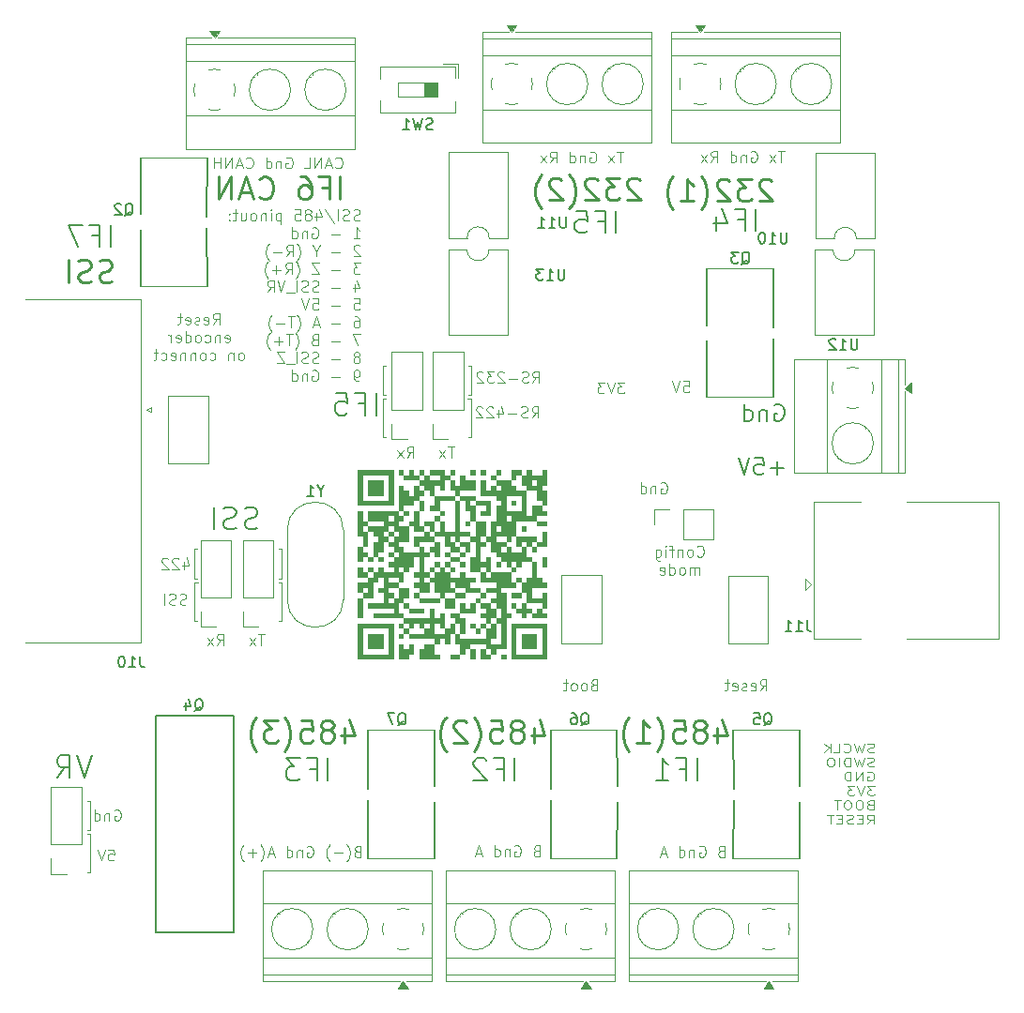
<source format=gbr>
%TF.GenerationSoftware,KiCad,Pcbnew,9.0.0*%
%TF.CreationDate,2025-03-21T17:04:22+03:00*%
%TF.ProjectId,many485,6d616e79-3438-4352-9e6b-696361645f70,rev?*%
%TF.SameCoordinates,Original*%
%TF.FileFunction,Legend,Bot*%
%TF.FilePolarity,Positive*%
%FSLAX46Y46*%
G04 Gerber Fmt 4.6, Leading zero omitted, Abs format (unit mm)*
G04 Created by KiCad (PCBNEW 9.0.0) date 2025-03-21 17:04:22*
%MOMM*%
%LPD*%
G01*
G04 APERTURE LIST*
%ADD10C,0.100000*%
%ADD11C,0.200000*%
%ADD12C,0.250000*%
%ADD13C,0.150000*%
%ADD14C,0.000000*%
%ADD15C,0.120000*%
G04 APERTURE END LIST*
D10*
X99768934Y-50359304D02*
X99626077Y-50406923D01*
X99626077Y-50406923D02*
X99387982Y-50406923D01*
X99387982Y-50406923D02*
X99292744Y-50359304D01*
X99292744Y-50359304D02*
X99245125Y-50311684D01*
X99245125Y-50311684D02*
X99197506Y-50216446D01*
X99197506Y-50216446D02*
X99197506Y-50121208D01*
X99197506Y-50121208D02*
X99245125Y-50025970D01*
X99245125Y-50025970D02*
X99292744Y-49978351D01*
X99292744Y-49978351D02*
X99387982Y-49930732D01*
X99387982Y-49930732D02*
X99578458Y-49883113D01*
X99578458Y-49883113D02*
X99673696Y-49835494D01*
X99673696Y-49835494D02*
X99721315Y-49787875D01*
X99721315Y-49787875D02*
X99768934Y-49692637D01*
X99768934Y-49692637D02*
X99768934Y-49597399D01*
X99768934Y-49597399D02*
X99721315Y-49502161D01*
X99721315Y-49502161D02*
X99673696Y-49454542D01*
X99673696Y-49454542D02*
X99578458Y-49406923D01*
X99578458Y-49406923D02*
X99340363Y-49406923D01*
X99340363Y-49406923D02*
X99197506Y-49454542D01*
X98816553Y-50359304D02*
X98673696Y-50406923D01*
X98673696Y-50406923D02*
X98435601Y-50406923D01*
X98435601Y-50406923D02*
X98340363Y-50359304D01*
X98340363Y-50359304D02*
X98292744Y-50311684D01*
X98292744Y-50311684D02*
X98245125Y-50216446D01*
X98245125Y-50216446D02*
X98245125Y-50121208D01*
X98245125Y-50121208D02*
X98292744Y-50025970D01*
X98292744Y-50025970D02*
X98340363Y-49978351D01*
X98340363Y-49978351D02*
X98435601Y-49930732D01*
X98435601Y-49930732D02*
X98626077Y-49883113D01*
X98626077Y-49883113D02*
X98721315Y-49835494D01*
X98721315Y-49835494D02*
X98768934Y-49787875D01*
X98768934Y-49787875D02*
X98816553Y-49692637D01*
X98816553Y-49692637D02*
X98816553Y-49597399D01*
X98816553Y-49597399D02*
X98768934Y-49502161D01*
X98768934Y-49502161D02*
X98721315Y-49454542D01*
X98721315Y-49454542D02*
X98626077Y-49406923D01*
X98626077Y-49406923D02*
X98387982Y-49406923D01*
X98387982Y-49406923D02*
X98245125Y-49454542D01*
X97816553Y-50406923D02*
X97816553Y-49406923D01*
X96626078Y-49359304D02*
X97483220Y-50645018D01*
X95864173Y-49740256D02*
X95864173Y-50406923D01*
X96102268Y-49359304D02*
X96340363Y-50073589D01*
X96340363Y-50073589D02*
X95721316Y-50073589D01*
X95197506Y-49835494D02*
X95292744Y-49787875D01*
X95292744Y-49787875D02*
X95340363Y-49740256D01*
X95340363Y-49740256D02*
X95387982Y-49645018D01*
X95387982Y-49645018D02*
X95387982Y-49597399D01*
X95387982Y-49597399D02*
X95340363Y-49502161D01*
X95340363Y-49502161D02*
X95292744Y-49454542D01*
X95292744Y-49454542D02*
X95197506Y-49406923D01*
X95197506Y-49406923D02*
X95007030Y-49406923D01*
X95007030Y-49406923D02*
X94911792Y-49454542D01*
X94911792Y-49454542D02*
X94864173Y-49502161D01*
X94864173Y-49502161D02*
X94816554Y-49597399D01*
X94816554Y-49597399D02*
X94816554Y-49645018D01*
X94816554Y-49645018D02*
X94864173Y-49740256D01*
X94864173Y-49740256D02*
X94911792Y-49787875D01*
X94911792Y-49787875D02*
X95007030Y-49835494D01*
X95007030Y-49835494D02*
X95197506Y-49835494D01*
X95197506Y-49835494D02*
X95292744Y-49883113D01*
X95292744Y-49883113D02*
X95340363Y-49930732D01*
X95340363Y-49930732D02*
X95387982Y-50025970D01*
X95387982Y-50025970D02*
X95387982Y-50216446D01*
X95387982Y-50216446D02*
X95340363Y-50311684D01*
X95340363Y-50311684D02*
X95292744Y-50359304D01*
X95292744Y-50359304D02*
X95197506Y-50406923D01*
X95197506Y-50406923D02*
X95007030Y-50406923D01*
X95007030Y-50406923D02*
X94911792Y-50359304D01*
X94911792Y-50359304D02*
X94864173Y-50311684D01*
X94864173Y-50311684D02*
X94816554Y-50216446D01*
X94816554Y-50216446D02*
X94816554Y-50025970D01*
X94816554Y-50025970D02*
X94864173Y-49930732D01*
X94864173Y-49930732D02*
X94911792Y-49883113D01*
X94911792Y-49883113D02*
X95007030Y-49835494D01*
X93911792Y-49406923D02*
X94387982Y-49406923D01*
X94387982Y-49406923D02*
X94435601Y-49883113D01*
X94435601Y-49883113D02*
X94387982Y-49835494D01*
X94387982Y-49835494D02*
X94292744Y-49787875D01*
X94292744Y-49787875D02*
X94054649Y-49787875D01*
X94054649Y-49787875D02*
X93959411Y-49835494D01*
X93959411Y-49835494D02*
X93911792Y-49883113D01*
X93911792Y-49883113D02*
X93864173Y-49978351D01*
X93864173Y-49978351D02*
X93864173Y-50216446D01*
X93864173Y-50216446D02*
X93911792Y-50311684D01*
X93911792Y-50311684D02*
X93959411Y-50359304D01*
X93959411Y-50359304D02*
X94054649Y-50406923D01*
X94054649Y-50406923D02*
X94292744Y-50406923D01*
X94292744Y-50406923D02*
X94387982Y-50359304D01*
X94387982Y-50359304D02*
X94435601Y-50311684D01*
X92673696Y-49740256D02*
X92673696Y-50740256D01*
X92673696Y-49787875D02*
X92578458Y-49740256D01*
X92578458Y-49740256D02*
X92387982Y-49740256D01*
X92387982Y-49740256D02*
X92292744Y-49787875D01*
X92292744Y-49787875D02*
X92245125Y-49835494D01*
X92245125Y-49835494D02*
X92197506Y-49930732D01*
X92197506Y-49930732D02*
X92197506Y-50216446D01*
X92197506Y-50216446D02*
X92245125Y-50311684D01*
X92245125Y-50311684D02*
X92292744Y-50359304D01*
X92292744Y-50359304D02*
X92387982Y-50406923D01*
X92387982Y-50406923D02*
X92578458Y-50406923D01*
X92578458Y-50406923D02*
X92673696Y-50359304D01*
X91768934Y-50406923D02*
X91768934Y-49740256D01*
X91768934Y-49406923D02*
X91816553Y-49454542D01*
X91816553Y-49454542D02*
X91768934Y-49502161D01*
X91768934Y-49502161D02*
X91721315Y-49454542D01*
X91721315Y-49454542D02*
X91768934Y-49406923D01*
X91768934Y-49406923D02*
X91768934Y-49502161D01*
X91292744Y-49740256D02*
X91292744Y-50406923D01*
X91292744Y-49835494D02*
X91245125Y-49787875D01*
X91245125Y-49787875D02*
X91149887Y-49740256D01*
X91149887Y-49740256D02*
X91007030Y-49740256D01*
X91007030Y-49740256D02*
X90911792Y-49787875D01*
X90911792Y-49787875D02*
X90864173Y-49883113D01*
X90864173Y-49883113D02*
X90864173Y-50406923D01*
X90245125Y-50406923D02*
X90340363Y-50359304D01*
X90340363Y-50359304D02*
X90387982Y-50311684D01*
X90387982Y-50311684D02*
X90435601Y-50216446D01*
X90435601Y-50216446D02*
X90435601Y-49930732D01*
X90435601Y-49930732D02*
X90387982Y-49835494D01*
X90387982Y-49835494D02*
X90340363Y-49787875D01*
X90340363Y-49787875D02*
X90245125Y-49740256D01*
X90245125Y-49740256D02*
X90102268Y-49740256D01*
X90102268Y-49740256D02*
X90007030Y-49787875D01*
X90007030Y-49787875D02*
X89959411Y-49835494D01*
X89959411Y-49835494D02*
X89911792Y-49930732D01*
X89911792Y-49930732D02*
X89911792Y-50216446D01*
X89911792Y-50216446D02*
X89959411Y-50311684D01*
X89959411Y-50311684D02*
X90007030Y-50359304D01*
X90007030Y-50359304D02*
X90102268Y-50406923D01*
X90102268Y-50406923D02*
X90245125Y-50406923D01*
X89054649Y-49740256D02*
X89054649Y-50406923D01*
X89483220Y-49740256D02*
X89483220Y-50264065D01*
X89483220Y-50264065D02*
X89435601Y-50359304D01*
X89435601Y-50359304D02*
X89340363Y-50406923D01*
X89340363Y-50406923D02*
X89197506Y-50406923D01*
X89197506Y-50406923D02*
X89102268Y-50359304D01*
X89102268Y-50359304D02*
X89054649Y-50311684D01*
X88721315Y-49740256D02*
X88340363Y-49740256D01*
X88578458Y-49406923D02*
X88578458Y-50264065D01*
X88578458Y-50264065D02*
X88530839Y-50359304D01*
X88530839Y-50359304D02*
X88435601Y-50406923D01*
X88435601Y-50406923D02*
X88340363Y-50406923D01*
X88007029Y-50311684D02*
X87959410Y-50359304D01*
X87959410Y-50359304D02*
X88007029Y-50406923D01*
X88007029Y-50406923D02*
X88054648Y-50359304D01*
X88054648Y-50359304D02*
X88007029Y-50311684D01*
X88007029Y-50311684D02*
X88007029Y-50406923D01*
X88007029Y-49787875D02*
X87959410Y-49835494D01*
X87959410Y-49835494D02*
X88007029Y-49883113D01*
X88007029Y-49883113D02*
X88054648Y-49835494D01*
X88054648Y-49835494D02*
X88007029Y-49787875D01*
X88007029Y-49787875D02*
X88007029Y-49883113D01*
X99197506Y-52016867D02*
X99768934Y-52016867D01*
X99483220Y-52016867D02*
X99483220Y-51016867D01*
X99483220Y-51016867D02*
X99578458Y-51159724D01*
X99578458Y-51159724D02*
X99673696Y-51254962D01*
X99673696Y-51254962D02*
X99768934Y-51302581D01*
X98007029Y-51635914D02*
X97245125Y-51635914D01*
X95483220Y-51064486D02*
X95578458Y-51016867D01*
X95578458Y-51016867D02*
X95721315Y-51016867D01*
X95721315Y-51016867D02*
X95864172Y-51064486D01*
X95864172Y-51064486D02*
X95959410Y-51159724D01*
X95959410Y-51159724D02*
X96007029Y-51254962D01*
X96007029Y-51254962D02*
X96054648Y-51445438D01*
X96054648Y-51445438D02*
X96054648Y-51588295D01*
X96054648Y-51588295D02*
X96007029Y-51778771D01*
X96007029Y-51778771D02*
X95959410Y-51874009D01*
X95959410Y-51874009D02*
X95864172Y-51969248D01*
X95864172Y-51969248D02*
X95721315Y-52016867D01*
X95721315Y-52016867D02*
X95626077Y-52016867D01*
X95626077Y-52016867D02*
X95483220Y-51969248D01*
X95483220Y-51969248D02*
X95435601Y-51921628D01*
X95435601Y-51921628D02*
X95435601Y-51588295D01*
X95435601Y-51588295D02*
X95626077Y-51588295D01*
X95007029Y-51350200D02*
X95007029Y-52016867D01*
X95007029Y-51445438D02*
X94959410Y-51397819D01*
X94959410Y-51397819D02*
X94864172Y-51350200D01*
X94864172Y-51350200D02*
X94721315Y-51350200D01*
X94721315Y-51350200D02*
X94626077Y-51397819D01*
X94626077Y-51397819D02*
X94578458Y-51493057D01*
X94578458Y-51493057D02*
X94578458Y-52016867D01*
X93673696Y-52016867D02*
X93673696Y-51016867D01*
X93673696Y-51969248D02*
X93768934Y-52016867D01*
X93768934Y-52016867D02*
X93959410Y-52016867D01*
X93959410Y-52016867D02*
X94054648Y-51969248D01*
X94054648Y-51969248D02*
X94102267Y-51921628D01*
X94102267Y-51921628D02*
X94149886Y-51826390D01*
X94149886Y-51826390D02*
X94149886Y-51540676D01*
X94149886Y-51540676D02*
X94102267Y-51445438D01*
X94102267Y-51445438D02*
X94054648Y-51397819D01*
X94054648Y-51397819D02*
X93959410Y-51350200D01*
X93959410Y-51350200D02*
X93768934Y-51350200D01*
X93768934Y-51350200D02*
X93673696Y-51397819D01*
X99768934Y-52722049D02*
X99721315Y-52674430D01*
X99721315Y-52674430D02*
X99626077Y-52626811D01*
X99626077Y-52626811D02*
X99387982Y-52626811D01*
X99387982Y-52626811D02*
X99292744Y-52674430D01*
X99292744Y-52674430D02*
X99245125Y-52722049D01*
X99245125Y-52722049D02*
X99197506Y-52817287D01*
X99197506Y-52817287D02*
X99197506Y-52912525D01*
X99197506Y-52912525D02*
X99245125Y-53055382D01*
X99245125Y-53055382D02*
X99816553Y-53626811D01*
X99816553Y-53626811D02*
X99197506Y-53626811D01*
X98007029Y-53245858D02*
X97245125Y-53245858D01*
X95816553Y-53150620D02*
X95816553Y-53626811D01*
X96149886Y-52626811D02*
X95816553Y-53150620D01*
X95816553Y-53150620D02*
X95483220Y-52626811D01*
X94102267Y-54007763D02*
X94149886Y-53960144D01*
X94149886Y-53960144D02*
X94245124Y-53817287D01*
X94245124Y-53817287D02*
X94292743Y-53722049D01*
X94292743Y-53722049D02*
X94340362Y-53579192D01*
X94340362Y-53579192D02*
X94387981Y-53341096D01*
X94387981Y-53341096D02*
X94387981Y-53150620D01*
X94387981Y-53150620D02*
X94340362Y-52912525D01*
X94340362Y-52912525D02*
X94292743Y-52769668D01*
X94292743Y-52769668D02*
X94245124Y-52674430D01*
X94245124Y-52674430D02*
X94149886Y-52531572D01*
X94149886Y-52531572D02*
X94102267Y-52483953D01*
X93149886Y-53626811D02*
X93483219Y-53150620D01*
X93721314Y-53626811D02*
X93721314Y-52626811D01*
X93721314Y-52626811D02*
X93340362Y-52626811D01*
X93340362Y-52626811D02*
X93245124Y-52674430D01*
X93245124Y-52674430D02*
X93197505Y-52722049D01*
X93197505Y-52722049D02*
X93149886Y-52817287D01*
X93149886Y-52817287D02*
X93149886Y-52960144D01*
X93149886Y-52960144D02*
X93197505Y-53055382D01*
X93197505Y-53055382D02*
X93245124Y-53103001D01*
X93245124Y-53103001D02*
X93340362Y-53150620D01*
X93340362Y-53150620D02*
X93721314Y-53150620D01*
X92721314Y-53245858D02*
X91959410Y-53245858D01*
X91578457Y-54007763D02*
X91530838Y-53960144D01*
X91530838Y-53960144D02*
X91435600Y-53817287D01*
X91435600Y-53817287D02*
X91387981Y-53722049D01*
X91387981Y-53722049D02*
X91340362Y-53579192D01*
X91340362Y-53579192D02*
X91292743Y-53341096D01*
X91292743Y-53341096D02*
X91292743Y-53150620D01*
X91292743Y-53150620D02*
X91340362Y-52912525D01*
X91340362Y-52912525D02*
X91387981Y-52769668D01*
X91387981Y-52769668D02*
X91435600Y-52674430D01*
X91435600Y-52674430D02*
X91530838Y-52531572D01*
X91530838Y-52531572D02*
X91578457Y-52483953D01*
X99816553Y-54236755D02*
X99197506Y-54236755D01*
X99197506Y-54236755D02*
X99530839Y-54617707D01*
X99530839Y-54617707D02*
X99387982Y-54617707D01*
X99387982Y-54617707D02*
X99292744Y-54665326D01*
X99292744Y-54665326D02*
X99245125Y-54712945D01*
X99245125Y-54712945D02*
X99197506Y-54808183D01*
X99197506Y-54808183D02*
X99197506Y-55046278D01*
X99197506Y-55046278D02*
X99245125Y-55141516D01*
X99245125Y-55141516D02*
X99292744Y-55189136D01*
X99292744Y-55189136D02*
X99387982Y-55236755D01*
X99387982Y-55236755D02*
X99673696Y-55236755D01*
X99673696Y-55236755D02*
X99768934Y-55189136D01*
X99768934Y-55189136D02*
X99816553Y-55141516D01*
X98007029Y-54855802D02*
X97245125Y-54855802D01*
X96102267Y-54236755D02*
X95435601Y-54236755D01*
X95435601Y-54236755D02*
X96102267Y-55236755D01*
X96102267Y-55236755D02*
X95435601Y-55236755D01*
X94007029Y-55617707D02*
X94054648Y-55570088D01*
X94054648Y-55570088D02*
X94149886Y-55427231D01*
X94149886Y-55427231D02*
X94197505Y-55331993D01*
X94197505Y-55331993D02*
X94245124Y-55189136D01*
X94245124Y-55189136D02*
X94292743Y-54951040D01*
X94292743Y-54951040D02*
X94292743Y-54760564D01*
X94292743Y-54760564D02*
X94245124Y-54522469D01*
X94245124Y-54522469D02*
X94197505Y-54379612D01*
X94197505Y-54379612D02*
X94149886Y-54284374D01*
X94149886Y-54284374D02*
X94054648Y-54141516D01*
X94054648Y-54141516D02*
X94007029Y-54093897D01*
X93054648Y-55236755D02*
X93387981Y-54760564D01*
X93626076Y-55236755D02*
X93626076Y-54236755D01*
X93626076Y-54236755D02*
X93245124Y-54236755D01*
X93245124Y-54236755D02*
X93149886Y-54284374D01*
X93149886Y-54284374D02*
X93102267Y-54331993D01*
X93102267Y-54331993D02*
X93054648Y-54427231D01*
X93054648Y-54427231D02*
X93054648Y-54570088D01*
X93054648Y-54570088D02*
X93102267Y-54665326D01*
X93102267Y-54665326D02*
X93149886Y-54712945D01*
X93149886Y-54712945D02*
X93245124Y-54760564D01*
X93245124Y-54760564D02*
X93626076Y-54760564D01*
X92626076Y-54855802D02*
X91864172Y-54855802D01*
X92245124Y-55236755D02*
X92245124Y-54474850D01*
X91483219Y-55617707D02*
X91435600Y-55570088D01*
X91435600Y-55570088D02*
X91340362Y-55427231D01*
X91340362Y-55427231D02*
X91292743Y-55331993D01*
X91292743Y-55331993D02*
X91245124Y-55189136D01*
X91245124Y-55189136D02*
X91197505Y-54951040D01*
X91197505Y-54951040D02*
X91197505Y-54760564D01*
X91197505Y-54760564D02*
X91245124Y-54522469D01*
X91245124Y-54522469D02*
X91292743Y-54379612D01*
X91292743Y-54379612D02*
X91340362Y-54284374D01*
X91340362Y-54284374D02*
X91435600Y-54141516D01*
X91435600Y-54141516D02*
X91483219Y-54093897D01*
X99292744Y-56180032D02*
X99292744Y-56846699D01*
X99530839Y-55799080D02*
X99768934Y-56513365D01*
X99768934Y-56513365D02*
X99149887Y-56513365D01*
X98007029Y-56465746D02*
X97245125Y-56465746D01*
X96054648Y-56799080D02*
X95911791Y-56846699D01*
X95911791Y-56846699D02*
X95673696Y-56846699D01*
X95673696Y-56846699D02*
X95578458Y-56799080D01*
X95578458Y-56799080D02*
X95530839Y-56751460D01*
X95530839Y-56751460D02*
X95483220Y-56656222D01*
X95483220Y-56656222D02*
X95483220Y-56560984D01*
X95483220Y-56560984D02*
X95530839Y-56465746D01*
X95530839Y-56465746D02*
X95578458Y-56418127D01*
X95578458Y-56418127D02*
X95673696Y-56370508D01*
X95673696Y-56370508D02*
X95864172Y-56322889D01*
X95864172Y-56322889D02*
X95959410Y-56275270D01*
X95959410Y-56275270D02*
X96007029Y-56227651D01*
X96007029Y-56227651D02*
X96054648Y-56132413D01*
X96054648Y-56132413D02*
X96054648Y-56037175D01*
X96054648Y-56037175D02*
X96007029Y-55941937D01*
X96007029Y-55941937D02*
X95959410Y-55894318D01*
X95959410Y-55894318D02*
X95864172Y-55846699D01*
X95864172Y-55846699D02*
X95626077Y-55846699D01*
X95626077Y-55846699D02*
X95483220Y-55894318D01*
X95102267Y-56799080D02*
X94959410Y-56846699D01*
X94959410Y-56846699D02*
X94721315Y-56846699D01*
X94721315Y-56846699D02*
X94626077Y-56799080D01*
X94626077Y-56799080D02*
X94578458Y-56751460D01*
X94578458Y-56751460D02*
X94530839Y-56656222D01*
X94530839Y-56656222D02*
X94530839Y-56560984D01*
X94530839Y-56560984D02*
X94578458Y-56465746D01*
X94578458Y-56465746D02*
X94626077Y-56418127D01*
X94626077Y-56418127D02*
X94721315Y-56370508D01*
X94721315Y-56370508D02*
X94911791Y-56322889D01*
X94911791Y-56322889D02*
X95007029Y-56275270D01*
X95007029Y-56275270D02*
X95054648Y-56227651D01*
X95054648Y-56227651D02*
X95102267Y-56132413D01*
X95102267Y-56132413D02*
X95102267Y-56037175D01*
X95102267Y-56037175D02*
X95054648Y-55941937D01*
X95054648Y-55941937D02*
X95007029Y-55894318D01*
X95007029Y-55894318D02*
X94911791Y-55846699D01*
X94911791Y-55846699D02*
X94673696Y-55846699D01*
X94673696Y-55846699D02*
X94530839Y-55894318D01*
X94102267Y-56846699D02*
X94102267Y-55846699D01*
X93864173Y-56941937D02*
X93102268Y-56941937D01*
X93007029Y-55846699D02*
X92673696Y-56846699D01*
X92673696Y-56846699D02*
X92340363Y-55846699D01*
X91435601Y-56846699D02*
X91768934Y-56370508D01*
X92007029Y-56846699D02*
X92007029Y-55846699D01*
X92007029Y-55846699D02*
X91626077Y-55846699D01*
X91626077Y-55846699D02*
X91530839Y-55894318D01*
X91530839Y-55894318D02*
X91483220Y-55941937D01*
X91483220Y-55941937D02*
X91435601Y-56037175D01*
X91435601Y-56037175D02*
X91435601Y-56180032D01*
X91435601Y-56180032D02*
X91483220Y-56275270D01*
X91483220Y-56275270D02*
X91530839Y-56322889D01*
X91530839Y-56322889D02*
X91626077Y-56370508D01*
X91626077Y-56370508D02*
X92007029Y-56370508D01*
X99245125Y-57456643D02*
X99721315Y-57456643D01*
X99721315Y-57456643D02*
X99768934Y-57932833D01*
X99768934Y-57932833D02*
X99721315Y-57885214D01*
X99721315Y-57885214D02*
X99626077Y-57837595D01*
X99626077Y-57837595D02*
X99387982Y-57837595D01*
X99387982Y-57837595D02*
X99292744Y-57885214D01*
X99292744Y-57885214D02*
X99245125Y-57932833D01*
X99245125Y-57932833D02*
X99197506Y-58028071D01*
X99197506Y-58028071D02*
X99197506Y-58266166D01*
X99197506Y-58266166D02*
X99245125Y-58361404D01*
X99245125Y-58361404D02*
X99292744Y-58409024D01*
X99292744Y-58409024D02*
X99387982Y-58456643D01*
X99387982Y-58456643D02*
X99626077Y-58456643D01*
X99626077Y-58456643D02*
X99721315Y-58409024D01*
X99721315Y-58409024D02*
X99768934Y-58361404D01*
X98007029Y-58075690D02*
X97245125Y-58075690D01*
X95530839Y-57456643D02*
X96007029Y-57456643D01*
X96007029Y-57456643D02*
X96054648Y-57932833D01*
X96054648Y-57932833D02*
X96007029Y-57885214D01*
X96007029Y-57885214D02*
X95911791Y-57837595D01*
X95911791Y-57837595D02*
X95673696Y-57837595D01*
X95673696Y-57837595D02*
X95578458Y-57885214D01*
X95578458Y-57885214D02*
X95530839Y-57932833D01*
X95530839Y-57932833D02*
X95483220Y-58028071D01*
X95483220Y-58028071D02*
X95483220Y-58266166D01*
X95483220Y-58266166D02*
X95530839Y-58361404D01*
X95530839Y-58361404D02*
X95578458Y-58409024D01*
X95578458Y-58409024D02*
X95673696Y-58456643D01*
X95673696Y-58456643D02*
X95911791Y-58456643D01*
X95911791Y-58456643D02*
X96007029Y-58409024D01*
X96007029Y-58409024D02*
X96054648Y-58361404D01*
X95197505Y-57456643D02*
X94864172Y-58456643D01*
X94864172Y-58456643D02*
X94530839Y-57456643D01*
X99292744Y-59066587D02*
X99483220Y-59066587D01*
X99483220Y-59066587D02*
X99578458Y-59114206D01*
X99578458Y-59114206D02*
X99626077Y-59161825D01*
X99626077Y-59161825D02*
X99721315Y-59304682D01*
X99721315Y-59304682D02*
X99768934Y-59495158D01*
X99768934Y-59495158D02*
X99768934Y-59876110D01*
X99768934Y-59876110D02*
X99721315Y-59971348D01*
X99721315Y-59971348D02*
X99673696Y-60018968D01*
X99673696Y-60018968D02*
X99578458Y-60066587D01*
X99578458Y-60066587D02*
X99387982Y-60066587D01*
X99387982Y-60066587D02*
X99292744Y-60018968D01*
X99292744Y-60018968D02*
X99245125Y-59971348D01*
X99245125Y-59971348D02*
X99197506Y-59876110D01*
X99197506Y-59876110D02*
X99197506Y-59638015D01*
X99197506Y-59638015D02*
X99245125Y-59542777D01*
X99245125Y-59542777D02*
X99292744Y-59495158D01*
X99292744Y-59495158D02*
X99387982Y-59447539D01*
X99387982Y-59447539D02*
X99578458Y-59447539D01*
X99578458Y-59447539D02*
X99673696Y-59495158D01*
X99673696Y-59495158D02*
X99721315Y-59542777D01*
X99721315Y-59542777D02*
X99768934Y-59638015D01*
X98007029Y-59685634D02*
X97245125Y-59685634D01*
X96054648Y-59780872D02*
X95578458Y-59780872D01*
X96149886Y-60066587D02*
X95816553Y-59066587D01*
X95816553Y-59066587D02*
X95483220Y-60066587D01*
X94102267Y-60447539D02*
X94149886Y-60399920D01*
X94149886Y-60399920D02*
X94245124Y-60257063D01*
X94245124Y-60257063D02*
X94292743Y-60161825D01*
X94292743Y-60161825D02*
X94340362Y-60018968D01*
X94340362Y-60018968D02*
X94387981Y-59780872D01*
X94387981Y-59780872D02*
X94387981Y-59590396D01*
X94387981Y-59590396D02*
X94340362Y-59352301D01*
X94340362Y-59352301D02*
X94292743Y-59209444D01*
X94292743Y-59209444D02*
X94245124Y-59114206D01*
X94245124Y-59114206D02*
X94149886Y-58971348D01*
X94149886Y-58971348D02*
X94102267Y-58923729D01*
X93864171Y-59066587D02*
X93292743Y-59066587D01*
X93578457Y-60066587D02*
X93578457Y-59066587D01*
X92959409Y-59685634D02*
X92197505Y-59685634D01*
X91816552Y-60447539D02*
X91768933Y-60399920D01*
X91768933Y-60399920D02*
X91673695Y-60257063D01*
X91673695Y-60257063D02*
X91626076Y-60161825D01*
X91626076Y-60161825D02*
X91578457Y-60018968D01*
X91578457Y-60018968D02*
X91530838Y-59780872D01*
X91530838Y-59780872D02*
X91530838Y-59590396D01*
X91530838Y-59590396D02*
X91578457Y-59352301D01*
X91578457Y-59352301D02*
X91626076Y-59209444D01*
X91626076Y-59209444D02*
X91673695Y-59114206D01*
X91673695Y-59114206D02*
X91768933Y-58971348D01*
X91768933Y-58971348D02*
X91816552Y-58923729D01*
X99816553Y-60676531D02*
X99149887Y-60676531D01*
X99149887Y-60676531D02*
X99578458Y-61676531D01*
X98007029Y-61295578D02*
X97245125Y-61295578D01*
X95673696Y-61152721D02*
X95530839Y-61200340D01*
X95530839Y-61200340D02*
X95483220Y-61247959D01*
X95483220Y-61247959D02*
X95435601Y-61343197D01*
X95435601Y-61343197D02*
X95435601Y-61486054D01*
X95435601Y-61486054D02*
X95483220Y-61581292D01*
X95483220Y-61581292D02*
X95530839Y-61628912D01*
X95530839Y-61628912D02*
X95626077Y-61676531D01*
X95626077Y-61676531D02*
X96007029Y-61676531D01*
X96007029Y-61676531D02*
X96007029Y-60676531D01*
X96007029Y-60676531D02*
X95673696Y-60676531D01*
X95673696Y-60676531D02*
X95578458Y-60724150D01*
X95578458Y-60724150D02*
X95530839Y-60771769D01*
X95530839Y-60771769D02*
X95483220Y-60867007D01*
X95483220Y-60867007D02*
X95483220Y-60962245D01*
X95483220Y-60962245D02*
X95530839Y-61057483D01*
X95530839Y-61057483D02*
X95578458Y-61105102D01*
X95578458Y-61105102D02*
X95673696Y-61152721D01*
X95673696Y-61152721D02*
X96007029Y-61152721D01*
X93959410Y-62057483D02*
X94007029Y-62009864D01*
X94007029Y-62009864D02*
X94102267Y-61867007D01*
X94102267Y-61867007D02*
X94149886Y-61771769D01*
X94149886Y-61771769D02*
X94197505Y-61628912D01*
X94197505Y-61628912D02*
X94245124Y-61390816D01*
X94245124Y-61390816D02*
X94245124Y-61200340D01*
X94245124Y-61200340D02*
X94197505Y-60962245D01*
X94197505Y-60962245D02*
X94149886Y-60819388D01*
X94149886Y-60819388D02*
X94102267Y-60724150D01*
X94102267Y-60724150D02*
X94007029Y-60581292D01*
X94007029Y-60581292D02*
X93959410Y-60533673D01*
X93721314Y-60676531D02*
X93149886Y-60676531D01*
X93435600Y-61676531D02*
X93435600Y-60676531D01*
X92816552Y-61295578D02*
X92054648Y-61295578D01*
X92435600Y-61676531D02*
X92435600Y-60914626D01*
X91673695Y-62057483D02*
X91626076Y-62009864D01*
X91626076Y-62009864D02*
X91530838Y-61867007D01*
X91530838Y-61867007D02*
X91483219Y-61771769D01*
X91483219Y-61771769D02*
X91435600Y-61628912D01*
X91435600Y-61628912D02*
X91387981Y-61390816D01*
X91387981Y-61390816D02*
X91387981Y-61200340D01*
X91387981Y-61200340D02*
X91435600Y-60962245D01*
X91435600Y-60962245D02*
X91483219Y-60819388D01*
X91483219Y-60819388D02*
X91530838Y-60724150D01*
X91530838Y-60724150D02*
X91626076Y-60581292D01*
X91626076Y-60581292D02*
X91673695Y-60533673D01*
X99578458Y-62715046D02*
X99673696Y-62667427D01*
X99673696Y-62667427D02*
X99721315Y-62619808D01*
X99721315Y-62619808D02*
X99768934Y-62524570D01*
X99768934Y-62524570D02*
X99768934Y-62476951D01*
X99768934Y-62476951D02*
X99721315Y-62381713D01*
X99721315Y-62381713D02*
X99673696Y-62334094D01*
X99673696Y-62334094D02*
X99578458Y-62286475D01*
X99578458Y-62286475D02*
X99387982Y-62286475D01*
X99387982Y-62286475D02*
X99292744Y-62334094D01*
X99292744Y-62334094D02*
X99245125Y-62381713D01*
X99245125Y-62381713D02*
X99197506Y-62476951D01*
X99197506Y-62476951D02*
X99197506Y-62524570D01*
X99197506Y-62524570D02*
X99245125Y-62619808D01*
X99245125Y-62619808D02*
X99292744Y-62667427D01*
X99292744Y-62667427D02*
X99387982Y-62715046D01*
X99387982Y-62715046D02*
X99578458Y-62715046D01*
X99578458Y-62715046D02*
X99673696Y-62762665D01*
X99673696Y-62762665D02*
X99721315Y-62810284D01*
X99721315Y-62810284D02*
X99768934Y-62905522D01*
X99768934Y-62905522D02*
X99768934Y-63095998D01*
X99768934Y-63095998D02*
X99721315Y-63191236D01*
X99721315Y-63191236D02*
X99673696Y-63238856D01*
X99673696Y-63238856D02*
X99578458Y-63286475D01*
X99578458Y-63286475D02*
X99387982Y-63286475D01*
X99387982Y-63286475D02*
X99292744Y-63238856D01*
X99292744Y-63238856D02*
X99245125Y-63191236D01*
X99245125Y-63191236D02*
X99197506Y-63095998D01*
X99197506Y-63095998D02*
X99197506Y-62905522D01*
X99197506Y-62905522D02*
X99245125Y-62810284D01*
X99245125Y-62810284D02*
X99292744Y-62762665D01*
X99292744Y-62762665D02*
X99387982Y-62715046D01*
X98007029Y-62905522D02*
X97245125Y-62905522D01*
X96054648Y-63238856D02*
X95911791Y-63286475D01*
X95911791Y-63286475D02*
X95673696Y-63286475D01*
X95673696Y-63286475D02*
X95578458Y-63238856D01*
X95578458Y-63238856D02*
X95530839Y-63191236D01*
X95530839Y-63191236D02*
X95483220Y-63095998D01*
X95483220Y-63095998D02*
X95483220Y-63000760D01*
X95483220Y-63000760D02*
X95530839Y-62905522D01*
X95530839Y-62905522D02*
X95578458Y-62857903D01*
X95578458Y-62857903D02*
X95673696Y-62810284D01*
X95673696Y-62810284D02*
X95864172Y-62762665D01*
X95864172Y-62762665D02*
X95959410Y-62715046D01*
X95959410Y-62715046D02*
X96007029Y-62667427D01*
X96007029Y-62667427D02*
X96054648Y-62572189D01*
X96054648Y-62572189D02*
X96054648Y-62476951D01*
X96054648Y-62476951D02*
X96007029Y-62381713D01*
X96007029Y-62381713D02*
X95959410Y-62334094D01*
X95959410Y-62334094D02*
X95864172Y-62286475D01*
X95864172Y-62286475D02*
X95626077Y-62286475D01*
X95626077Y-62286475D02*
X95483220Y-62334094D01*
X95102267Y-63238856D02*
X94959410Y-63286475D01*
X94959410Y-63286475D02*
X94721315Y-63286475D01*
X94721315Y-63286475D02*
X94626077Y-63238856D01*
X94626077Y-63238856D02*
X94578458Y-63191236D01*
X94578458Y-63191236D02*
X94530839Y-63095998D01*
X94530839Y-63095998D02*
X94530839Y-63000760D01*
X94530839Y-63000760D02*
X94578458Y-62905522D01*
X94578458Y-62905522D02*
X94626077Y-62857903D01*
X94626077Y-62857903D02*
X94721315Y-62810284D01*
X94721315Y-62810284D02*
X94911791Y-62762665D01*
X94911791Y-62762665D02*
X95007029Y-62715046D01*
X95007029Y-62715046D02*
X95054648Y-62667427D01*
X95054648Y-62667427D02*
X95102267Y-62572189D01*
X95102267Y-62572189D02*
X95102267Y-62476951D01*
X95102267Y-62476951D02*
X95054648Y-62381713D01*
X95054648Y-62381713D02*
X95007029Y-62334094D01*
X95007029Y-62334094D02*
X94911791Y-62286475D01*
X94911791Y-62286475D02*
X94673696Y-62286475D01*
X94673696Y-62286475D02*
X94530839Y-62334094D01*
X94102267Y-63286475D02*
X94102267Y-62286475D01*
X93864173Y-63381713D02*
X93102268Y-63381713D01*
X92959410Y-62286475D02*
X92292744Y-62286475D01*
X92292744Y-62286475D02*
X92959410Y-63286475D01*
X92959410Y-63286475D02*
X92292744Y-63286475D01*
X99673696Y-64896419D02*
X99483220Y-64896419D01*
X99483220Y-64896419D02*
X99387982Y-64848800D01*
X99387982Y-64848800D02*
X99340363Y-64801180D01*
X99340363Y-64801180D02*
X99245125Y-64658323D01*
X99245125Y-64658323D02*
X99197506Y-64467847D01*
X99197506Y-64467847D02*
X99197506Y-64086895D01*
X99197506Y-64086895D02*
X99245125Y-63991657D01*
X99245125Y-63991657D02*
X99292744Y-63944038D01*
X99292744Y-63944038D02*
X99387982Y-63896419D01*
X99387982Y-63896419D02*
X99578458Y-63896419D01*
X99578458Y-63896419D02*
X99673696Y-63944038D01*
X99673696Y-63944038D02*
X99721315Y-63991657D01*
X99721315Y-63991657D02*
X99768934Y-64086895D01*
X99768934Y-64086895D02*
X99768934Y-64324990D01*
X99768934Y-64324990D02*
X99721315Y-64420228D01*
X99721315Y-64420228D02*
X99673696Y-64467847D01*
X99673696Y-64467847D02*
X99578458Y-64515466D01*
X99578458Y-64515466D02*
X99387982Y-64515466D01*
X99387982Y-64515466D02*
X99292744Y-64467847D01*
X99292744Y-64467847D02*
X99245125Y-64420228D01*
X99245125Y-64420228D02*
X99197506Y-64324990D01*
X98007029Y-64515466D02*
X97245125Y-64515466D01*
X95483220Y-63944038D02*
X95578458Y-63896419D01*
X95578458Y-63896419D02*
X95721315Y-63896419D01*
X95721315Y-63896419D02*
X95864172Y-63944038D01*
X95864172Y-63944038D02*
X95959410Y-64039276D01*
X95959410Y-64039276D02*
X96007029Y-64134514D01*
X96007029Y-64134514D02*
X96054648Y-64324990D01*
X96054648Y-64324990D02*
X96054648Y-64467847D01*
X96054648Y-64467847D02*
X96007029Y-64658323D01*
X96007029Y-64658323D02*
X95959410Y-64753561D01*
X95959410Y-64753561D02*
X95864172Y-64848800D01*
X95864172Y-64848800D02*
X95721315Y-64896419D01*
X95721315Y-64896419D02*
X95626077Y-64896419D01*
X95626077Y-64896419D02*
X95483220Y-64848800D01*
X95483220Y-64848800D02*
X95435601Y-64801180D01*
X95435601Y-64801180D02*
X95435601Y-64467847D01*
X95435601Y-64467847D02*
X95626077Y-64467847D01*
X95007029Y-64229752D02*
X95007029Y-64896419D01*
X95007029Y-64324990D02*
X94959410Y-64277371D01*
X94959410Y-64277371D02*
X94864172Y-64229752D01*
X94864172Y-64229752D02*
X94721315Y-64229752D01*
X94721315Y-64229752D02*
X94626077Y-64277371D01*
X94626077Y-64277371D02*
X94578458Y-64372609D01*
X94578458Y-64372609D02*
X94578458Y-64896419D01*
X93673696Y-64896419D02*
X93673696Y-63896419D01*
X93673696Y-64848800D02*
X93768934Y-64896419D01*
X93768934Y-64896419D02*
X93959410Y-64896419D01*
X93959410Y-64896419D02*
X94054648Y-64848800D01*
X94054648Y-64848800D02*
X94102267Y-64801180D01*
X94102267Y-64801180D02*
X94149886Y-64705942D01*
X94149886Y-64705942D02*
X94149886Y-64420228D01*
X94149886Y-64420228D02*
X94102267Y-64324990D01*
X94102267Y-64324990D02*
X94054648Y-64277371D01*
X94054648Y-64277371D02*
X93959410Y-64229752D01*
X93959410Y-64229752D02*
X93768934Y-64229752D01*
X93768934Y-64229752D02*
X93673696Y-64277371D01*
X132357182Y-107329509D02*
X132214325Y-107377128D01*
X132214325Y-107377128D02*
X132166706Y-107424747D01*
X132166706Y-107424747D02*
X132119087Y-107519985D01*
X132119087Y-107519985D02*
X132119087Y-107662842D01*
X132119087Y-107662842D02*
X132166706Y-107758080D01*
X132166706Y-107758080D02*
X132214325Y-107805700D01*
X132214325Y-107805700D02*
X132309563Y-107853319D01*
X132309563Y-107853319D02*
X132690515Y-107853319D01*
X132690515Y-107853319D02*
X132690515Y-106853319D01*
X132690515Y-106853319D02*
X132357182Y-106853319D01*
X132357182Y-106853319D02*
X132261944Y-106900938D01*
X132261944Y-106900938D02*
X132214325Y-106948557D01*
X132214325Y-106948557D02*
X132166706Y-107043795D01*
X132166706Y-107043795D02*
X132166706Y-107139033D01*
X132166706Y-107139033D02*
X132214325Y-107234271D01*
X132214325Y-107234271D02*
X132261944Y-107281890D01*
X132261944Y-107281890D02*
X132357182Y-107329509D01*
X132357182Y-107329509D02*
X132690515Y-107329509D01*
X130404801Y-106900938D02*
X130500039Y-106853319D01*
X130500039Y-106853319D02*
X130642896Y-106853319D01*
X130642896Y-106853319D02*
X130785753Y-106900938D01*
X130785753Y-106900938D02*
X130880991Y-106996176D01*
X130880991Y-106996176D02*
X130928610Y-107091414D01*
X130928610Y-107091414D02*
X130976229Y-107281890D01*
X130976229Y-107281890D02*
X130976229Y-107424747D01*
X130976229Y-107424747D02*
X130928610Y-107615223D01*
X130928610Y-107615223D02*
X130880991Y-107710461D01*
X130880991Y-107710461D02*
X130785753Y-107805700D01*
X130785753Y-107805700D02*
X130642896Y-107853319D01*
X130642896Y-107853319D02*
X130547658Y-107853319D01*
X130547658Y-107853319D02*
X130404801Y-107805700D01*
X130404801Y-107805700D02*
X130357182Y-107758080D01*
X130357182Y-107758080D02*
X130357182Y-107424747D01*
X130357182Y-107424747D02*
X130547658Y-107424747D01*
X129928610Y-107186652D02*
X129928610Y-107853319D01*
X129928610Y-107281890D02*
X129880991Y-107234271D01*
X129880991Y-107234271D02*
X129785753Y-107186652D01*
X129785753Y-107186652D02*
X129642896Y-107186652D01*
X129642896Y-107186652D02*
X129547658Y-107234271D01*
X129547658Y-107234271D02*
X129500039Y-107329509D01*
X129500039Y-107329509D02*
X129500039Y-107853319D01*
X128595277Y-107853319D02*
X128595277Y-106853319D01*
X128595277Y-107805700D02*
X128690515Y-107853319D01*
X128690515Y-107853319D02*
X128880991Y-107853319D01*
X128880991Y-107853319D02*
X128976229Y-107805700D01*
X128976229Y-107805700D02*
X129023848Y-107758080D01*
X129023848Y-107758080D02*
X129071467Y-107662842D01*
X129071467Y-107662842D02*
X129071467Y-107377128D01*
X129071467Y-107377128D02*
X129023848Y-107281890D01*
X129023848Y-107281890D02*
X128976229Y-107234271D01*
X128976229Y-107234271D02*
X128880991Y-107186652D01*
X128880991Y-107186652D02*
X128690515Y-107186652D01*
X128690515Y-107186652D02*
X128595277Y-107234271D01*
X127404800Y-107567604D02*
X126928610Y-107567604D01*
X127500038Y-107853319D02*
X127166705Y-106853319D01*
X127166705Y-106853319D02*
X126833372Y-107853319D01*
X115694782Y-107298609D02*
X115551925Y-107346228D01*
X115551925Y-107346228D02*
X115504306Y-107393847D01*
X115504306Y-107393847D02*
X115456687Y-107489085D01*
X115456687Y-107489085D02*
X115456687Y-107631942D01*
X115456687Y-107631942D02*
X115504306Y-107727180D01*
X115504306Y-107727180D02*
X115551925Y-107774800D01*
X115551925Y-107774800D02*
X115647163Y-107822419D01*
X115647163Y-107822419D02*
X116028115Y-107822419D01*
X116028115Y-107822419D02*
X116028115Y-106822419D01*
X116028115Y-106822419D02*
X115694782Y-106822419D01*
X115694782Y-106822419D02*
X115599544Y-106870038D01*
X115599544Y-106870038D02*
X115551925Y-106917657D01*
X115551925Y-106917657D02*
X115504306Y-107012895D01*
X115504306Y-107012895D02*
X115504306Y-107108133D01*
X115504306Y-107108133D02*
X115551925Y-107203371D01*
X115551925Y-107203371D02*
X115599544Y-107250990D01*
X115599544Y-107250990D02*
X115694782Y-107298609D01*
X115694782Y-107298609D02*
X116028115Y-107298609D01*
X113742401Y-106870038D02*
X113837639Y-106822419D01*
X113837639Y-106822419D02*
X113980496Y-106822419D01*
X113980496Y-106822419D02*
X114123353Y-106870038D01*
X114123353Y-106870038D02*
X114218591Y-106965276D01*
X114218591Y-106965276D02*
X114266210Y-107060514D01*
X114266210Y-107060514D02*
X114313829Y-107250990D01*
X114313829Y-107250990D02*
X114313829Y-107393847D01*
X114313829Y-107393847D02*
X114266210Y-107584323D01*
X114266210Y-107584323D02*
X114218591Y-107679561D01*
X114218591Y-107679561D02*
X114123353Y-107774800D01*
X114123353Y-107774800D02*
X113980496Y-107822419D01*
X113980496Y-107822419D02*
X113885258Y-107822419D01*
X113885258Y-107822419D02*
X113742401Y-107774800D01*
X113742401Y-107774800D02*
X113694782Y-107727180D01*
X113694782Y-107727180D02*
X113694782Y-107393847D01*
X113694782Y-107393847D02*
X113885258Y-107393847D01*
X113266210Y-107155752D02*
X113266210Y-107822419D01*
X113266210Y-107250990D02*
X113218591Y-107203371D01*
X113218591Y-107203371D02*
X113123353Y-107155752D01*
X113123353Y-107155752D02*
X112980496Y-107155752D01*
X112980496Y-107155752D02*
X112885258Y-107203371D01*
X112885258Y-107203371D02*
X112837639Y-107298609D01*
X112837639Y-107298609D02*
X112837639Y-107822419D01*
X111932877Y-107822419D02*
X111932877Y-106822419D01*
X111932877Y-107774800D02*
X112028115Y-107822419D01*
X112028115Y-107822419D02*
X112218591Y-107822419D01*
X112218591Y-107822419D02*
X112313829Y-107774800D01*
X112313829Y-107774800D02*
X112361448Y-107727180D01*
X112361448Y-107727180D02*
X112409067Y-107631942D01*
X112409067Y-107631942D02*
X112409067Y-107346228D01*
X112409067Y-107346228D02*
X112361448Y-107250990D01*
X112361448Y-107250990D02*
X112313829Y-107203371D01*
X112313829Y-107203371D02*
X112218591Y-107155752D01*
X112218591Y-107155752D02*
X112028115Y-107155752D01*
X112028115Y-107155752D02*
X111932877Y-107203371D01*
X110742400Y-107536704D02*
X110266210Y-107536704D01*
X110837638Y-107822419D02*
X110504305Y-106822419D01*
X110504305Y-106822419D02*
X110170972Y-107822419D01*
X99540382Y-107349409D02*
X99397525Y-107397028D01*
X99397525Y-107397028D02*
X99349906Y-107444647D01*
X99349906Y-107444647D02*
X99302287Y-107539885D01*
X99302287Y-107539885D02*
X99302287Y-107682742D01*
X99302287Y-107682742D02*
X99349906Y-107777980D01*
X99349906Y-107777980D02*
X99397525Y-107825600D01*
X99397525Y-107825600D02*
X99492763Y-107873219D01*
X99492763Y-107873219D02*
X99873715Y-107873219D01*
X99873715Y-107873219D02*
X99873715Y-106873219D01*
X99873715Y-106873219D02*
X99540382Y-106873219D01*
X99540382Y-106873219D02*
X99445144Y-106920838D01*
X99445144Y-106920838D02*
X99397525Y-106968457D01*
X99397525Y-106968457D02*
X99349906Y-107063695D01*
X99349906Y-107063695D02*
X99349906Y-107158933D01*
X99349906Y-107158933D02*
X99397525Y-107254171D01*
X99397525Y-107254171D02*
X99445144Y-107301790D01*
X99445144Y-107301790D02*
X99540382Y-107349409D01*
X99540382Y-107349409D02*
X99873715Y-107349409D01*
X98588001Y-108254171D02*
X98635620Y-108206552D01*
X98635620Y-108206552D02*
X98730858Y-108063695D01*
X98730858Y-108063695D02*
X98778477Y-107968457D01*
X98778477Y-107968457D02*
X98826096Y-107825600D01*
X98826096Y-107825600D02*
X98873715Y-107587504D01*
X98873715Y-107587504D02*
X98873715Y-107397028D01*
X98873715Y-107397028D02*
X98826096Y-107158933D01*
X98826096Y-107158933D02*
X98778477Y-107016076D01*
X98778477Y-107016076D02*
X98730858Y-106920838D01*
X98730858Y-106920838D02*
X98635620Y-106777980D01*
X98635620Y-106777980D02*
X98588001Y-106730361D01*
X98207048Y-107492266D02*
X97445144Y-107492266D01*
X97064191Y-108254171D02*
X97016572Y-108206552D01*
X97016572Y-108206552D02*
X96921334Y-108063695D01*
X96921334Y-108063695D02*
X96873715Y-107968457D01*
X96873715Y-107968457D02*
X96826096Y-107825600D01*
X96826096Y-107825600D02*
X96778477Y-107587504D01*
X96778477Y-107587504D02*
X96778477Y-107397028D01*
X96778477Y-107397028D02*
X96826096Y-107158933D01*
X96826096Y-107158933D02*
X96873715Y-107016076D01*
X96873715Y-107016076D02*
X96921334Y-106920838D01*
X96921334Y-106920838D02*
X97016572Y-106777980D01*
X97016572Y-106777980D02*
X97064191Y-106730361D01*
X95016572Y-106920838D02*
X95111810Y-106873219D01*
X95111810Y-106873219D02*
X95254667Y-106873219D01*
X95254667Y-106873219D02*
X95397524Y-106920838D01*
X95397524Y-106920838D02*
X95492762Y-107016076D01*
X95492762Y-107016076D02*
X95540381Y-107111314D01*
X95540381Y-107111314D02*
X95588000Y-107301790D01*
X95588000Y-107301790D02*
X95588000Y-107444647D01*
X95588000Y-107444647D02*
X95540381Y-107635123D01*
X95540381Y-107635123D02*
X95492762Y-107730361D01*
X95492762Y-107730361D02*
X95397524Y-107825600D01*
X95397524Y-107825600D02*
X95254667Y-107873219D01*
X95254667Y-107873219D02*
X95159429Y-107873219D01*
X95159429Y-107873219D02*
X95016572Y-107825600D01*
X95016572Y-107825600D02*
X94968953Y-107777980D01*
X94968953Y-107777980D02*
X94968953Y-107444647D01*
X94968953Y-107444647D02*
X95159429Y-107444647D01*
X94540381Y-107206552D02*
X94540381Y-107873219D01*
X94540381Y-107301790D02*
X94492762Y-107254171D01*
X94492762Y-107254171D02*
X94397524Y-107206552D01*
X94397524Y-107206552D02*
X94254667Y-107206552D01*
X94254667Y-107206552D02*
X94159429Y-107254171D01*
X94159429Y-107254171D02*
X94111810Y-107349409D01*
X94111810Y-107349409D02*
X94111810Y-107873219D01*
X93207048Y-107873219D02*
X93207048Y-106873219D01*
X93207048Y-107825600D02*
X93302286Y-107873219D01*
X93302286Y-107873219D02*
X93492762Y-107873219D01*
X93492762Y-107873219D02*
X93588000Y-107825600D01*
X93588000Y-107825600D02*
X93635619Y-107777980D01*
X93635619Y-107777980D02*
X93683238Y-107682742D01*
X93683238Y-107682742D02*
X93683238Y-107397028D01*
X93683238Y-107397028D02*
X93635619Y-107301790D01*
X93635619Y-107301790D02*
X93588000Y-107254171D01*
X93588000Y-107254171D02*
X93492762Y-107206552D01*
X93492762Y-107206552D02*
X93302286Y-107206552D01*
X93302286Y-107206552D02*
X93207048Y-107254171D01*
X92016571Y-107587504D02*
X91540381Y-107587504D01*
X92111809Y-107873219D02*
X91778476Y-106873219D01*
X91778476Y-106873219D02*
X91445143Y-107873219D01*
X90826095Y-108254171D02*
X90873714Y-108206552D01*
X90873714Y-108206552D02*
X90968952Y-108063695D01*
X90968952Y-108063695D02*
X91016571Y-107968457D01*
X91016571Y-107968457D02*
X91064190Y-107825600D01*
X91064190Y-107825600D02*
X91111809Y-107587504D01*
X91111809Y-107587504D02*
X91111809Y-107397028D01*
X91111809Y-107397028D02*
X91064190Y-107158933D01*
X91064190Y-107158933D02*
X91016571Y-107016076D01*
X91016571Y-107016076D02*
X90968952Y-106920838D01*
X90968952Y-106920838D02*
X90873714Y-106777980D01*
X90873714Y-106777980D02*
X90826095Y-106730361D01*
X90445142Y-107492266D02*
X89683238Y-107492266D01*
X90064190Y-107873219D02*
X90064190Y-107111314D01*
X89302285Y-108254171D02*
X89254666Y-108206552D01*
X89254666Y-108206552D02*
X89159428Y-108063695D01*
X89159428Y-108063695D02*
X89111809Y-107968457D01*
X89111809Y-107968457D02*
X89064190Y-107825600D01*
X89064190Y-107825600D02*
X89016571Y-107587504D01*
X89016571Y-107587504D02*
X89016571Y-107397028D01*
X89016571Y-107397028D02*
X89064190Y-107158933D01*
X89064190Y-107158933D02*
X89111809Y-107016076D01*
X89111809Y-107016076D02*
X89159428Y-106920838D01*
X89159428Y-106920838D02*
X89254666Y-106777980D01*
X89254666Y-106777980D02*
X89302285Y-106730361D01*
X138065772Y-44135219D02*
X137494344Y-44135219D01*
X137780058Y-45135219D02*
X137780058Y-44135219D01*
X137256248Y-45135219D02*
X136732439Y-44468552D01*
X137256248Y-44468552D02*
X136732439Y-45135219D01*
X135065772Y-44182838D02*
X135161010Y-44135219D01*
X135161010Y-44135219D02*
X135303867Y-44135219D01*
X135303867Y-44135219D02*
X135446724Y-44182838D01*
X135446724Y-44182838D02*
X135541962Y-44278076D01*
X135541962Y-44278076D02*
X135589581Y-44373314D01*
X135589581Y-44373314D02*
X135637200Y-44563790D01*
X135637200Y-44563790D02*
X135637200Y-44706647D01*
X135637200Y-44706647D02*
X135589581Y-44897123D01*
X135589581Y-44897123D02*
X135541962Y-44992361D01*
X135541962Y-44992361D02*
X135446724Y-45087600D01*
X135446724Y-45087600D02*
X135303867Y-45135219D01*
X135303867Y-45135219D02*
X135208629Y-45135219D01*
X135208629Y-45135219D02*
X135065772Y-45087600D01*
X135065772Y-45087600D02*
X135018153Y-45039980D01*
X135018153Y-45039980D02*
X135018153Y-44706647D01*
X135018153Y-44706647D02*
X135208629Y-44706647D01*
X134589581Y-44468552D02*
X134589581Y-45135219D01*
X134589581Y-44563790D02*
X134541962Y-44516171D01*
X134541962Y-44516171D02*
X134446724Y-44468552D01*
X134446724Y-44468552D02*
X134303867Y-44468552D01*
X134303867Y-44468552D02*
X134208629Y-44516171D01*
X134208629Y-44516171D02*
X134161010Y-44611409D01*
X134161010Y-44611409D02*
X134161010Y-45135219D01*
X133256248Y-45135219D02*
X133256248Y-44135219D01*
X133256248Y-45087600D02*
X133351486Y-45135219D01*
X133351486Y-45135219D02*
X133541962Y-45135219D01*
X133541962Y-45135219D02*
X133637200Y-45087600D01*
X133637200Y-45087600D02*
X133684819Y-45039980D01*
X133684819Y-45039980D02*
X133732438Y-44944742D01*
X133732438Y-44944742D02*
X133732438Y-44659028D01*
X133732438Y-44659028D02*
X133684819Y-44563790D01*
X133684819Y-44563790D02*
X133637200Y-44516171D01*
X133637200Y-44516171D02*
X133541962Y-44468552D01*
X133541962Y-44468552D02*
X133351486Y-44468552D01*
X133351486Y-44468552D02*
X133256248Y-44516171D01*
X131446724Y-45135219D02*
X131780057Y-44659028D01*
X132018152Y-45135219D02*
X132018152Y-44135219D01*
X132018152Y-44135219D02*
X131637200Y-44135219D01*
X131637200Y-44135219D02*
X131541962Y-44182838D01*
X131541962Y-44182838D02*
X131494343Y-44230457D01*
X131494343Y-44230457D02*
X131446724Y-44325695D01*
X131446724Y-44325695D02*
X131446724Y-44468552D01*
X131446724Y-44468552D02*
X131494343Y-44563790D01*
X131494343Y-44563790D02*
X131541962Y-44611409D01*
X131541962Y-44611409D02*
X131637200Y-44659028D01*
X131637200Y-44659028D02*
X132018152Y-44659028D01*
X131113390Y-45135219D02*
X130589581Y-44468552D01*
X131113390Y-44468552D02*
X130589581Y-45135219D01*
X123536972Y-44186019D02*
X122965544Y-44186019D01*
X123251258Y-45186019D02*
X123251258Y-44186019D01*
X122727448Y-45186019D02*
X122203639Y-44519352D01*
X122727448Y-44519352D02*
X122203639Y-45186019D01*
X120536972Y-44233638D02*
X120632210Y-44186019D01*
X120632210Y-44186019D02*
X120775067Y-44186019D01*
X120775067Y-44186019D02*
X120917924Y-44233638D01*
X120917924Y-44233638D02*
X121013162Y-44328876D01*
X121013162Y-44328876D02*
X121060781Y-44424114D01*
X121060781Y-44424114D02*
X121108400Y-44614590D01*
X121108400Y-44614590D02*
X121108400Y-44757447D01*
X121108400Y-44757447D02*
X121060781Y-44947923D01*
X121060781Y-44947923D02*
X121013162Y-45043161D01*
X121013162Y-45043161D02*
X120917924Y-45138400D01*
X120917924Y-45138400D02*
X120775067Y-45186019D01*
X120775067Y-45186019D02*
X120679829Y-45186019D01*
X120679829Y-45186019D02*
X120536972Y-45138400D01*
X120536972Y-45138400D02*
X120489353Y-45090780D01*
X120489353Y-45090780D02*
X120489353Y-44757447D01*
X120489353Y-44757447D02*
X120679829Y-44757447D01*
X120060781Y-44519352D02*
X120060781Y-45186019D01*
X120060781Y-44614590D02*
X120013162Y-44566971D01*
X120013162Y-44566971D02*
X119917924Y-44519352D01*
X119917924Y-44519352D02*
X119775067Y-44519352D01*
X119775067Y-44519352D02*
X119679829Y-44566971D01*
X119679829Y-44566971D02*
X119632210Y-44662209D01*
X119632210Y-44662209D02*
X119632210Y-45186019D01*
X118727448Y-45186019D02*
X118727448Y-44186019D01*
X118727448Y-45138400D02*
X118822686Y-45186019D01*
X118822686Y-45186019D02*
X119013162Y-45186019D01*
X119013162Y-45186019D02*
X119108400Y-45138400D01*
X119108400Y-45138400D02*
X119156019Y-45090780D01*
X119156019Y-45090780D02*
X119203638Y-44995542D01*
X119203638Y-44995542D02*
X119203638Y-44709828D01*
X119203638Y-44709828D02*
X119156019Y-44614590D01*
X119156019Y-44614590D02*
X119108400Y-44566971D01*
X119108400Y-44566971D02*
X119013162Y-44519352D01*
X119013162Y-44519352D02*
X118822686Y-44519352D01*
X118822686Y-44519352D02*
X118727448Y-44566971D01*
X116917924Y-45186019D02*
X117251257Y-44709828D01*
X117489352Y-45186019D02*
X117489352Y-44186019D01*
X117489352Y-44186019D02*
X117108400Y-44186019D01*
X117108400Y-44186019D02*
X117013162Y-44233638D01*
X117013162Y-44233638D02*
X116965543Y-44281257D01*
X116965543Y-44281257D02*
X116917924Y-44376495D01*
X116917924Y-44376495D02*
X116917924Y-44519352D01*
X116917924Y-44519352D02*
X116965543Y-44614590D01*
X116965543Y-44614590D02*
X117013162Y-44662209D01*
X117013162Y-44662209D02*
X117108400Y-44709828D01*
X117108400Y-44709828D02*
X117489352Y-44709828D01*
X116584590Y-45186019D02*
X116060781Y-44519352D01*
X116584590Y-44519352D02*
X116060781Y-45186019D01*
X97575087Y-45598780D02*
X97622706Y-45646400D01*
X97622706Y-45646400D02*
X97765563Y-45694019D01*
X97765563Y-45694019D02*
X97860801Y-45694019D01*
X97860801Y-45694019D02*
X98003658Y-45646400D01*
X98003658Y-45646400D02*
X98098896Y-45551161D01*
X98098896Y-45551161D02*
X98146515Y-45455923D01*
X98146515Y-45455923D02*
X98194134Y-45265447D01*
X98194134Y-45265447D02*
X98194134Y-45122590D01*
X98194134Y-45122590D02*
X98146515Y-44932114D01*
X98146515Y-44932114D02*
X98098896Y-44836876D01*
X98098896Y-44836876D02*
X98003658Y-44741638D01*
X98003658Y-44741638D02*
X97860801Y-44694019D01*
X97860801Y-44694019D02*
X97765563Y-44694019D01*
X97765563Y-44694019D02*
X97622706Y-44741638D01*
X97622706Y-44741638D02*
X97575087Y-44789257D01*
X97194134Y-45408304D02*
X96717944Y-45408304D01*
X97289372Y-45694019D02*
X96956039Y-44694019D01*
X96956039Y-44694019D02*
X96622706Y-45694019D01*
X96289372Y-45694019D02*
X96289372Y-44694019D01*
X96289372Y-44694019D02*
X95717944Y-45694019D01*
X95717944Y-45694019D02*
X95717944Y-44694019D01*
X94765563Y-45694019D02*
X95241753Y-45694019D01*
X95241753Y-45694019D02*
X95241753Y-44694019D01*
X93146515Y-44741638D02*
X93241753Y-44694019D01*
X93241753Y-44694019D02*
X93384610Y-44694019D01*
X93384610Y-44694019D02*
X93527467Y-44741638D01*
X93527467Y-44741638D02*
X93622705Y-44836876D01*
X93622705Y-44836876D02*
X93670324Y-44932114D01*
X93670324Y-44932114D02*
X93717943Y-45122590D01*
X93717943Y-45122590D02*
X93717943Y-45265447D01*
X93717943Y-45265447D02*
X93670324Y-45455923D01*
X93670324Y-45455923D02*
X93622705Y-45551161D01*
X93622705Y-45551161D02*
X93527467Y-45646400D01*
X93527467Y-45646400D02*
X93384610Y-45694019D01*
X93384610Y-45694019D02*
X93289372Y-45694019D01*
X93289372Y-45694019D02*
X93146515Y-45646400D01*
X93146515Y-45646400D02*
X93098896Y-45598780D01*
X93098896Y-45598780D02*
X93098896Y-45265447D01*
X93098896Y-45265447D02*
X93289372Y-45265447D01*
X92670324Y-45027352D02*
X92670324Y-45694019D01*
X92670324Y-45122590D02*
X92622705Y-45074971D01*
X92622705Y-45074971D02*
X92527467Y-45027352D01*
X92527467Y-45027352D02*
X92384610Y-45027352D01*
X92384610Y-45027352D02*
X92289372Y-45074971D01*
X92289372Y-45074971D02*
X92241753Y-45170209D01*
X92241753Y-45170209D02*
X92241753Y-45694019D01*
X91336991Y-45694019D02*
X91336991Y-44694019D01*
X91336991Y-45646400D02*
X91432229Y-45694019D01*
X91432229Y-45694019D02*
X91622705Y-45694019D01*
X91622705Y-45694019D02*
X91717943Y-45646400D01*
X91717943Y-45646400D02*
X91765562Y-45598780D01*
X91765562Y-45598780D02*
X91813181Y-45503542D01*
X91813181Y-45503542D02*
X91813181Y-45217828D01*
X91813181Y-45217828D02*
X91765562Y-45122590D01*
X91765562Y-45122590D02*
X91717943Y-45074971D01*
X91717943Y-45074971D02*
X91622705Y-45027352D01*
X91622705Y-45027352D02*
X91432229Y-45027352D01*
X91432229Y-45027352D02*
X91336991Y-45074971D01*
X89527467Y-45598780D02*
X89575086Y-45646400D01*
X89575086Y-45646400D02*
X89717943Y-45694019D01*
X89717943Y-45694019D02*
X89813181Y-45694019D01*
X89813181Y-45694019D02*
X89956038Y-45646400D01*
X89956038Y-45646400D02*
X90051276Y-45551161D01*
X90051276Y-45551161D02*
X90098895Y-45455923D01*
X90098895Y-45455923D02*
X90146514Y-45265447D01*
X90146514Y-45265447D02*
X90146514Y-45122590D01*
X90146514Y-45122590D02*
X90098895Y-44932114D01*
X90098895Y-44932114D02*
X90051276Y-44836876D01*
X90051276Y-44836876D02*
X89956038Y-44741638D01*
X89956038Y-44741638D02*
X89813181Y-44694019D01*
X89813181Y-44694019D02*
X89717943Y-44694019D01*
X89717943Y-44694019D02*
X89575086Y-44741638D01*
X89575086Y-44741638D02*
X89527467Y-44789257D01*
X89146514Y-45408304D02*
X88670324Y-45408304D01*
X89241752Y-45694019D02*
X88908419Y-44694019D01*
X88908419Y-44694019D02*
X88575086Y-45694019D01*
X88241752Y-45694019D02*
X88241752Y-44694019D01*
X88241752Y-44694019D02*
X87670324Y-45694019D01*
X87670324Y-45694019D02*
X87670324Y-44694019D01*
X87194133Y-45694019D02*
X87194133Y-44694019D01*
X87194133Y-45170209D02*
X86622705Y-45170209D01*
X86622705Y-45694019D02*
X86622705Y-44694019D01*
D11*
X77268631Y-52780038D02*
X77268631Y-50780038D01*
X75649583Y-51732419D02*
X76316250Y-51732419D01*
X76316250Y-52780038D02*
X76316250Y-50780038D01*
X76316250Y-50780038D02*
X75363869Y-50780038D01*
X74792440Y-50780038D02*
X73459107Y-50780038D01*
X73459107Y-50780038D02*
X74316250Y-52780038D01*
X130202231Y-100938438D02*
X130202231Y-98938438D01*
X128583183Y-99890819D02*
X129249850Y-99890819D01*
X129249850Y-100938438D02*
X129249850Y-98938438D01*
X129249850Y-98938438D02*
X128297469Y-98938438D01*
X126487945Y-100938438D02*
X127630802Y-100938438D01*
X127059374Y-100938438D02*
X127059374Y-98938438D01*
X127059374Y-98938438D02*
X127249850Y-99224152D01*
X127249850Y-99224152D02*
X127440326Y-99414628D01*
X127440326Y-99414628D02*
X127630802Y-99509866D01*
X113743031Y-100938438D02*
X113743031Y-98938438D01*
X112123983Y-99890819D02*
X112790650Y-99890819D01*
X112790650Y-100938438D02*
X112790650Y-98938438D01*
X112790650Y-98938438D02*
X111838269Y-98938438D01*
X111171602Y-99128914D02*
X111076364Y-99033676D01*
X111076364Y-99033676D02*
X110885888Y-98938438D01*
X110885888Y-98938438D02*
X110409697Y-98938438D01*
X110409697Y-98938438D02*
X110219221Y-99033676D01*
X110219221Y-99033676D02*
X110123983Y-99128914D01*
X110123983Y-99128914D02*
X110028745Y-99319390D01*
X110028745Y-99319390D02*
X110028745Y-99509866D01*
X110028745Y-99509866D02*
X110123983Y-99795580D01*
X110123983Y-99795580D02*
X111266840Y-100938438D01*
X111266840Y-100938438D02*
X110028745Y-100938438D01*
X96877431Y-100938438D02*
X96877431Y-98938438D01*
X95258383Y-99890819D02*
X95925050Y-99890819D01*
X95925050Y-100938438D02*
X95925050Y-98938438D01*
X95925050Y-98938438D02*
X94972669Y-98938438D01*
X94401240Y-98938438D02*
X93163145Y-98938438D01*
X93163145Y-98938438D02*
X93829812Y-99700342D01*
X93829812Y-99700342D02*
X93544097Y-99700342D01*
X93544097Y-99700342D02*
X93353621Y-99795580D01*
X93353621Y-99795580D02*
X93258383Y-99890819D01*
X93258383Y-99890819D02*
X93163145Y-100081295D01*
X93163145Y-100081295D02*
X93163145Y-100557485D01*
X93163145Y-100557485D02*
X93258383Y-100747961D01*
X93258383Y-100747961D02*
X93353621Y-100843200D01*
X93353621Y-100843200D02*
X93544097Y-100938438D01*
X93544097Y-100938438D02*
X94115526Y-100938438D01*
X94115526Y-100938438D02*
X94306002Y-100843200D01*
X94306002Y-100843200D02*
X94401240Y-100747961D01*
X135485431Y-51357638D02*
X135485431Y-49357638D01*
X133866383Y-50310019D02*
X134533050Y-50310019D01*
X134533050Y-51357638D02*
X134533050Y-49357638D01*
X134533050Y-49357638D02*
X133580669Y-49357638D01*
X131961621Y-50024304D02*
X131961621Y-51357638D01*
X132437812Y-49262400D02*
X132914002Y-50690971D01*
X132914002Y-50690971D02*
X131675907Y-50690971D01*
D12*
X77432574Y-55882600D02*
X77146860Y-55977838D01*
X77146860Y-55977838D02*
X76670669Y-55977838D01*
X76670669Y-55977838D02*
X76480193Y-55882600D01*
X76480193Y-55882600D02*
X76384955Y-55787361D01*
X76384955Y-55787361D02*
X76289717Y-55596885D01*
X76289717Y-55596885D02*
X76289717Y-55406409D01*
X76289717Y-55406409D02*
X76384955Y-55215933D01*
X76384955Y-55215933D02*
X76480193Y-55120695D01*
X76480193Y-55120695D02*
X76670669Y-55025457D01*
X76670669Y-55025457D02*
X77051622Y-54930219D01*
X77051622Y-54930219D02*
X77242098Y-54834980D01*
X77242098Y-54834980D02*
X77337336Y-54739742D01*
X77337336Y-54739742D02*
X77432574Y-54549266D01*
X77432574Y-54549266D02*
X77432574Y-54358790D01*
X77432574Y-54358790D02*
X77337336Y-54168314D01*
X77337336Y-54168314D02*
X77242098Y-54073076D01*
X77242098Y-54073076D02*
X77051622Y-53977838D01*
X77051622Y-53977838D02*
X76575431Y-53977838D01*
X76575431Y-53977838D02*
X76289717Y-54073076D01*
X75527812Y-55882600D02*
X75242098Y-55977838D01*
X75242098Y-55977838D02*
X74765907Y-55977838D01*
X74765907Y-55977838D02*
X74575431Y-55882600D01*
X74575431Y-55882600D02*
X74480193Y-55787361D01*
X74480193Y-55787361D02*
X74384955Y-55596885D01*
X74384955Y-55596885D02*
X74384955Y-55406409D01*
X74384955Y-55406409D02*
X74480193Y-55215933D01*
X74480193Y-55215933D02*
X74575431Y-55120695D01*
X74575431Y-55120695D02*
X74765907Y-55025457D01*
X74765907Y-55025457D02*
X75146860Y-54930219D01*
X75146860Y-54930219D02*
X75337336Y-54834980D01*
X75337336Y-54834980D02*
X75432574Y-54739742D01*
X75432574Y-54739742D02*
X75527812Y-54549266D01*
X75527812Y-54549266D02*
X75527812Y-54358790D01*
X75527812Y-54358790D02*
X75432574Y-54168314D01*
X75432574Y-54168314D02*
X75337336Y-54073076D01*
X75337336Y-54073076D02*
X75146860Y-53977838D01*
X75146860Y-53977838D02*
X74670669Y-53977838D01*
X74670669Y-53977838D02*
X74384955Y-54073076D01*
X73527812Y-55977838D02*
X73527812Y-53977838D01*
D11*
X122887031Y-51510038D02*
X122887031Y-49510038D01*
X121267983Y-50462419D02*
X121934650Y-50462419D01*
X121934650Y-51510038D02*
X121934650Y-49510038D01*
X121934650Y-49510038D02*
X120982269Y-49510038D01*
X119267983Y-49510038D02*
X120220364Y-49510038D01*
X120220364Y-49510038D02*
X120315602Y-50462419D01*
X120315602Y-50462419D02*
X120220364Y-50367180D01*
X120220364Y-50367180D02*
X120029888Y-50271942D01*
X120029888Y-50271942D02*
X119553697Y-50271942D01*
X119553697Y-50271942D02*
X119363221Y-50367180D01*
X119363221Y-50367180D02*
X119267983Y-50462419D01*
X119267983Y-50462419D02*
X119172745Y-50652895D01*
X119172745Y-50652895D02*
X119172745Y-51129085D01*
X119172745Y-51129085D02*
X119267983Y-51319561D01*
X119267983Y-51319561D02*
X119363221Y-51414800D01*
X119363221Y-51414800D02*
X119553697Y-51510038D01*
X119553697Y-51510038D02*
X120029888Y-51510038D01*
X120029888Y-51510038D02*
X120220364Y-51414800D01*
X120220364Y-51414800D02*
X120315602Y-51319561D01*
D12*
X98374993Y-96198904D02*
X98374993Y-97532238D01*
X98851184Y-95437000D02*
X99327374Y-96865571D01*
X99327374Y-96865571D02*
X98089279Y-96865571D01*
X97041660Y-96389380D02*
X97232136Y-96294142D01*
X97232136Y-96294142D02*
X97327374Y-96198904D01*
X97327374Y-96198904D02*
X97422612Y-96008428D01*
X97422612Y-96008428D02*
X97422612Y-95913190D01*
X97422612Y-95913190D02*
X97327374Y-95722714D01*
X97327374Y-95722714D02*
X97232136Y-95627476D01*
X97232136Y-95627476D02*
X97041660Y-95532238D01*
X97041660Y-95532238D02*
X96660707Y-95532238D01*
X96660707Y-95532238D02*
X96470231Y-95627476D01*
X96470231Y-95627476D02*
X96374993Y-95722714D01*
X96374993Y-95722714D02*
X96279755Y-95913190D01*
X96279755Y-95913190D02*
X96279755Y-96008428D01*
X96279755Y-96008428D02*
X96374993Y-96198904D01*
X96374993Y-96198904D02*
X96470231Y-96294142D01*
X96470231Y-96294142D02*
X96660707Y-96389380D01*
X96660707Y-96389380D02*
X97041660Y-96389380D01*
X97041660Y-96389380D02*
X97232136Y-96484619D01*
X97232136Y-96484619D02*
X97327374Y-96579857D01*
X97327374Y-96579857D02*
X97422612Y-96770333D01*
X97422612Y-96770333D02*
X97422612Y-97151285D01*
X97422612Y-97151285D02*
X97327374Y-97341761D01*
X97327374Y-97341761D02*
X97232136Y-97437000D01*
X97232136Y-97437000D02*
X97041660Y-97532238D01*
X97041660Y-97532238D02*
X96660707Y-97532238D01*
X96660707Y-97532238D02*
X96470231Y-97437000D01*
X96470231Y-97437000D02*
X96374993Y-97341761D01*
X96374993Y-97341761D02*
X96279755Y-97151285D01*
X96279755Y-97151285D02*
X96279755Y-96770333D01*
X96279755Y-96770333D02*
X96374993Y-96579857D01*
X96374993Y-96579857D02*
X96470231Y-96484619D01*
X96470231Y-96484619D02*
X96660707Y-96389380D01*
X94470231Y-95532238D02*
X95422612Y-95532238D01*
X95422612Y-95532238D02*
X95517850Y-96484619D01*
X95517850Y-96484619D02*
X95422612Y-96389380D01*
X95422612Y-96389380D02*
X95232136Y-96294142D01*
X95232136Y-96294142D02*
X94755945Y-96294142D01*
X94755945Y-96294142D02*
X94565469Y-96389380D01*
X94565469Y-96389380D02*
X94470231Y-96484619D01*
X94470231Y-96484619D02*
X94374993Y-96675095D01*
X94374993Y-96675095D02*
X94374993Y-97151285D01*
X94374993Y-97151285D02*
X94470231Y-97341761D01*
X94470231Y-97341761D02*
X94565469Y-97437000D01*
X94565469Y-97437000D02*
X94755945Y-97532238D01*
X94755945Y-97532238D02*
X95232136Y-97532238D01*
X95232136Y-97532238D02*
X95422612Y-97437000D01*
X95422612Y-97437000D02*
X95517850Y-97341761D01*
X92946421Y-98294142D02*
X93041660Y-98198904D01*
X93041660Y-98198904D02*
X93232136Y-97913190D01*
X93232136Y-97913190D02*
X93327374Y-97722714D01*
X93327374Y-97722714D02*
X93422612Y-97437000D01*
X93422612Y-97437000D02*
X93517850Y-96960809D01*
X93517850Y-96960809D02*
X93517850Y-96579857D01*
X93517850Y-96579857D02*
X93422612Y-96103666D01*
X93422612Y-96103666D02*
X93327374Y-95817952D01*
X93327374Y-95817952D02*
X93232136Y-95627476D01*
X93232136Y-95627476D02*
X93041660Y-95341761D01*
X93041660Y-95341761D02*
X92946421Y-95246523D01*
X92374993Y-95532238D02*
X91136898Y-95532238D01*
X91136898Y-95532238D02*
X91803565Y-96294142D01*
X91803565Y-96294142D02*
X91517850Y-96294142D01*
X91517850Y-96294142D02*
X91327374Y-96389380D01*
X91327374Y-96389380D02*
X91232136Y-96484619D01*
X91232136Y-96484619D02*
X91136898Y-96675095D01*
X91136898Y-96675095D02*
X91136898Y-97151285D01*
X91136898Y-97151285D02*
X91232136Y-97341761D01*
X91232136Y-97341761D02*
X91327374Y-97437000D01*
X91327374Y-97437000D02*
X91517850Y-97532238D01*
X91517850Y-97532238D02*
X92089279Y-97532238D01*
X92089279Y-97532238D02*
X92279755Y-97437000D01*
X92279755Y-97437000D02*
X92374993Y-97341761D01*
X90470231Y-98294142D02*
X90374993Y-98198904D01*
X90374993Y-98198904D02*
X90184517Y-97913190D01*
X90184517Y-97913190D02*
X90089279Y-97722714D01*
X90089279Y-97722714D02*
X89994041Y-97437000D01*
X89994041Y-97437000D02*
X89898803Y-96960809D01*
X89898803Y-96960809D02*
X89898803Y-96579857D01*
X89898803Y-96579857D02*
X89994041Y-96103666D01*
X89994041Y-96103666D02*
X90089279Y-95817952D01*
X90089279Y-95817952D02*
X90184517Y-95627476D01*
X90184517Y-95627476D02*
X90374993Y-95341761D01*
X90374993Y-95341761D02*
X90470231Y-95246523D01*
X115494193Y-96198904D02*
X115494193Y-97532238D01*
X115970384Y-95437000D02*
X116446574Y-96865571D01*
X116446574Y-96865571D02*
X115208479Y-96865571D01*
X114160860Y-96389380D02*
X114351336Y-96294142D01*
X114351336Y-96294142D02*
X114446574Y-96198904D01*
X114446574Y-96198904D02*
X114541812Y-96008428D01*
X114541812Y-96008428D02*
X114541812Y-95913190D01*
X114541812Y-95913190D02*
X114446574Y-95722714D01*
X114446574Y-95722714D02*
X114351336Y-95627476D01*
X114351336Y-95627476D02*
X114160860Y-95532238D01*
X114160860Y-95532238D02*
X113779907Y-95532238D01*
X113779907Y-95532238D02*
X113589431Y-95627476D01*
X113589431Y-95627476D02*
X113494193Y-95722714D01*
X113494193Y-95722714D02*
X113398955Y-95913190D01*
X113398955Y-95913190D02*
X113398955Y-96008428D01*
X113398955Y-96008428D02*
X113494193Y-96198904D01*
X113494193Y-96198904D02*
X113589431Y-96294142D01*
X113589431Y-96294142D02*
X113779907Y-96389380D01*
X113779907Y-96389380D02*
X114160860Y-96389380D01*
X114160860Y-96389380D02*
X114351336Y-96484619D01*
X114351336Y-96484619D02*
X114446574Y-96579857D01*
X114446574Y-96579857D02*
X114541812Y-96770333D01*
X114541812Y-96770333D02*
X114541812Y-97151285D01*
X114541812Y-97151285D02*
X114446574Y-97341761D01*
X114446574Y-97341761D02*
X114351336Y-97437000D01*
X114351336Y-97437000D02*
X114160860Y-97532238D01*
X114160860Y-97532238D02*
X113779907Y-97532238D01*
X113779907Y-97532238D02*
X113589431Y-97437000D01*
X113589431Y-97437000D02*
X113494193Y-97341761D01*
X113494193Y-97341761D02*
X113398955Y-97151285D01*
X113398955Y-97151285D02*
X113398955Y-96770333D01*
X113398955Y-96770333D02*
X113494193Y-96579857D01*
X113494193Y-96579857D02*
X113589431Y-96484619D01*
X113589431Y-96484619D02*
X113779907Y-96389380D01*
X111589431Y-95532238D02*
X112541812Y-95532238D01*
X112541812Y-95532238D02*
X112637050Y-96484619D01*
X112637050Y-96484619D02*
X112541812Y-96389380D01*
X112541812Y-96389380D02*
X112351336Y-96294142D01*
X112351336Y-96294142D02*
X111875145Y-96294142D01*
X111875145Y-96294142D02*
X111684669Y-96389380D01*
X111684669Y-96389380D02*
X111589431Y-96484619D01*
X111589431Y-96484619D02*
X111494193Y-96675095D01*
X111494193Y-96675095D02*
X111494193Y-97151285D01*
X111494193Y-97151285D02*
X111589431Y-97341761D01*
X111589431Y-97341761D02*
X111684669Y-97437000D01*
X111684669Y-97437000D02*
X111875145Y-97532238D01*
X111875145Y-97532238D02*
X112351336Y-97532238D01*
X112351336Y-97532238D02*
X112541812Y-97437000D01*
X112541812Y-97437000D02*
X112637050Y-97341761D01*
X110065621Y-98294142D02*
X110160860Y-98198904D01*
X110160860Y-98198904D02*
X110351336Y-97913190D01*
X110351336Y-97913190D02*
X110446574Y-97722714D01*
X110446574Y-97722714D02*
X110541812Y-97437000D01*
X110541812Y-97437000D02*
X110637050Y-96960809D01*
X110637050Y-96960809D02*
X110637050Y-96579857D01*
X110637050Y-96579857D02*
X110541812Y-96103666D01*
X110541812Y-96103666D02*
X110446574Y-95817952D01*
X110446574Y-95817952D02*
X110351336Y-95627476D01*
X110351336Y-95627476D02*
X110160860Y-95341761D01*
X110160860Y-95341761D02*
X110065621Y-95246523D01*
X109398955Y-95722714D02*
X109303717Y-95627476D01*
X109303717Y-95627476D02*
X109113241Y-95532238D01*
X109113241Y-95532238D02*
X108637050Y-95532238D01*
X108637050Y-95532238D02*
X108446574Y-95627476D01*
X108446574Y-95627476D02*
X108351336Y-95722714D01*
X108351336Y-95722714D02*
X108256098Y-95913190D01*
X108256098Y-95913190D02*
X108256098Y-96103666D01*
X108256098Y-96103666D02*
X108351336Y-96389380D01*
X108351336Y-96389380D02*
X109494193Y-97532238D01*
X109494193Y-97532238D02*
X108256098Y-97532238D01*
X107589431Y-98294142D02*
X107494193Y-98198904D01*
X107494193Y-98198904D02*
X107303717Y-97913190D01*
X107303717Y-97913190D02*
X107208479Y-97722714D01*
X107208479Y-97722714D02*
X107113241Y-97437000D01*
X107113241Y-97437000D02*
X107018003Y-96960809D01*
X107018003Y-96960809D02*
X107018003Y-96579857D01*
X107018003Y-96579857D02*
X107113241Y-96103666D01*
X107113241Y-96103666D02*
X107208479Y-95817952D01*
X107208479Y-95817952D02*
X107303717Y-95627476D01*
X107303717Y-95627476D02*
X107494193Y-95341761D01*
X107494193Y-95341761D02*
X107589431Y-95246523D01*
X131984193Y-96198904D02*
X131984193Y-97532238D01*
X132460384Y-95437000D02*
X132936574Y-96865571D01*
X132936574Y-96865571D02*
X131698479Y-96865571D01*
X130650860Y-96389380D02*
X130841336Y-96294142D01*
X130841336Y-96294142D02*
X130936574Y-96198904D01*
X130936574Y-96198904D02*
X131031812Y-96008428D01*
X131031812Y-96008428D02*
X131031812Y-95913190D01*
X131031812Y-95913190D02*
X130936574Y-95722714D01*
X130936574Y-95722714D02*
X130841336Y-95627476D01*
X130841336Y-95627476D02*
X130650860Y-95532238D01*
X130650860Y-95532238D02*
X130269907Y-95532238D01*
X130269907Y-95532238D02*
X130079431Y-95627476D01*
X130079431Y-95627476D02*
X129984193Y-95722714D01*
X129984193Y-95722714D02*
X129888955Y-95913190D01*
X129888955Y-95913190D02*
X129888955Y-96008428D01*
X129888955Y-96008428D02*
X129984193Y-96198904D01*
X129984193Y-96198904D02*
X130079431Y-96294142D01*
X130079431Y-96294142D02*
X130269907Y-96389380D01*
X130269907Y-96389380D02*
X130650860Y-96389380D01*
X130650860Y-96389380D02*
X130841336Y-96484619D01*
X130841336Y-96484619D02*
X130936574Y-96579857D01*
X130936574Y-96579857D02*
X131031812Y-96770333D01*
X131031812Y-96770333D02*
X131031812Y-97151285D01*
X131031812Y-97151285D02*
X130936574Y-97341761D01*
X130936574Y-97341761D02*
X130841336Y-97437000D01*
X130841336Y-97437000D02*
X130650860Y-97532238D01*
X130650860Y-97532238D02*
X130269907Y-97532238D01*
X130269907Y-97532238D02*
X130079431Y-97437000D01*
X130079431Y-97437000D02*
X129984193Y-97341761D01*
X129984193Y-97341761D02*
X129888955Y-97151285D01*
X129888955Y-97151285D02*
X129888955Y-96770333D01*
X129888955Y-96770333D02*
X129984193Y-96579857D01*
X129984193Y-96579857D02*
X130079431Y-96484619D01*
X130079431Y-96484619D02*
X130269907Y-96389380D01*
X128079431Y-95532238D02*
X129031812Y-95532238D01*
X129031812Y-95532238D02*
X129127050Y-96484619D01*
X129127050Y-96484619D02*
X129031812Y-96389380D01*
X129031812Y-96389380D02*
X128841336Y-96294142D01*
X128841336Y-96294142D02*
X128365145Y-96294142D01*
X128365145Y-96294142D02*
X128174669Y-96389380D01*
X128174669Y-96389380D02*
X128079431Y-96484619D01*
X128079431Y-96484619D02*
X127984193Y-96675095D01*
X127984193Y-96675095D02*
X127984193Y-97151285D01*
X127984193Y-97151285D02*
X128079431Y-97341761D01*
X128079431Y-97341761D02*
X128174669Y-97437000D01*
X128174669Y-97437000D02*
X128365145Y-97532238D01*
X128365145Y-97532238D02*
X128841336Y-97532238D01*
X128841336Y-97532238D02*
X129031812Y-97437000D01*
X129031812Y-97437000D02*
X129127050Y-97341761D01*
X126555621Y-98294142D02*
X126650860Y-98198904D01*
X126650860Y-98198904D02*
X126841336Y-97913190D01*
X126841336Y-97913190D02*
X126936574Y-97722714D01*
X126936574Y-97722714D02*
X127031812Y-97437000D01*
X127031812Y-97437000D02*
X127127050Y-96960809D01*
X127127050Y-96960809D02*
X127127050Y-96579857D01*
X127127050Y-96579857D02*
X127031812Y-96103666D01*
X127031812Y-96103666D02*
X126936574Y-95817952D01*
X126936574Y-95817952D02*
X126841336Y-95627476D01*
X126841336Y-95627476D02*
X126650860Y-95341761D01*
X126650860Y-95341761D02*
X126555621Y-95246523D01*
X124746098Y-97532238D02*
X125888955Y-97532238D01*
X125317527Y-97532238D02*
X125317527Y-95532238D01*
X125317527Y-95532238D02*
X125508003Y-95817952D01*
X125508003Y-95817952D02*
X125698479Y-96008428D01*
X125698479Y-96008428D02*
X125888955Y-96103666D01*
X124079431Y-98294142D02*
X123984193Y-98198904D01*
X123984193Y-98198904D02*
X123793717Y-97913190D01*
X123793717Y-97913190D02*
X123698479Y-97722714D01*
X123698479Y-97722714D02*
X123603241Y-97437000D01*
X123603241Y-97437000D02*
X123508003Y-96960809D01*
X123508003Y-96960809D02*
X123508003Y-96579857D01*
X123508003Y-96579857D02*
X123603241Y-96103666D01*
X123603241Y-96103666D02*
X123698479Y-95817952D01*
X123698479Y-95817952D02*
X123793717Y-95627476D01*
X123793717Y-95627476D02*
X123984193Y-95341761D01*
X123984193Y-95341761D02*
X124079431Y-95246523D01*
X136919374Y-46853114D02*
X136824136Y-46757876D01*
X136824136Y-46757876D02*
X136633660Y-46662638D01*
X136633660Y-46662638D02*
X136157469Y-46662638D01*
X136157469Y-46662638D02*
X135966993Y-46757876D01*
X135966993Y-46757876D02*
X135871755Y-46853114D01*
X135871755Y-46853114D02*
X135776517Y-47043590D01*
X135776517Y-47043590D02*
X135776517Y-47234066D01*
X135776517Y-47234066D02*
X135871755Y-47519780D01*
X135871755Y-47519780D02*
X137014612Y-48662638D01*
X137014612Y-48662638D02*
X135776517Y-48662638D01*
X135109850Y-46662638D02*
X133871755Y-46662638D01*
X133871755Y-46662638D02*
X134538422Y-47424542D01*
X134538422Y-47424542D02*
X134252707Y-47424542D01*
X134252707Y-47424542D02*
X134062231Y-47519780D01*
X134062231Y-47519780D02*
X133966993Y-47615019D01*
X133966993Y-47615019D02*
X133871755Y-47805495D01*
X133871755Y-47805495D02*
X133871755Y-48281685D01*
X133871755Y-48281685D02*
X133966993Y-48472161D01*
X133966993Y-48472161D02*
X134062231Y-48567400D01*
X134062231Y-48567400D02*
X134252707Y-48662638D01*
X134252707Y-48662638D02*
X134824136Y-48662638D01*
X134824136Y-48662638D02*
X135014612Y-48567400D01*
X135014612Y-48567400D02*
X135109850Y-48472161D01*
X133109850Y-46853114D02*
X133014612Y-46757876D01*
X133014612Y-46757876D02*
X132824136Y-46662638D01*
X132824136Y-46662638D02*
X132347945Y-46662638D01*
X132347945Y-46662638D02*
X132157469Y-46757876D01*
X132157469Y-46757876D02*
X132062231Y-46853114D01*
X132062231Y-46853114D02*
X131966993Y-47043590D01*
X131966993Y-47043590D02*
X131966993Y-47234066D01*
X131966993Y-47234066D02*
X132062231Y-47519780D01*
X132062231Y-47519780D02*
X133205088Y-48662638D01*
X133205088Y-48662638D02*
X131966993Y-48662638D01*
X130538421Y-49424542D02*
X130633660Y-49329304D01*
X130633660Y-49329304D02*
X130824136Y-49043590D01*
X130824136Y-49043590D02*
X130919374Y-48853114D01*
X130919374Y-48853114D02*
X131014612Y-48567400D01*
X131014612Y-48567400D02*
X131109850Y-48091209D01*
X131109850Y-48091209D02*
X131109850Y-47710257D01*
X131109850Y-47710257D02*
X131014612Y-47234066D01*
X131014612Y-47234066D02*
X130919374Y-46948352D01*
X130919374Y-46948352D02*
X130824136Y-46757876D01*
X130824136Y-46757876D02*
X130633660Y-46472161D01*
X130633660Y-46472161D02*
X130538421Y-46376923D01*
X128728898Y-48662638D02*
X129871755Y-48662638D01*
X129300327Y-48662638D02*
X129300327Y-46662638D01*
X129300327Y-46662638D02*
X129490803Y-46948352D01*
X129490803Y-46948352D02*
X129681279Y-47138828D01*
X129681279Y-47138828D02*
X129871755Y-47234066D01*
X128062231Y-49424542D02*
X127966993Y-49329304D01*
X127966993Y-49329304D02*
X127776517Y-49043590D01*
X127776517Y-49043590D02*
X127681279Y-48853114D01*
X127681279Y-48853114D02*
X127586041Y-48567400D01*
X127586041Y-48567400D02*
X127490803Y-48091209D01*
X127490803Y-48091209D02*
X127490803Y-47710257D01*
X127490803Y-47710257D02*
X127586041Y-47234066D01*
X127586041Y-47234066D02*
X127681279Y-46948352D01*
X127681279Y-46948352D02*
X127776517Y-46757876D01*
X127776517Y-46757876D02*
X127966993Y-46472161D01*
X127966993Y-46472161D02*
X128062231Y-46376923D01*
X125032174Y-46751514D02*
X124936936Y-46656276D01*
X124936936Y-46656276D02*
X124746460Y-46561038D01*
X124746460Y-46561038D02*
X124270269Y-46561038D01*
X124270269Y-46561038D02*
X124079793Y-46656276D01*
X124079793Y-46656276D02*
X123984555Y-46751514D01*
X123984555Y-46751514D02*
X123889317Y-46941990D01*
X123889317Y-46941990D02*
X123889317Y-47132466D01*
X123889317Y-47132466D02*
X123984555Y-47418180D01*
X123984555Y-47418180D02*
X125127412Y-48561038D01*
X125127412Y-48561038D02*
X123889317Y-48561038D01*
X123222650Y-46561038D02*
X121984555Y-46561038D01*
X121984555Y-46561038D02*
X122651222Y-47322942D01*
X122651222Y-47322942D02*
X122365507Y-47322942D01*
X122365507Y-47322942D02*
X122175031Y-47418180D01*
X122175031Y-47418180D02*
X122079793Y-47513419D01*
X122079793Y-47513419D02*
X121984555Y-47703895D01*
X121984555Y-47703895D02*
X121984555Y-48180085D01*
X121984555Y-48180085D02*
X122079793Y-48370561D01*
X122079793Y-48370561D02*
X122175031Y-48465800D01*
X122175031Y-48465800D02*
X122365507Y-48561038D01*
X122365507Y-48561038D02*
X122936936Y-48561038D01*
X122936936Y-48561038D02*
X123127412Y-48465800D01*
X123127412Y-48465800D02*
X123222650Y-48370561D01*
X121222650Y-46751514D02*
X121127412Y-46656276D01*
X121127412Y-46656276D02*
X120936936Y-46561038D01*
X120936936Y-46561038D02*
X120460745Y-46561038D01*
X120460745Y-46561038D02*
X120270269Y-46656276D01*
X120270269Y-46656276D02*
X120175031Y-46751514D01*
X120175031Y-46751514D02*
X120079793Y-46941990D01*
X120079793Y-46941990D02*
X120079793Y-47132466D01*
X120079793Y-47132466D02*
X120175031Y-47418180D01*
X120175031Y-47418180D02*
X121317888Y-48561038D01*
X121317888Y-48561038D02*
X120079793Y-48561038D01*
X118651221Y-49322942D02*
X118746460Y-49227704D01*
X118746460Y-49227704D02*
X118936936Y-48941990D01*
X118936936Y-48941990D02*
X119032174Y-48751514D01*
X119032174Y-48751514D02*
X119127412Y-48465800D01*
X119127412Y-48465800D02*
X119222650Y-47989609D01*
X119222650Y-47989609D02*
X119222650Y-47608657D01*
X119222650Y-47608657D02*
X119127412Y-47132466D01*
X119127412Y-47132466D02*
X119032174Y-46846752D01*
X119032174Y-46846752D02*
X118936936Y-46656276D01*
X118936936Y-46656276D02*
X118746460Y-46370561D01*
X118746460Y-46370561D02*
X118651221Y-46275323D01*
X117984555Y-46751514D02*
X117889317Y-46656276D01*
X117889317Y-46656276D02*
X117698841Y-46561038D01*
X117698841Y-46561038D02*
X117222650Y-46561038D01*
X117222650Y-46561038D02*
X117032174Y-46656276D01*
X117032174Y-46656276D02*
X116936936Y-46751514D01*
X116936936Y-46751514D02*
X116841698Y-46941990D01*
X116841698Y-46941990D02*
X116841698Y-47132466D01*
X116841698Y-47132466D02*
X116936936Y-47418180D01*
X116936936Y-47418180D02*
X118079793Y-48561038D01*
X118079793Y-48561038D02*
X116841698Y-48561038D01*
X116175031Y-49322942D02*
X116079793Y-49227704D01*
X116079793Y-49227704D02*
X115889317Y-48941990D01*
X115889317Y-48941990D02*
X115794079Y-48751514D01*
X115794079Y-48751514D02*
X115698841Y-48465800D01*
X115698841Y-48465800D02*
X115603603Y-47989609D01*
X115603603Y-47989609D02*
X115603603Y-47608657D01*
X115603603Y-47608657D02*
X115698841Y-47132466D01*
X115698841Y-47132466D02*
X115794079Y-46846752D01*
X115794079Y-46846752D02*
X115889317Y-46656276D01*
X115889317Y-46656276D02*
X116079793Y-46370561D01*
X116079793Y-46370561D02*
X116175031Y-46275323D01*
X97962136Y-48459438D02*
X97962136Y-46459438D01*
X96343088Y-47411819D02*
X97009755Y-47411819D01*
X97009755Y-48459438D02*
X97009755Y-46459438D01*
X97009755Y-46459438D02*
X96057374Y-46459438D01*
X94438326Y-46459438D02*
X94819279Y-46459438D01*
X94819279Y-46459438D02*
X95009755Y-46554676D01*
X95009755Y-46554676D02*
X95104993Y-46649914D01*
X95104993Y-46649914D02*
X95295469Y-46935628D01*
X95295469Y-46935628D02*
X95390707Y-47316580D01*
X95390707Y-47316580D02*
X95390707Y-48078485D01*
X95390707Y-48078485D02*
X95295469Y-48268961D01*
X95295469Y-48268961D02*
X95200231Y-48364200D01*
X95200231Y-48364200D02*
X95009755Y-48459438D01*
X95009755Y-48459438D02*
X94628802Y-48459438D01*
X94628802Y-48459438D02*
X94438326Y-48364200D01*
X94438326Y-48364200D02*
X94343088Y-48268961D01*
X94343088Y-48268961D02*
X94247850Y-48078485D01*
X94247850Y-48078485D02*
X94247850Y-47602295D01*
X94247850Y-47602295D02*
X94343088Y-47411819D01*
X94343088Y-47411819D02*
X94438326Y-47316580D01*
X94438326Y-47316580D02*
X94628802Y-47221342D01*
X94628802Y-47221342D02*
X95009755Y-47221342D01*
X95009755Y-47221342D02*
X95200231Y-47316580D01*
X95200231Y-47316580D02*
X95295469Y-47411819D01*
X95295469Y-47411819D02*
X95390707Y-47602295D01*
X90724040Y-48268961D02*
X90819278Y-48364200D01*
X90819278Y-48364200D02*
X91104992Y-48459438D01*
X91104992Y-48459438D02*
X91295468Y-48459438D01*
X91295468Y-48459438D02*
X91581183Y-48364200D01*
X91581183Y-48364200D02*
X91771659Y-48173723D01*
X91771659Y-48173723D02*
X91866897Y-47983247D01*
X91866897Y-47983247D02*
X91962135Y-47602295D01*
X91962135Y-47602295D02*
X91962135Y-47316580D01*
X91962135Y-47316580D02*
X91866897Y-46935628D01*
X91866897Y-46935628D02*
X91771659Y-46745152D01*
X91771659Y-46745152D02*
X91581183Y-46554676D01*
X91581183Y-46554676D02*
X91295468Y-46459438D01*
X91295468Y-46459438D02*
X91104992Y-46459438D01*
X91104992Y-46459438D02*
X90819278Y-46554676D01*
X90819278Y-46554676D02*
X90724040Y-46649914D01*
X89962135Y-47888009D02*
X89009754Y-47888009D01*
X90152611Y-48459438D02*
X89485945Y-46459438D01*
X89485945Y-46459438D02*
X88819278Y-48459438D01*
X88152611Y-48459438D02*
X88152611Y-46459438D01*
X88152611Y-46459438D02*
X87009754Y-48459438D01*
X87009754Y-48459438D02*
X87009754Y-46459438D01*
D11*
X137206364Y-67055225D02*
X137349222Y-66983796D01*
X137349222Y-66983796D02*
X137563507Y-66983796D01*
X137563507Y-66983796D02*
X137777793Y-67055225D01*
X137777793Y-67055225D02*
X137920650Y-67198082D01*
X137920650Y-67198082D02*
X137992079Y-67340939D01*
X137992079Y-67340939D02*
X138063507Y-67626653D01*
X138063507Y-67626653D02*
X138063507Y-67840939D01*
X138063507Y-67840939D02*
X137992079Y-68126653D01*
X137992079Y-68126653D02*
X137920650Y-68269510D01*
X137920650Y-68269510D02*
X137777793Y-68412368D01*
X137777793Y-68412368D02*
X137563507Y-68483796D01*
X137563507Y-68483796D02*
X137420650Y-68483796D01*
X137420650Y-68483796D02*
X137206364Y-68412368D01*
X137206364Y-68412368D02*
X137134936Y-68340939D01*
X137134936Y-68340939D02*
X137134936Y-67840939D01*
X137134936Y-67840939D02*
X137420650Y-67840939D01*
X136492079Y-67483796D02*
X136492079Y-68483796D01*
X136492079Y-67626653D02*
X136420650Y-67555225D01*
X136420650Y-67555225D02*
X136277793Y-67483796D01*
X136277793Y-67483796D02*
X136063507Y-67483796D01*
X136063507Y-67483796D02*
X135920650Y-67555225D01*
X135920650Y-67555225D02*
X135849222Y-67698082D01*
X135849222Y-67698082D02*
X135849222Y-68483796D01*
X134492079Y-68483796D02*
X134492079Y-66983796D01*
X134492079Y-68412368D02*
X134634936Y-68483796D01*
X134634936Y-68483796D02*
X134920650Y-68483796D01*
X134920650Y-68483796D02*
X135063507Y-68412368D01*
X135063507Y-68412368D02*
X135134936Y-68340939D01*
X135134936Y-68340939D02*
X135206364Y-68198082D01*
X135206364Y-68198082D02*
X135206364Y-67769510D01*
X135206364Y-67769510D02*
X135134936Y-67626653D01*
X135134936Y-67626653D02*
X135063507Y-67555225D01*
X135063507Y-67555225D02*
X134920650Y-67483796D01*
X134920650Y-67483796D02*
X134634936Y-67483796D01*
X134634936Y-67483796D02*
X134492079Y-67555225D01*
X137992079Y-72742200D02*
X136849222Y-72742200D01*
X137420650Y-73313628D02*
X137420650Y-72170771D01*
X135420650Y-71813628D02*
X136134936Y-71813628D01*
X136134936Y-71813628D02*
X136206364Y-72527914D01*
X136206364Y-72527914D02*
X136134936Y-72456485D01*
X136134936Y-72456485D02*
X135992079Y-72385057D01*
X135992079Y-72385057D02*
X135634936Y-72385057D01*
X135634936Y-72385057D02*
X135492079Y-72456485D01*
X135492079Y-72456485D02*
X135420650Y-72527914D01*
X135420650Y-72527914D02*
X135349221Y-72670771D01*
X135349221Y-72670771D02*
X135349221Y-73027914D01*
X135349221Y-73027914D02*
X135420650Y-73170771D01*
X135420650Y-73170771D02*
X135492079Y-73242200D01*
X135492079Y-73242200D02*
X135634936Y-73313628D01*
X135634936Y-73313628D02*
X135992079Y-73313628D01*
X135992079Y-73313628D02*
X136134936Y-73242200D01*
X136134936Y-73242200D02*
X136206364Y-73170771D01*
X134920650Y-71813628D02*
X134420650Y-73313628D01*
X134420650Y-73313628D02*
X133920650Y-71813628D01*
D10*
X77096325Y-107178019D02*
X77572515Y-107178019D01*
X77572515Y-107178019D02*
X77620134Y-107654209D01*
X77620134Y-107654209D02*
X77572515Y-107606590D01*
X77572515Y-107606590D02*
X77477277Y-107558971D01*
X77477277Y-107558971D02*
X77239182Y-107558971D01*
X77239182Y-107558971D02*
X77143944Y-107606590D01*
X77143944Y-107606590D02*
X77096325Y-107654209D01*
X77096325Y-107654209D02*
X77048706Y-107749447D01*
X77048706Y-107749447D02*
X77048706Y-107987542D01*
X77048706Y-107987542D02*
X77096325Y-108082780D01*
X77096325Y-108082780D02*
X77143944Y-108130400D01*
X77143944Y-108130400D02*
X77239182Y-108178019D01*
X77239182Y-108178019D02*
X77477277Y-108178019D01*
X77477277Y-108178019D02*
X77572515Y-108130400D01*
X77572515Y-108130400D02*
X77620134Y-108082780D01*
X76762991Y-107178019D02*
X76429658Y-108178019D01*
X76429658Y-108178019D02*
X76096325Y-107178019D01*
X77658306Y-103618838D02*
X77753544Y-103571219D01*
X77753544Y-103571219D02*
X77896401Y-103571219D01*
X77896401Y-103571219D02*
X78039258Y-103618838D01*
X78039258Y-103618838D02*
X78134496Y-103714076D01*
X78134496Y-103714076D02*
X78182115Y-103809314D01*
X78182115Y-103809314D02*
X78229734Y-103999790D01*
X78229734Y-103999790D02*
X78229734Y-104142647D01*
X78229734Y-104142647D02*
X78182115Y-104333123D01*
X78182115Y-104333123D02*
X78134496Y-104428361D01*
X78134496Y-104428361D02*
X78039258Y-104523600D01*
X78039258Y-104523600D02*
X77896401Y-104571219D01*
X77896401Y-104571219D02*
X77801163Y-104571219D01*
X77801163Y-104571219D02*
X77658306Y-104523600D01*
X77658306Y-104523600D02*
X77610687Y-104475980D01*
X77610687Y-104475980D02*
X77610687Y-104142647D01*
X77610687Y-104142647D02*
X77801163Y-104142647D01*
X77182115Y-103904552D02*
X77182115Y-104571219D01*
X77182115Y-103999790D02*
X77134496Y-103952171D01*
X77134496Y-103952171D02*
X77039258Y-103904552D01*
X77039258Y-103904552D02*
X76896401Y-103904552D01*
X76896401Y-103904552D02*
X76801163Y-103952171D01*
X76801163Y-103952171D02*
X76753544Y-104047409D01*
X76753544Y-104047409D02*
X76753544Y-104571219D01*
X75848782Y-104571219D02*
X75848782Y-103571219D01*
X75848782Y-104523600D02*
X75944020Y-104571219D01*
X75944020Y-104571219D02*
X76134496Y-104571219D01*
X76134496Y-104571219D02*
X76229734Y-104523600D01*
X76229734Y-104523600D02*
X76277353Y-104475980D01*
X76277353Y-104475980D02*
X76324972Y-104380742D01*
X76324972Y-104380742D02*
X76324972Y-104095028D01*
X76324972Y-104095028D02*
X76277353Y-103999790D01*
X76277353Y-103999790D02*
X76229734Y-103952171D01*
X76229734Y-103952171D02*
X76134496Y-103904552D01*
X76134496Y-103904552D02*
X75944020Y-103904552D01*
X75944020Y-103904552D02*
X75848782Y-103952171D01*
X75488800Y-102768400D02*
X75234800Y-102768400D01*
X75488800Y-109220000D02*
X75488800Y-105765600D01*
X75488800Y-105410000D02*
X75488800Y-102768400D01*
X75234800Y-109220000D02*
X75488800Y-109220000D01*
X75234800Y-105410000D02*
X75488800Y-105410000D01*
X75488800Y-105765600D02*
X75184000Y-105765600D01*
D11*
X75623945Y-98684438D02*
X74957279Y-100684438D01*
X74957279Y-100684438D02*
X74290612Y-98684438D01*
X72481088Y-100684438D02*
X73147755Y-99732057D01*
X73623945Y-100684438D02*
X73623945Y-98684438D01*
X73623945Y-98684438D02*
X72862040Y-98684438D01*
X72862040Y-98684438D02*
X72671564Y-98779676D01*
X72671564Y-98779676D02*
X72576326Y-98874914D01*
X72576326Y-98874914D02*
X72481088Y-99065390D01*
X72481088Y-99065390D02*
X72481088Y-99351104D01*
X72481088Y-99351104D02*
X72576326Y-99541580D01*
X72576326Y-99541580D02*
X72671564Y-99636819D01*
X72671564Y-99636819D02*
X72862040Y-99732057D01*
X72862040Y-99732057D02*
X73623945Y-99732057D01*
X90521069Y-78186400D02*
X90235355Y-78281638D01*
X90235355Y-78281638D02*
X89759164Y-78281638D01*
X89759164Y-78281638D02*
X89568688Y-78186400D01*
X89568688Y-78186400D02*
X89473450Y-78091161D01*
X89473450Y-78091161D02*
X89378212Y-77900685D01*
X89378212Y-77900685D02*
X89378212Y-77710209D01*
X89378212Y-77710209D02*
X89473450Y-77519733D01*
X89473450Y-77519733D02*
X89568688Y-77424495D01*
X89568688Y-77424495D02*
X89759164Y-77329257D01*
X89759164Y-77329257D02*
X90140117Y-77234019D01*
X90140117Y-77234019D02*
X90330593Y-77138780D01*
X90330593Y-77138780D02*
X90425831Y-77043542D01*
X90425831Y-77043542D02*
X90521069Y-76853066D01*
X90521069Y-76853066D02*
X90521069Y-76662590D01*
X90521069Y-76662590D02*
X90425831Y-76472114D01*
X90425831Y-76472114D02*
X90330593Y-76376876D01*
X90330593Y-76376876D02*
X90140117Y-76281638D01*
X90140117Y-76281638D02*
X89663926Y-76281638D01*
X89663926Y-76281638D02*
X89378212Y-76376876D01*
X88616307Y-78186400D02*
X88330593Y-78281638D01*
X88330593Y-78281638D02*
X87854402Y-78281638D01*
X87854402Y-78281638D02*
X87663926Y-78186400D01*
X87663926Y-78186400D02*
X87568688Y-78091161D01*
X87568688Y-78091161D02*
X87473450Y-77900685D01*
X87473450Y-77900685D02*
X87473450Y-77710209D01*
X87473450Y-77710209D02*
X87568688Y-77519733D01*
X87568688Y-77519733D02*
X87663926Y-77424495D01*
X87663926Y-77424495D02*
X87854402Y-77329257D01*
X87854402Y-77329257D02*
X88235355Y-77234019D01*
X88235355Y-77234019D02*
X88425831Y-77138780D01*
X88425831Y-77138780D02*
X88521069Y-77043542D01*
X88521069Y-77043542D02*
X88616307Y-76853066D01*
X88616307Y-76853066D02*
X88616307Y-76662590D01*
X88616307Y-76662590D02*
X88521069Y-76472114D01*
X88521069Y-76472114D02*
X88425831Y-76376876D01*
X88425831Y-76376876D02*
X88235355Y-76281638D01*
X88235355Y-76281638D02*
X87759164Y-76281638D01*
X87759164Y-76281638D02*
X87473450Y-76376876D01*
X86616307Y-78281638D02*
X86616307Y-76281638D01*
X101246231Y-67969238D02*
X101246231Y-65969238D01*
X99627183Y-66921619D02*
X100293850Y-66921619D01*
X100293850Y-67969238D02*
X100293850Y-65969238D01*
X100293850Y-65969238D02*
X99341469Y-65969238D01*
X97627183Y-65969238D02*
X98579564Y-65969238D01*
X98579564Y-65969238D02*
X98674802Y-66921619D01*
X98674802Y-66921619D02*
X98579564Y-66826380D01*
X98579564Y-66826380D02*
X98389088Y-66731142D01*
X98389088Y-66731142D02*
X97912897Y-66731142D01*
X97912897Y-66731142D02*
X97722421Y-66826380D01*
X97722421Y-66826380D02*
X97627183Y-66921619D01*
X97627183Y-66921619D02*
X97531945Y-67112095D01*
X97531945Y-67112095D02*
X97531945Y-67588285D01*
X97531945Y-67588285D02*
X97627183Y-67778761D01*
X97627183Y-67778761D02*
X97722421Y-67874000D01*
X97722421Y-67874000D02*
X97912897Y-67969238D01*
X97912897Y-67969238D02*
X98389088Y-67969238D01*
X98389088Y-67969238D02*
X98579564Y-67874000D01*
X98579564Y-67874000D02*
X98674802Y-67778761D01*
D10*
X86531295Y-59796931D02*
X86864628Y-59320740D01*
X87102723Y-59796931D02*
X87102723Y-58796931D01*
X87102723Y-58796931D02*
X86721771Y-58796931D01*
X86721771Y-58796931D02*
X86626533Y-58844550D01*
X86626533Y-58844550D02*
X86578914Y-58892169D01*
X86578914Y-58892169D02*
X86531295Y-58987407D01*
X86531295Y-58987407D02*
X86531295Y-59130264D01*
X86531295Y-59130264D02*
X86578914Y-59225502D01*
X86578914Y-59225502D02*
X86626533Y-59273121D01*
X86626533Y-59273121D02*
X86721771Y-59320740D01*
X86721771Y-59320740D02*
X87102723Y-59320740D01*
X85721771Y-59749312D02*
X85817009Y-59796931D01*
X85817009Y-59796931D02*
X86007485Y-59796931D01*
X86007485Y-59796931D02*
X86102723Y-59749312D01*
X86102723Y-59749312D02*
X86150342Y-59654073D01*
X86150342Y-59654073D02*
X86150342Y-59273121D01*
X86150342Y-59273121D02*
X86102723Y-59177883D01*
X86102723Y-59177883D02*
X86007485Y-59130264D01*
X86007485Y-59130264D02*
X85817009Y-59130264D01*
X85817009Y-59130264D02*
X85721771Y-59177883D01*
X85721771Y-59177883D02*
X85674152Y-59273121D01*
X85674152Y-59273121D02*
X85674152Y-59368359D01*
X85674152Y-59368359D02*
X86150342Y-59463597D01*
X85293199Y-59749312D02*
X85197961Y-59796931D01*
X85197961Y-59796931D02*
X85007485Y-59796931D01*
X85007485Y-59796931D02*
X84912247Y-59749312D01*
X84912247Y-59749312D02*
X84864628Y-59654073D01*
X84864628Y-59654073D02*
X84864628Y-59606454D01*
X84864628Y-59606454D02*
X84912247Y-59511216D01*
X84912247Y-59511216D02*
X85007485Y-59463597D01*
X85007485Y-59463597D02*
X85150342Y-59463597D01*
X85150342Y-59463597D02*
X85245580Y-59415978D01*
X85245580Y-59415978D02*
X85293199Y-59320740D01*
X85293199Y-59320740D02*
X85293199Y-59273121D01*
X85293199Y-59273121D02*
X85245580Y-59177883D01*
X85245580Y-59177883D02*
X85150342Y-59130264D01*
X85150342Y-59130264D02*
X85007485Y-59130264D01*
X85007485Y-59130264D02*
X84912247Y-59177883D01*
X84055104Y-59749312D02*
X84150342Y-59796931D01*
X84150342Y-59796931D02*
X84340818Y-59796931D01*
X84340818Y-59796931D02*
X84436056Y-59749312D01*
X84436056Y-59749312D02*
X84483675Y-59654073D01*
X84483675Y-59654073D02*
X84483675Y-59273121D01*
X84483675Y-59273121D02*
X84436056Y-59177883D01*
X84436056Y-59177883D02*
X84340818Y-59130264D01*
X84340818Y-59130264D02*
X84150342Y-59130264D01*
X84150342Y-59130264D02*
X84055104Y-59177883D01*
X84055104Y-59177883D02*
X84007485Y-59273121D01*
X84007485Y-59273121D02*
X84007485Y-59368359D01*
X84007485Y-59368359D02*
X84483675Y-59463597D01*
X83721770Y-59130264D02*
X83340818Y-59130264D01*
X83578913Y-58796931D02*
X83578913Y-59654073D01*
X83578913Y-59654073D02*
X83531294Y-59749312D01*
X83531294Y-59749312D02*
X83436056Y-59796931D01*
X83436056Y-59796931D02*
X83340818Y-59796931D01*
X87626533Y-61359256D02*
X87721771Y-61406875D01*
X87721771Y-61406875D02*
X87912247Y-61406875D01*
X87912247Y-61406875D02*
X88007485Y-61359256D01*
X88007485Y-61359256D02*
X88055104Y-61264017D01*
X88055104Y-61264017D02*
X88055104Y-60883065D01*
X88055104Y-60883065D02*
X88007485Y-60787827D01*
X88007485Y-60787827D02*
X87912247Y-60740208D01*
X87912247Y-60740208D02*
X87721771Y-60740208D01*
X87721771Y-60740208D02*
X87626533Y-60787827D01*
X87626533Y-60787827D02*
X87578914Y-60883065D01*
X87578914Y-60883065D02*
X87578914Y-60978303D01*
X87578914Y-60978303D02*
X88055104Y-61073541D01*
X87150342Y-60740208D02*
X87150342Y-61406875D01*
X87150342Y-60835446D02*
X87102723Y-60787827D01*
X87102723Y-60787827D02*
X87007485Y-60740208D01*
X87007485Y-60740208D02*
X86864628Y-60740208D01*
X86864628Y-60740208D02*
X86769390Y-60787827D01*
X86769390Y-60787827D02*
X86721771Y-60883065D01*
X86721771Y-60883065D02*
X86721771Y-61406875D01*
X85817009Y-61359256D02*
X85912247Y-61406875D01*
X85912247Y-61406875D02*
X86102723Y-61406875D01*
X86102723Y-61406875D02*
X86197961Y-61359256D01*
X86197961Y-61359256D02*
X86245580Y-61311636D01*
X86245580Y-61311636D02*
X86293199Y-61216398D01*
X86293199Y-61216398D02*
X86293199Y-60930684D01*
X86293199Y-60930684D02*
X86245580Y-60835446D01*
X86245580Y-60835446D02*
X86197961Y-60787827D01*
X86197961Y-60787827D02*
X86102723Y-60740208D01*
X86102723Y-60740208D02*
X85912247Y-60740208D01*
X85912247Y-60740208D02*
X85817009Y-60787827D01*
X85245580Y-61406875D02*
X85340818Y-61359256D01*
X85340818Y-61359256D02*
X85388437Y-61311636D01*
X85388437Y-61311636D02*
X85436056Y-61216398D01*
X85436056Y-61216398D02*
X85436056Y-60930684D01*
X85436056Y-60930684D02*
X85388437Y-60835446D01*
X85388437Y-60835446D02*
X85340818Y-60787827D01*
X85340818Y-60787827D02*
X85245580Y-60740208D01*
X85245580Y-60740208D02*
X85102723Y-60740208D01*
X85102723Y-60740208D02*
X85007485Y-60787827D01*
X85007485Y-60787827D02*
X84959866Y-60835446D01*
X84959866Y-60835446D02*
X84912247Y-60930684D01*
X84912247Y-60930684D02*
X84912247Y-61216398D01*
X84912247Y-61216398D02*
X84959866Y-61311636D01*
X84959866Y-61311636D02*
X85007485Y-61359256D01*
X85007485Y-61359256D02*
X85102723Y-61406875D01*
X85102723Y-61406875D02*
X85245580Y-61406875D01*
X84055104Y-61406875D02*
X84055104Y-60406875D01*
X84055104Y-61359256D02*
X84150342Y-61406875D01*
X84150342Y-61406875D02*
X84340818Y-61406875D01*
X84340818Y-61406875D02*
X84436056Y-61359256D01*
X84436056Y-61359256D02*
X84483675Y-61311636D01*
X84483675Y-61311636D02*
X84531294Y-61216398D01*
X84531294Y-61216398D02*
X84531294Y-60930684D01*
X84531294Y-60930684D02*
X84483675Y-60835446D01*
X84483675Y-60835446D02*
X84436056Y-60787827D01*
X84436056Y-60787827D02*
X84340818Y-60740208D01*
X84340818Y-60740208D02*
X84150342Y-60740208D01*
X84150342Y-60740208D02*
X84055104Y-60787827D01*
X83197961Y-61359256D02*
X83293199Y-61406875D01*
X83293199Y-61406875D02*
X83483675Y-61406875D01*
X83483675Y-61406875D02*
X83578913Y-61359256D01*
X83578913Y-61359256D02*
X83626532Y-61264017D01*
X83626532Y-61264017D02*
X83626532Y-60883065D01*
X83626532Y-60883065D02*
X83578913Y-60787827D01*
X83578913Y-60787827D02*
X83483675Y-60740208D01*
X83483675Y-60740208D02*
X83293199Y-60740208D01*
X83293199Y-60740208D02*
X83197961Y-60787827D01*
X83197961Y-60787827D02*
X83150342Y-60883065D01*
X83150342Y-60883065D02*
X83150342Y-60978303D01*
X83150342Y-60978303D02*
X83626532Y-61073541D01*
X82721770Y-61406875D02*
X82721770Y-60740208D01*
X82721770Y-60930684D02*
X82674151Y-60835446D01*
X82674151Y-60835446D02*
X82626532Y-60787827D01*
X82626532Y-60787827D02*
X82531294Y-60740208D01*
X82531294Y-60740208D02*
X82436056Y-60740208D01*
X89126533Y-63016819D02*
X89221771Y-62969200D01*
X89221771Y-62969200D02*
X89269390Y-62921580D01*
X89269390Y-62921580D02*
X89317009Y-62826342D01*
X89317009Y-62826342D02*
X89317009Y-62540628D01*
X89317009Y-62540628D02*
X89269390Y-62445390D01*
X89269390Y-62445390D02*
X89221771Y-62397771D01*
X89221771Y-62397771D02*
X89126533Y-62350152D01*
X89126533Y-62350152D02*
X88983676Y-62350152D01*
X88983676Y-62350152D02*
X88888438Y-62397771D01*
X88888438Y-62397771D02*
X88840819Y-62445390D01*
X88840819Y-62445390D02*
X88793200Y-62540628D01*
X88793200Y-62540628D02*
X88793200Y-62826342D01*
X88793200Y-62826342D02*
X88840819Y-62921580D01*
X88840819Y-62921580D02*
X88888438Y-62969200D01*
X88888438Y-62969200D02*
X88983676Y-63016819D01*
X88983676Y-63016819D02*
X89126533Y-63016819D01*
X88364628Y-62350152D02*
X88364628Y-63016819D01*
X88364628Y-62445390D02*
X88317009Y-62397771D01*
X88317009Y-62397771D02*
X88221771Y-62350152D01*
X88221771Y-62350152D02*
X88078914Y-62350152D01*
X88078914Y-62350152D02*
X87983676Y-62397771D01*
X87983676Y-62397771D02*
X87936057Y-62493009D01*
X87936057Y-62493009D02*
X87936057Y-63016819D01*
X86269390Y-62969200D02*
X86364628Y-63016819D01*
X86364628Y-63016819D02*
X86555104Y-63016819D01*
X86555104Y-63016819D02*
X86650342Y-62969200D01*
X86650342Y-62969200D02*
X86697961Y-62921580D01*
X86697961Y-62921580D02*
X86745580Y-62826342D01*
X86745580Y-62826342D02*
X86745580Y-62540628D01*
X86745580Y-62540628D02*
X86697961Y-62445390D01*
X86697961Y-62445390D02*
X86650342Y-62397771D01*
X86650342Y-62397771D02*
X86555104Y-62350152D01*
X86555104Y-62350152D02*
X86364628Y-62350152D01*
X86364628Y-62350152D02*
X86269390Y-62397771D01*
X85697961Y-63016819D02*
X85793199Y-62969200D01*
X85793199Y-62969200D02*
X85840818Y-62921580D01*
X85840818Y-62921580D02*
X85888437Y-62826342D01*
X85888437Y-62826342D02*
X85888437Y-62540628D01*
X85888437Y-62540628D02*
X85840818Y-62445390D01*
X85840818Y-62445390D02*
X85793199Y-62397771D01*
X85793199Y-62397771D02*
X85697961Y-62350152D01*
X85697961Y-62350152D02*
X85555104Y-62350152D01*
X85555104Y-62350152D02*
X85459866Y-62397771D01*
X85459866Y-62397771D02*
X85412247Y-62445390D01*
X85412247Y-62445390D02*
X85364628Y-62540628D01*
X85364628Y-62540628D02*
X85364628Y-62826342D01*
X85364628Y-62826342D02*
X85412247Y-62921580D01*
X85412247Y-62921580D02*
X85459866Y-62969200D01*
X85459866Y-62969200D02*
X85555104Y-63016819D01*
X85555104Y-63016819D02*
X85697961Y-63016819D01*
X84936056Y-62350152D02*
X84936056Y-63016819D01*
X84936056Y-62445390D02*
X84888437Y-62397771D01*
X84888437Y-62397771D02*
X84793199Y-62350152D01*
X84793199Y-62350152D02*
X84650342Y-62350152D01*
X84650342Y-62350152D02*
X84555104Y-62397771D01*
X84555104Y-62397771D02*
X84507485Y-62493009D01*
X84507485Y-62493009D02*
X84507485Y-63016819D01*
X84031294Y-62350152D02*
X84031294Y-63016819D01*
X84031294Y-62445390D02*
X83983675Y-62397771D01*
X83983675Y-62397771D02*
X83888437Y-62350152D01*
X83888437Y-62350152D02*
X83745580Y-62350152D01*
X83745580Y-62350152D02*
X83650342Y-62397771D01*
X83650342Y-62397771D02*
X83602723Y-62493009D01*
X83602723Y-62493009D02*
X83602723Y-63016819D01*
X82745580Y-62969200D02*
X82840818Y-63016819D01*
X82840818Y-63016819D02*
X83031294Y-63016819D01*
X83031294Y-63016819D02*
X83126532Y-62969200D01*
X83126532Y-62969200D02*
X83174151Y-62873961D01*
X83174151Y-62873961D02*
X83174151Y-62493009D01*
X83174151Y-62493009D02*
X83126532Y-62397771D01*
X83126532Y-62397771D02*
X83031294Y-62350152D01*
X83031294Y-62350152D02*
X82840818Y-62350152D01*
X82840818Y-62350152D02*
X82745580Y-62397771D01*
X82745580Y-62397771D02*
X82697961Y-62493009D01*
X82697961Y-62493009D02*
X82697961Y-62588247D01*
X82697961Y-62588247D02*
X83174151Y-62683485D01*
X81840818Y-62969200D02*
X81936056Y-63016819D01*
X81936056Y-63016819D02*
X82126532Y-63016819D01*
X82126532Y-63016819D02*
X82221770Y-62969200D01*
X82221770Y-62969200D02*
X82269389Y-62921580D01*
X82269389Y-62921580D02*
X82317008Y-62826342D01*
X82317008Y-62826342D02*
X82317008Y-62540628D01*
X82317008Y-62540628D02*
X82269389Y-62445390D01*
X82269389Y-62445390D02*
X82221770Y-62397771D01*
X82221770Y-62397771D02*
X82126532Y-62350152D01*
X82126532Y-62350152D02*
X81936056Y-62350152D01*
X81936056Y-62350152D02*
X81840818Y-62397771D01*
X81555103Y-62350152D02*
X81174151Y-62350152D01*
X81412246Y-62016819D02*
X81412246Y-62873961D01*
X81412246Y-62873961D02*
X81364627Y-62969200D01*
X81364627Y-62969200D02*
X81269389Y-63016819D01*
X81269389Y-63016819D02*
X81174151Y-63016819D01*
X86907087Y-88721619D02*
X87240420Y-88245428D01*
X87478515Y-88721619D02*
X87478515Y-87721619D01*
X87478515Y-87721619D02*
X87097563Y-87721619D01*
X87097563Y-87721619D02*
X87002325Y-87769238D01*
X87002325Y-87769238D02*
X86954706Y-87816857D01*
X86954706Y-87816857D02*
X86907087Y-87912095D01*
X86907087Y-87912095D02*
X86907087Y-88054952D01*
X86907087Y-88054952D02*
X86954706Y-88150190D01*
X86954706Y-88150190D02*
X87002325Y-88197809D01*
X87002325Y-88197809D02*
X87097563Y-88245428D01*
X87097563Y-88245428D02*
X87478515Y-88245428D01*
X86573753Y-88721619D02*
X86049944Y-88054952D01*
X86573753Y-88054952D02*
X86049944Y-88721619D01*
X91177372Y-87721619D02*
X90605944Y-87721619D01*
X90891658Y-88721619D02*
X90891658Y-87721619D01*
X90367848Y-88721619D02*
X89844039Y-88054952D01*
X90367848Y-88054952D02*
X89844039Y-88721619D01*
X84122534Y-85067200D02*
X83979677Y-85114819D01*
X83979677Y-85114819D02*
X83741582Y-85114819D01*
X83741582Y-85114819D02*
X83646344Y-85067200D01*
X83646344Y-85067200D02*
X83598725Y-85019580D01*
X83598725Y-85019580D02*
X83551106Y-84924342D01*
X83551106Y-84924342D02*
X83551106Y-84829104D01*
X83551106Y-84829104D02*
X83598725Y-84733866D01*
X83598725Y-84733866D02*
X83646344Y-84686247D01*
X83646344Y-84686247D02*
X83741582Y-84638628D01*
X83741582Y-84638628D02*
X83932058Y-84591009D01*
X83932058Y-84591009D02*
X84027296Y-84543390D01*
X84027296Y-84543390D02*
X84074915Y-84495771D01*
X84074915Y-84495771D02*
X84122534Y-84400533D01*
X84122534Y-84400533D02*
X84122534Y-84305295D01*
X84122534Y-84305295D02*
X84074915Y-84210057D01*
X84074915Y-84210057D02*
X84027296Y-84162438D01*
X84027296Y-84162438D02*
X83932058Y-84114819D01*
X83932058Y-84114819D02*
X83693963Y-84114819D01*
X83693963Y-84114819D02*
X83551106Y-84162438D01*
X83170153Y-85067200D02*
X83027296Y-85114819D01*
X83027296Y-85114819D02*
X82789201Y-85114819D01*
X82789201Y-85114819D02*
X82693963Y-85067200D01*
X82693963Y-85067200D02*
X82646344Y-85019580D01*
X82646344Y-85019580D02*
X82598725Y-84924342D01*
X82598725Y-84924342D02*
X82598725Y-84829104D01*
X82598725Y-84829104D02*
X82646344Y-84733866D01*
X82646344Y-84733866D02*
X82693963Y-84686247D01*
X82693963Y-84686247D02*
X82789201Y-84638628D01*
X82789201Y-84638628D02*
X82979677Y-84591009D01*
X82979677Y-84591009D02*
X83074915Y-84543390D01*
X83074915Y-84543390D02*
X83122534Y-84495771D01*
X83122534Y-84495771D02*
X83170153Y-84400533D01*
X83170153Y-84400533D02*
X83170153Y-84305295D01*
X83170153Y-84305295D02*
X83122534Y-84210057D01*
X83122534Y-84210057D02*
X83074915Y-84162438D01*
X83074915Y-84162438D02*
X82979677Y-84114819D01*
X82979677Y-84114819D02*
X82741582Y-84114819D01*
X82741582Y-84114819D02*
X82598725Y-84162438D01*
X82170153Y-85114819D02*
X82170153Y-84114819D01*
X83900344Y-81196952D02*
X83900344Y-81863619D01*
X84138439Y-80816000D02*
X84376534Y-81530285D01*
X84376534Y-81530285D02*
X83757487Y-81530285D01*
X83424153Y-80958857D02*
X83376534Y-80911238D01*
X83376534Y-80911238D02*
X83281296Y-80863619D01*
X83281296Y-80863619D02*
X83043201Y-80863619D01*
X83043201Y-80863619D02*
X82947963Y-80911238D01*
X82947963Y-80911238D02*
X82900344Y-80958857D01*
X82900344Y-80958857D02*
X82852725Y-81054095D01*
X82852725Y-81054095D02*
X82852725Y-81149333D01*
X82852725Y-81149333D02*
X82900344Y-81292190D01*
X82900344Y-81292190D02*
X83471772Y-81863619D01*
X83471772Y-81863619D02*
X82852725Y-81863619D01*
X82471772Y-80958857D02*
X82424153Y-80911238D01*
X82424153Y-80911238D02*
X82328915Y-80863619D01*
X82328915Y-80863619D02*
X82090820Y-80863619D01*
X82090820Y-80863619D02*
X81995582Y-80911238D01*
X81995582Y-80911238D02*
X81947963Y-80958857D01*
X81947963Y-80958857D02*
X81900344Y-81054095D01*
X81900344Y-81054095D02*
X81900344Y-81149333D01*
X81900344Y-81149333D02*
X81947963Y-81292190D01*
X81947963Y-81292190D02*
X82519391Y-81863619D01*
X82519391Y-81863619D02*
X81900344Y-81863619D01*
X84886800Y-80060800D02*
X85140800Y-80060800D01*
X84886800Y-86512400D02*
X84886800Y-83058000D01*
X84886800Y-82702400D02*
X84886800Y-80060800D01*
X85140800Y-86512400D02*
X84886800Y-86512400D01*
X85140800Y-82702400D02*
X84886800Y-82702400D01*
X84886800Y-83058000D02*
X85191600Y-83058000D01*
X92506800Y-86512400D02*
X92760800Y-86512400D01*
X92760800Y-82702400D02*
X92760800Y-80060800D01*
X92760800Y-83058000D02*
X92456000Y-83058000D01*
X92760800Y-86512400D02*
X92760800Y-83058000D01*
X92506800Y-82702400D02*
X92760800Y-82702400D01*
X92760800Y-80060800D02*
X92506800Y-80060800D01*
X109829600Y-69951600D02*
X109829600Y-66497200D01*
X109575600Y-69951600D02*
X109829600Y-69951600D01*
X109829600Y-66497200D02*
X109524800Y-66497200D01*
X109829600Y-66141600D02*
X109829600Y-63500000D01*
X109829600Y-63500000D02*
X109575600Y-63500000D01*
X109575600Y-66141600D02*
X109829600Y-66141600D01*
X115304287Y-68198419D02*
X115637620Y-67722228D01*
X115875715Y-68198419D02*
X115875715Y-67198419D01*
X115875715Y-67198419D02*
X115494763Y-67198419D01*
X115494763Y-67198419D02*
X115399525Y-67246038D01*
X115399525Y-67246038D02*
X115351906Y-67293657D01*
X115351906Y-67293657D02*
X115304287Y-67388895D01*
X115304287Y-67388895D02*
X115304287Y-67531752D01*
X115304287Y-67531752D02*
X115351906Y-67626990D01*
X115351906Y-67626990D02*
X115399525Y-67674609D01*
X115399525Y-67674609D02*
X115494763Y-67722228D01*
X115494763Y-67722228D02*
X115875715Y-67722228D01*
X114923334Y-68150800D02*
X114780477Y-68198419D01*
X114780477Y-68198419D02*
X114542382Y-68198419D01*
X114542382Y-68198419D02*
X114447144Y-68150800D01*
X114447144Y-68150800D02*
X114399525Y-68103180D01*
X114399525Y-68103180D02*
X114351906Y-68007942D01*
X114351906Y-68007942D02*
X114351906Y-67912704D01*
X114351906Y-67912704D02*
X114399525Y-67817466D01*
X114399525Y-67817466D02*
X114447144Y-67769847D01*
X114447144Y-67769847D02*
X114542382Y-67722228D01*
X114542382Y-67722228D02*
X114732858Y-67674609D01*
X114732858Y-67674609D02*
X114828096Y-67626990D01*
X114828096Y-67626990D02*
X114875715Y-67579371D01*
X114875715Y-67579371D02*
X114923334Y-67484133D01*
X114923334Y-67484133D02*
X114923334Y-67388895D01*
X114923334Y-67388895D02*
X114875715Y-67293657D01*
X114875715Y-67293657D02*
X114828096Y-67246038D01*
X114828096Y-67246038D02*
X114732858Y-67198419D01*
X114732858Y-67198419D02*
X114494763Y-67198419D01*
X114494763Y-67198419D02*
X114351906Y-67246038D01*
X113923334Y-67817466D02*
X113161430Y-67817466D01*
X112256668Y-67531752D02*
X112256668Y-68198419D01*
X112494763Y-67150800D02*
X112732858Y-67865085D01*
X112732858Y-67865085D02*
X112113811Y-67865085D01*
X111780477Y-67293657D02*
X111732858Y-67246038D01*
X111732858Y-67246038D02*
X111637620Y-67198419D01*
X111637620Y-67198419D02*
X111399525Y-67198419D01*
X111399525Y-67198419D02*
X111304287Y-67246038D01*
X111304287Y-67246038D02*
X111256668Y-67293657D01*
X111256668Y-67293657D02*
X111209049Y-67388895D01*
X111209049Y-67388895D02*
X111209049Y-67484133D01*
X111209049Y-67484133D02*
X111256668Y-67626990D01*
X111256668Y-67626990D02*
X111828096Y-68198419D01*
X111828096Y-68198419D02*
X111209049Y-68198419D01*
X110828096Y-67293657D02*
X110780477Y-67246038D01*
X110780477Y-67246038D02*
X110685239Y-67198419D01*
X110685239Y-67198419D02*
X110447144Y-67198419D01*
X110447144Y-67198419D02*
X110351906Y-67246038D01*
X110351906Y-67246038D02*
X110304287Y-67293657D01*
X110304287Y-67293657D02*
X110256668Y-67388895D01*
X110256668Y-67388895D02*
X110256668Y-67484133D01*
X110256668Y-67484133D02*
X110304287Y-67626990D01*
X110304287Y-67626990D02*
X110875715Y-68198419D01*
X110875715Y-68198419D02*
X110256668Y-68198419D01*
X115355087Y-65048819D02*
X115688420Y-64572628D01*
X115926515Y-65048819D02*
X115926515Y-64048819D01*
X115926515Y-64048819D02*
X115545563Y-64048819D01*
X115545563Y-64048819D02*
X115450325Y-64096438D01*
X115450325Y-64096438D02*
X115402706Y-64144057D01*
X115402706Y-64144057D02*
X115355087Y-64239295D01*
X115355087Y-64239295D02*
X115355087Y-64382152D01*
X115355087Y-64382152D02*
X115402706Y-64477390D01*
X115402706Y-64477390D02*
X115450325Y-64525009D01*
X115450325Y-64525009D02*
X115545563Y-64572628D01*
X115545563Y-64572628D02*
X115926515Y-64572628D01*
X114974134Y-65001200D02*
X114831277Y-65048819D01*
X114831277Y-65048819D02*
X114593182Y-65048819D01*
X114593182Y-65048819D02*
X114497944Y-65001200D01*
X114497944Y-65001200D02*
X114450325Y-64953580D01*
X114450325Y-64953580D02*
X114402706Y-64858342D01*
X114402706Y-64858342D02*
X114402706Y-64763104D01*
X114402706Y-64763104D02*
X114450325Y-64667866D01*
X114450325Y-64667866D02*
X114497944Y-64620247D01*
X114497944Y-64620247D02*
X114593182Y-64572628D01*
X114593182Y-64572628D02*
X114783658Y-64525009D01*
X114783658Y-64525009D02*
X114878896Y-64477390D01*
X114878896Y-64477390D02*
X114926515Y-64429771D01*
X114926515Y-64429771D02*
X114974134Y-64334533D01*
X114974134Y-64334533D02*
X114974134Y-64239295D01*
X114974134Y-64239295D02*
X114926515Y-64144057D01*
X114926515Y-64144057D02*
X114878896Y-64096438D01*
X114878896Y-64096438D02*
X114783658Y-64048819D01*
X114783658Y-64048819D02*
X114545563Y-64048819D01*
X114545563Y-64048819D02*
X114402706Y-64096438D01*
X113974134Y-64667866D02*
X113212230Y-64667866D01*
X112783658Y-64144057D02*
X112736039Y-64096438D01*
X112736039Y-64096438D02*
X112640801Y-64048819D01*
X112640801Y-64048819D02*
X112402706Y-64048819D01*
X112402706Y-64048819D02*
X112307468Y-64096438D01*
X112307468Y-64096438D02*
X112259849Y-64144057D01*
X112259849Y-64144057D02*
X112212230Y-64239295D01*
X112212230Y-64239295D02*
X112212230Y-64334533D01*
X112212230Y-64334533D02*
X112259849Y-64477390D01*
X112259849Y-64477390D02*
X112831277Y-65048819D01*
X112831277Y-65048819D02*
X112212230Y-65048819D01*
X111878896Y-64048819D02*
X111259849Y-64048819D01*
X111259849Y-64048819D02*
X111593182Y-64429771D01*
X111593182Y-64429771D02*
X111450325Y-64429771D01*
X111450325Y-64429771D02*
X111355087Y-64477390D01*
X111355087Y-64477390D02*
X111307468Y-64525009D01*
X111307468Y-64525009D02*
X111259849Y-64620247D01*
X111259849Y-64620247D02*
X111259849Y-64858342D01*
X111259849Y-64858342D02*
X111307468Y-64953580D01*
X111307468Y-64953580D02*
X111355087Y-65001200D01*
X111355087Y-65001200D02*
X111450325Y-65048819D01*
X111450325Y-65048819D02*
X111736039Y-65048819D01*
X111736039Y-65048819D02*
X111831277Y-65001200D01*
X111831277Y-65001200D02*
X111878896Y-64953580D01*
X110878896Y-64144057D02*
X110831277Y-64096438D01*
X110831277Y-64096438D02*
X110736039Y-64048819D01*
X110736039Y-64048819D02*
X110497944Y-64048819D01*
X110497944Y-64048819D02*
X110402706Y-64096438D01*
X110402706Y-64096438D02*
X110355087Y-64144057D01*
X110355087Y-64144057D02*
X110307468Y-64239295D01*
X110307468Y-64239295D02*
X110307468Y-64334533D01*
X110307468Y-64334533D02*
X110355087Y-64477390D01*
X110355087Y-64477390D02*
X110926515Y-65048819D01*
X110926515Y-65048819D02*
X110307468Y-65048819D01*
X101854000Y-69951600D02*
X102158800Y-69951600D01*
X101854000Y-66497200D02*
X101854000Y-69951600D01*
X102108000Y-66497200D02*
X101854000Y-66497200D01*
X101854000Y-66141600D02*
X102108000Y-66141600D01*
X101854000Y-63500000D02*
X101854000Y-66141600D01*
X102108000Y-63500000D02*
X101854000Y-63500000D01*
X104026687Y-71805219D02*
X104360020Y-71329028D01*
X104598115Y-71805219D02*
X104598115Y-70805219D01*
X104598115Y-70805219D02*
X104217163Y-70805219D01*
X104217163Y-70805219D02*
X104121925Y-70852838D01*
X104121925Y-70852838D02*
X104074306Y-70900457D01*
X104074306Y-70900457D02*
X104026687Y-70995695D01*
X104026687Y-70995695D02*
X104026687Y-71138552D01*
X104026687Y-71138552D02*
X104074306Y-71233790D01*
X104074306Y-71233790D02*
X104121925Y-71281409D01*
X104121925Y-71281409D02*
X104217163Y-71329028D01*
X104217163Y-71329028D02*
X104598115Y-71329028D01*
X103693353Y-71805219D02*
X103169544Y-71138552D01*
X103693353Y-71138552D02*
X103169544Y-71805219D01*
X108296972Y-70805219D02*
X107725544Y-70805219D01*
X108011258Y-71805219D02*
X108011258Y-70805219D01*
X107487448Y-71805219D02*
X106963639Y-71138552D01*
X107487448Y-71138552D02*
X106963639Y-71805219D01*
X123641753Y-65014019D02*
X123022706Y-65014019D01*
X123022706Y-65014019D02*
X123356039Y-65394971D01*
X123356039Y-65394971D02*
X123213182Y-65394971D01*
X123213182Y-65394971D02*
X123117944Y-65442590D01*
X123117944Y-65442590D02*
X123070325Y-65490209D01*
X123070325Y-65490209D02*
X123022706Y-65585447D01*
X123022706Y-65585447D02*
X123022706Y-65823542D01*
X123022706Y-65823542D02*
X123070325Y-65918780D01*
X123070325Y-65918780D02*
X123117944Y-65966400D01*
X123117944Y-65966400D02*
X123213182Y-66014019D01*
X123213182Y-66014019D02*
X123498896Y-66014019D01*
X123498896Y-66014019D02*
X123594134Y-65966400D01*
X123594134Y-65966400D02*
X123641753Y-65918780D01*
X122736991Y-65014019D02*
X122403658Y-66014019D01*
X122403658Y-66014019D02*
X122070325Y-65014019D01*
X121832229Y-65014019D02*
X121213182Y-65014019D01*
X121213182Y-65014019D02*
X121546515Y-65394971D01*
X121546515Y-65394971D02*
X121403658Y-65394971D01*
X121403658Y-65394971D02*
X121308420Y-65442590D01*
X121308420Y-65442590D02*
X121260801Y-65490209D01*
X121260801Y-65490209D02*
X121213182Y-65585447D01*
X121213182Y-65585447D02*
X121213182Y-65823542D01*
X121213182Y-65823542D02*
X121260801Y-65918780D01*
X121260801Y-65918780D02*
X121308420Y-65966400D01*
X121308420Y-65966400D02*
X121403658Y-66014019D01*
X121403658Y-66014019D02*
X121689372Y-66014019D01*
X121689372Y-66014019D02*
X121784610Y-65966400D01*
X121784610Y-65966400D02*
X121832229Y-65918780D01*
X128963125Y-64912419D02*
X129439315Y-64912419D01*
X129439315Y-64912419D02*
X129486934Y-65388609D01*
X129486934Y-65388609D02*
X129439315Y-65340990D01*
X129439315Y-65340990D02*
X129344077Y-65293371D01*
X129344077Y-65293371D02*
X129105982Y-65293371D01*
X129105982Y-65293371D02*
X129010744Y-65340990D01*
X129010744Y-65340990D02*
X128963125Y-65388609D01*
X128963125Y-65388609D02*
X128915506Y-65483847D01*
X128915506Y-65483847D02*
X128915506Y-65721942D01*
X128915506Y-65721942D02*
X128963125Y-65817180D01*
X128963125Y-65817180D02*
X129010744Y-65864800D01*
X129010744Y-65864800D02*
X129105982Y-65912419D01*
X129105982Y-65912419D02*
X129344077Y-65912419D01*
X129344077Y-65912419D02*
X129439315Y-65864800D01*
X129439315Y-65864800D02*
X129486934Y-65817180D01*
X128629791Y-64912419D02*
X128296458Y-65912419D01*
X128296458Y-65912419D02*
X127963125Y-64912419D01*
X126934306Y-74104038D02*
X127029544Y-74056419D01*
X127029544Y-74056419D02*
X127172401Y-74056419D01*
X127172401Y-74056419D02*
X127315258Y-74104038D01*
X127315258Y-74104038D02*
X127410496Y-74199276D01*
X127410496Y-74199276D02*
X127458115Y-74294514D01*
X127458115Y-74294514D02*
X127505734Y-74484990D01*
X127505734Y-74484990D02*
X127505734Y-74627847D01*
X127505734Y-74627847D02*
X127458115Y-74818323D01*
X127458115Y-74818323D02*
X127410496Y-74913561D01*
X127410496Y-74913561D02*
X127315258Y-75008800D01*
X127315258Y-75008800D02*
X127172401Y-75056419D01*
X127172401Y-75056419D02*
X127077163Y-75056419D01*
X127077163Y-75056419D02*
X126934306Y-75008800D01*
X126934306Y-75008800D02*
X126886687Y-74961180D01*
X126886687Y-74961180D02*
X126886687Y-74627847D01*
X126886687Y-74627847D02*
X127077163Y-74627847D01*
X126458115Y-74389752D02*
X126458115Y-75056419D01*
X126458115Y-74484990D02*
X126410496Y-74437371D01*
X126410496Y-74437371D02*
X126315258Y-74389752D01*
X126315258Y-74389752D02*
X126172401Y-74389752D01*
X126172401Y-74389752D02*
X126077163Y-74437371D01*
X126077163Y-74437371D02*
X126029544Y-74532609D01*
X126029544Y-74532609D02*
X126029544Y-75056419D01*
X125124782Y-75056419D02*
X125124782Y-74056419D01*
X125124782Y-75008800D02*
X125220020Y-75056419D01*
X125220020Y-75056419D02*
X125410496Y-75056419D01*
X125410496Y-75056419D02*
X125505734Y-75008800D01*
X125505734Y-75008800D02*
X125553353Y-74961180D01*
X125553353Y-74961180D02*
X125600972Y-74865942D01*
X125600972Y-74865942D02*
X125600972Y-74580228D01*
X125600972Y-74580228D02*
X125553353Y-74484990D01*
X125553353Y-74484990D02*
X125505734Y-74437371D01*
X125505734Y-74437371D02*
X125410496Y-74389752D01*
X125410496Y-74389752D02*
X125220020Y-74389752D01*
X125220020Y-74389752D02*
X125124782Y-74437371D01*
X120876382Y-92312609D02*
X120733525Y-92360228D01*
X120733525Y-92360228D02*
X120685906Y-92407847D01*
X120685906Y-92407847D02*
X120638287Y-92503085D01*
X120638287Y-92503085D02*
X120638287Y-92645942D01*
X120638287Y-92645942D02*
X120685906Y-92741180D01*
X120685906Y-92741180D02*
X120733525Y-92788800D01*
X120733525Y-92788800D02*
X120828763Y-92836419D01*
X120828763Y-92836419D02*
X121209715Y-92836419D01*
X121209715Y-92836419D02*
X121209715Y-91836419D01*
X121209715Y-91836419D02*
X120876382Y-91836419D01*
X120876382Y-91836419D02*
X120781144Y-91884038D01*
X120781144Y-91884038D02*
X120733525Y-91931657D01*
X120733525Y-91931657D02*
X120685906Y-92026895D01*
X120685906Y-92026895D02*
X120685906Y-92122133D01*
X120685906Y-92122133D02*
X120733525Y-92217371D01*
X120733525Y-92217371D02*
X120781144Y-92264990D01*
X120781144Y-92264990D02*
X120876382Y-92312609D01*
X120876382Y-92312609D02*
X121209715Y-92312609D01*
X120066858Y-92836419D02*
X120162096Y-92788800D01*
X120162096Y-92788800D02*
X120209715Y-92741180D01*
X120209715Y-92741180D02*
X120257334Y-92645942D01*
X120257334Y-92645942D02*
X120257334Y-92360228D01*
X120257334Y-92360228D02*
X120209715Y-92264990D01*
X120209715Y-92264990D02*
X120162096Y-92217371D01*
X120162096Y-92217371D02*
X120066858Y-92169752D01*
X120066858Y-92169752D02*
X119924001Y-92169752D01*
X119924001Y-92169752D02*
X119828763Y-92217371D01*
X119828763Y-92217371D02*
X119781144Y-92264990D01*
X119781144Y-92264990D02*
X119733525Y-92360228D01*
X119733525Y-92360228D02*
X119733525Y-92645942D01*
X119733525Y-92645942D02*
X119781144Y-92741180D01*
X119781144Y-92741180D02*
X119828763Y-92788800D01*
X119828763Y-92788800D02*
X119924001Y-92836419D01*
X119924001Y-92836419D02*
X120066858Y-92836419D01*
X119162096Y-92836419D02*
X119257334Y-92788800D01*
X119257334Y-92788800D02*
X119304953Y-92741180D01*
X119304953Y-92741180D02*
X119352572Y-92645942D01*
X119352572Y-92645942D02*
X119352572Y-92360228D01*
X119352572Y-92360228D02*
X119304953Y-92264990D01*
X119304953Y-92264990D02*
X119257334Y-92217371D01*
X119257334Y-92217371D02*
X119162096Y-92169752D01*
X119162096Y-92169752D02*
X119019239Y-92169752D01*
X119019239Y-92169752D02*
X118924001Y-92217371D01*
X118924001Y-92217371D02*
X118876382Y-92264990D01*
X118876382Y-92264990D02*
X118828763Y-92360228D01*
X118828763Y-92360228D02*
X118828763Y-92645942D01*
X118828763Y-92645942D02*
X118876382Y-92741180D01*
X118876382Y-92741180D02*
X118924001Y-92788800D01*
X118924001Y-92788800D02*
X119019239Y-92836419D01*
X119019239Y-92836419D02*
X119162096Y-92836419D01*
X118543048Y-92169752D02*
X118162096Y-92169752D01*
X118400191Y-91836419D02*
X118400191Y-92693561D01*
X118400191Y-92693561D02*
X118352572Y-92788800D01*
X118352572Y-92788800D02*
X118257334Y-92836419D01*
X118257334Y-92836419D02*
X118162096Y-92836419D01*
X135878287Y-92836419D02*
X136211620Y-92360228D01*
X136449715Y-92836419D02*
X136449715Y-91836419D01*
X136449715Y-91836419D02*
X136068763Y-91836419D01*
X136068763Y-91836419D02*
X135973525Y-91884038D01*
X135973525Y-91884038D02*
X135925906Y-91931657D01*
X135925906Y-91931657D02*
X135878287Y-92026895D01*
X135878287Y-92026895D02*
X135878287Y-92169752D01*
X135878287Y-92169752D02*
X135925906Y-92264990D01*
X135925906Y-92264990D02*
X135973525Y-92312609D01*
X135973525Y-92312609D02*
X136068763Y-92360228D01*
X136068763Y-92360228D02*
X136449715Y-92360228D01*
X135068763Y-92788800D02*
X135164001Y-92836419D01*
X135164001Y-92836419D02*
X135354477Y-92836419D01*
X135354477Y-92836419D02*
X135449715Y-92788800D01*
X135449715Y-92788800D02*
X135497334Y-92693561D01*
X135497334Y-92693561D02*
X135497334Y-92312609D01*
X135497334Y-92312609D02*
X135449715Y-92217371D01*
X135449715Y-92217371D02*
X135354477Y-92169752D01*
X135354477Y-92169752D02*
X135164001Y-92169752D01*
X135164001Y-92169752D02*
X135068763Y-92217371D01*
X135068763Y-92217371D02*
X135021144Y-92312609D01*
X135021144Y-92312609D02*
X135021144Y-92407847D01*
X135021144Y-92407847D02*
X135497334Y-92503085D01*
X134640191Y-92788800D02*
X134544953Y-92836419D01*
X134544953Y-92836419D02*
X134354477Y-92836419D01*
X134354477Y-92836419D02*
X134259239Y-92788800D01*
X134259239Y-92788800D02*
X134211620Y-92693561D01*
X134211620Y-92693561D02*
X134211620Y-92645942D01*
X134211620Y-92645942D02*
X134259239Y-92550704D01*
X134259239Y-92550704D02*
X134354477Y-92503085D01*
X134354477Y-92503085D02*
X134497334Y-92503085D01*
X134497334Y-92503085D02*
X134592572Y-92455466D01*
X134592572Y-92455466D02*
X134640191Y-92360228D01*
X134640191Y-92360228D02*
X134640191Y-92312609D01*
X134640191Y-92312609D02*
X134592572Y-92217371D01*
X134592572Y-92217371D02*
X134497334Y-92169752D01*
X134497334Y-92169752D02*
X134354477Y-92169752D01*
X134354477Y-92169752D02*
X134259239Y-92217371D01*
X133402096Y-92788800D02*
X133497334Y-92836419D01*
X133497334Y-92836419D02*
X133687810Y-92836419D01*
X133687810Y-92836419D02*
X133783048Y-92788800D01*
X133783048Y-92788800D02*
X133830667Y-92693561D01*
X133830667Y-92693561D02*
X133830667Y-92312609D01*
X133830667Y-92312609D02*
X133783048Y-92217371D01*
X133783048Y-92217371D02*
X133687810Y-92169752D01*
X133687810Y-92169752D02*
X133497334Y-92169752D01*
X133497334Y-92169752D02*
X133402096Y-92217371D01*
X133402096Y-92217371D02*
X133354477Y-92312609D01*
X133354477Y-92312609D02*
X133354477Y-92407847D01*
X133354477Y-92407847D02*
X133830667Y-92503085D01*
X133068762Y-92169752D02*
X132687810Y-92169752D01*
X132925905Y-91836419D02*
X132925905Y-92693561D01*
X132925905Y-92693561D02*
X132878286Y-92788800D01*
X132878286Y-92788800D02*
X132783048Y-92836419D01*
X132783048Y-92836419D02*
X132687810Y-92836419D01*
X130197028Y-80666436D02*
X130244647Y-80714056D01*
X130244647Y-80714056D02*
X130387504Y-80761675D01*
X130387504Y-80761675D02*
X130482742Y-80761675D01*
X130482742Y-80761675D02*
X130625599Y-80714056D01*
X130625599Y-80714056D02*
X130720837Y-80618817D01*
X130720837Y-80618817D02*
X130768456Y-80523579D01*
X130768456Y-80523579D02*
X130816075Y-80333103D01*
X130816075Y-80333103D02*
X130816075Y-80190246D01*
X130816075Y-80190246D02*
X130768456Y-79999770D01*
X130768456Y-79999770D02*
X130720837Y-79904532D01*
X130720837Y-79904532D02*
X130625599Y-79809294D01*
X130625599Y-79809294D02*
X130482742Y-79761675D01*
X130482742Y-79761675D02*
X130387504Y-79761675D01*
X130387504Y-79761675D02*
X130244647Y-79809294D01*
X130244647Y-79809294D02*
X130197028Y-79856913D01*
X129625599Y-80761675D02*
X129720837Y-80714056D01*
X129720837Y-80714056D02*
X129768456Y-80666436D01*
X129768456Y-80666436D02*
X129816075Y-80571198D01*
X129816075Y-80571198D02*
X129816075Y-80285484D01*
X129816075Y-80285484D02*
X129768456Y-80190246D01*
X129768456Y-80190246D02*
X129720837Y-80142627D01*
X129720837Y-80142627D02*
X129625599Y-80095008D01*
X129625599Y-80095008D02*
X129482742Y-80095008D01*
X129482742Y-80095008D02*
X129387504Y-80142627D01*
X129387504Y-80142627D02*
X129339885Y-80190246D01*
X129339885Y-80190246D02*
X129292266Y-80285484D01*
X129292266Y-80285484D02*
X129292266Y-80571198D01*
X129292266Y-80571198D02*
X129339885Y-80666436D01*
X129339885Y-80666436D02*
X129387504Y-80714056D01*
X129387504Y-80714056D02*
X129482742Y-80761675D01*
X129482742Y-80761675D02*
X129625599Y-80761675D01*
X128863694Y-80095008D02*
X128863694Y-80761675D01*
X128863694Y-80190246D02*
X128816075Y-80142627D01*
X128816075Y-80142627D02*
X128720837Y-80095008D01*
X128720837Y-80095008D02*
X128577980Y-80095008D01*
X128577980Y-80095008D02*
X128482742Y-80142627D01*
X128482742Y-80142627D02*
X128435123Y-80237865D01*
X128435123Y-80237865D02*
X128435123Y-80761675D01*
X128101789Y-80095008D02*
X127720837Y-80095008D01*
X127958932Y-80761675D02*
X127958932Y-79904532D01*
X127958932Y-79904532D02*
X127911313Y-79809294D01*
X127911313Y-79809294D02*
X127816075Y-79761675D01*
X127816075Y-79761675D02*
X127720837Y-79761675D01*
X127387503Y-80761675D02*
X127387503Y-80095008D01*
X127387503Y-79761675D02*
X127435122Y-79809294D01*
X127435122Y-79809294D02*
X127387503Y-79856913D01*
X127387503Y-79856913D02*
X127339884Y-79809294D01*
X127339884Y-79809294D02*
X127387503Y-79761675D01*
X127387503Y-79761675D02*
X127387503Y-79856913D01*
X126482742Y-80095008D02*
X126482742Y-80904532D01*
X126482742Y-80904532D02*
X126530361Y-80999770D01*
X126530361Y-80999770D02*
X126577980Y-81047389D01*
X126577980Y-81047389D02*
X126673218Y-81095008D01*
X126673218Y-81095008D02*
X126816075Y-81095008D01*
X126816075Y-81095008D02*
X126911313Y-81047389D01*
X126482742Y-80714056D02*
X126577980Y-80761675D01*
X126577980Y-80761675D02*
X126768456Y-80761675D01*
X126768456Y-80761675D02*
X126863694Y-80714056D01*
X126863694Y-80714056D02*
X126911313Y-80666436D01*
X126911313Y-80666436D02*
X126958932Y-80571198D01*
X126958932Y-80571198D02*
X126958932Y-80285484D01*
X126958932Y-80285484D02*
X126911313Y-80190246D01*
X126911313Y-80190246D02*
X126863694Y-80142627D01*
X126863694Y-80142627D02*
X126768456Y-80095008D01*
X126768456Y-80095008D02*
X126577980Y-80095008D01*
X126577980Y-80095008D02*
X126482742Y-80142627D01*
X130387504Y-82371619D02*
X130387504Y-81704952D01*
X130387504Y-81800190D02*
X130339885Y-81752571D01*
X130339885Y-81752571D02*
X130244647Y-81704952D01*
X130244647Y-81704952D02*
X130101790Y-81704952D01*
X130101790Y-81704952D02*
X130006552Y-81752571D01*
X130006552Y-81752571D02*
X129958933Y-81847809D01*
X129958933Y-81847809D02*
X129958933Y-82371619D01*
X129958933Y-81847809D02*
X129911314Y-81752571D01*
X129911314Y-81752571D02*
X129816076Y-81704952D01*
X129816076Y-81704952D02*
X129673219Y-81704952D01*
X129673219Y-81704952D02*
X129577980Y-81752571D01*
X129577980Y-81752571D02*
X129530361Y-81847809D01*
X129530361Y-81847809D02*
X129530361Y-82371619D01*
X128911314Y-82371619D02*
X129006552Y-82324000D01*
X129006552Y-82324000D02*
X129054171Y-82276380D01*
X129054171Y-82276380D02*
X129101790Y-82181142D01*
X129101790Y-82181142D02*
X129101790Y-81895428D01*
X129101790Y-81895428D02*
X129054171Y-81800190D01*
X129054171Y-81800190D02*
X129006552Y-81752571D01*
X129006552Y-81752571D02*
X128911314Y-81704952D01*
X128911314Y-81704952D02*
X128768457Y-81704952D01*
X128768457Y-81704952D02*
X128673219Y-81752571D01*
X128673219Y-81752571D02*
X128625600Y-81800190D01*
X128625600Y-81800190D02*
X128577981Y-81895428D01*
X128577981Y-81895428D02*
X128577981Y-82181142D01*
X128577981Y-82181142D02*
X128625600Y-82276380D01*
X128625600Y-82276380D02*
X128673219Y-82324000D01*
X128673219Y-82324000D02*
X128768457Y-82371619D01*
X128768457Y-82371619D02*
X128911314Y-82371619D01*
X127720838Y-82371619D02*
X127720838Y-81371619D01*
X127720838Y-82324000D02*
X127816076Y-82371619D01*
X127816076Y-82371619D02*
X128006552Y-82371619D01*
X128006552Y-82371619D02*
X128101790Y-82324000D01*
X128101790Y-82324000D02*
X128149409Y-82276380D01*
X128149409Y-82276380D02*
X128197028Y-82181142D01*
X128197028Y-82181142D02*
X128197028Y-81895428D01*
X128197028Y-81895428D02*
X128149409Y-81800190D01*
X128149409Y-81800190D02*
X128101790Y-81752571D01*
X128101790Y-81752571D02*
X128006552Y-81704952D01*
X128006552Y-81704952D02*
X127816076Y-81704952D01*
X127816076Y-81704952D02*
X127720838Y-81752571D01*
X126863695Y-82324000D02*
X126958933Y-82371619D01*
X126958933Y-82371619D02*
X127149409Y-82371619D01*
X127149409Y-82371619D02*
X127244647Y-82324000D01*
X127244647Y-82324000D02*
X127292266Y-82228761D01*
X127292266Y-82228761D02*
X127292266Y-81847809D01*
X127292266Y-81847809D02*
X127244647Y-81752571D01*
X127244647Y-81752571D02*
X127149409Y-81704952D01*
X127149409Y-81704952D02*
X126958933Y-81704952D01*
X126958933Y-81704952D02*
X126863695Y-81752571D01*
X126863695Y-81752571D02*
X126816076Y-81847809D01*
X126816076Y-81847809D02*
X126816076Y-81943047D01*
X126816076Y-81943047D02*
X127292266Y-82038285D01*
X146163734Y-98364025D02*
X146020877Y-98402120D01*
X146020877Y-98402120D02*
X145782782Y-98402120D01*
X145782782Y-98402120D02*
X145687544Y-98364025D01*
X145687544Y-98364025D02*
X145639925Y-98325929D01*
X145639925Y-98325929D02*
X145592306Y-98249739D01*
X145592306Y-98249739D02*
X145592306Y-98173548D01*
X145592306Y-98173548D02*
X145639925Y-98097358D01*
X145639925Y-98097358D02*
X145687544Y-98059263D01*
X145687544Y-98059263D02*
X145782782Y-98021167D01*
X145782782Y-98021167D02*
X145973258Y-97983072D01*
X145973258Y-97983072D02*
X146068496Y-97944977D01*
X146068496Y-97944977D02*
X146116115Y-97906882D01*
X146116115Y-97906882D02*
X146163734Y-97830691D01*
X146163734Y-97830691D02*
X146163734Y-97754501D01*
X146163734Y-97754501D02*
X146116115Y-97678310D01*
X146116115Y-97678310D02*
X146068496Y-97640215D01*
X146068496Y-97640215D02*
X145973258Y-97602120D01*
X145973258Y-97602120D02*
X145735163Y-97602120D01*
X145735163Y-97602120D02*
X145592306Y-97640215D01*
X145258972Y-97602120D02*
X145020877Y-98402120D01*
X145020877Y-98402120D02*
X144830401Y-97830691D01*
X144830401Y-97830691D02*
X144639925Y-98402120D01*
X144639925Y-98402120D02*
X144401830Y-97602120D01*
X143449449Y-98325929D02*
X143497068Y-98364025D01*
X143497068Y-98364025D02*
X143639925Y-98402120D01*
X143639925Y-98402120D02*
X143735163Y-98402120D01*
X143735163Y-98402120D02*
X143878020Y-98364025D01*
X143878020Y-98364025D02*
X143973258Y-98287834D01*
X143973258Y-98287834D02*
X144020877Y-98211644D01*
X144020877Y-98211644D02*
X144068496Y-98059263D01*
X144068496Y-98059263D02*
X144068496Y-97944977D01*
X144068496Y-97944977D02*
X144020877Y-97792596D01*
X144020877Y-97792596D02*
X143973258Y-97716405D01*
X143973258Y-97716405D02*
X143878020Y-97640215D01*
X143878020Y-97640215D02*
X143735163Y-97602120D01*
X143735163Y-97602120D02*
X143639925Y-97602120D01*
X143639925Y-97602120D02*
X143497068Y-97640215D01*
X143497068Y-97640215D02*
X143449449Y-97678310D01*
X142544687Y-98402120D02*
X143020877Y-98402120D01*
X143020877Y-98402120D02*
X143020877Y-97602120D01*
X142211353Y-98402120D02*
X142211353Y-97602120D01*
X141639925Y-98402120D02*
X142068496Y-97944977D01*
X141639925Y-97602120D02*
X142211353Y-98059263D01*
X146163734Y-99651980D02*
X146020877Y-99690075D01*
X146020877Y-99690075D02*
X145782782Y-99690075D01*
X145782782Y-99690075D02*
X145687544Y-99651980D01*
X145687544Y-99651980D02*
X145639925Y-99613884D01*
X145639925Y-99613884D02*
X145592306Y-99537694D01*
X145592306Y-99537694D02*
X145592306Y-99461503D01*
X145592306Y-99461503D02*
X145639925Y-99385313D01*
X145639925Y-99385313D02*
X145687544Y-99347218D01*
X145687544Y-99347218D02*
X145782782Y-99309122D01*
X145782782Y-99309122D02*
X145973258Y-99271027D01*
X145973258Y-99271027D02*
X146068496Y-99232932D01*
X146068496Y-99232932D02*
X146116115Y-99194837D01*
X146116115Y-99194837D02*
X146163734Y-99118646D01*
X146163734Y-99118646D02*
X146163734Y-99042456D01*
X146163734Y-99042456D02*
X146116115Y-98966265D01*
X146116115Y-98966265D02*
X146068496Y-98928170D01*
X146068496Y-98928170D02*
X145973258Y-98890075D01*
X145973258Y-98890075D02*
X145735163Y-98890075D01*
X145735163Y-98890075D02*
X145592306Y-98928170D01*
X145258972Y-98890075D02*
X145020877Y-99690075D01*
X145020877Y-99690075D02*
X144830401Y-99118646D01*
X144830401Y-99118646D02*
X144639925Y-99690075D01*
X144639925Y-99690075D02*
X144401830Y-98890075D01*
X144020877Y-99690075D02*
X144020877Y-98890075D01*
X144020877Y-98890075D02*
X143782782Y-98890075D01*
X143782782Y-98890075D02*
X143639925Y-98928170D01*
X143639925Y-98928170D02*
X143544687Y-99004360D01*
X143544687Y-99004360D02*
X143497068Y-99080551D01*
X143497068Y-99080551D02*
X143449449Y-99232932D01*
X143449449Y-99232932D02*
X143449449Y-99347218D01*
X143449449Y-99347218D02*
X143497068Y-99499599D01*
X143497068Y-99499599D02*
X143544687Y-99575789D01*
X143544687Y-99575789D02*
X143639925Y-99651980D01*
X143639925Y-99651980D02*
X143782782Y-99690075D01*
X143782782Y-99690075D02*
X144020877Y-99690075D01*
X143020877Y-99690075D02*
X143020877Y-98890075D01*
X142354211Y-98890075D02*
X142163735Y-98890075D01*
X142163735Y-98890075D02*
X142068497Y-98928170D01*
X142068497Y-98928170D02*
X141973259Y-99004360D01*
X141973259Y-99004360D02*
X141925640Y-99156741D01*
X141925640Y-99156741D02*
X141925640Y-99423408D01*
X141925640Y-99423408D02*
X141973259Y-99575789D01*
X141973259Y-99575789D02*
X142068497Y-99651980D01*
X142068497Y-99651980D02*
X142163735Y-99690075D01*
X142163735Y-99690075D02*
X142354211Y-99690075D01*
X142354211Y-99690075D02*
X142449449Y-99651980D01*
X142449449Y-99651980D02*
X142544687Y-99575789D01*
X142544687Y-99575789D02*
X142592306Y-99423408D01*
X142592306Y-99423408D02*
X142592306Y-99156741D01*
X142592306Y-99156741D02*
X142544687Y-99004360D01*
X142544687Y-99004360D02*
X142449449Y-98928170D01*
X142449449Y-98928170D02*
X142354211Y-98890075D01*
X145592306Y-100216125D02*
X145687544Y-100178030D01*
X145687544Y-100178030D02*
X145830401Y-100178030D01*
X145830401Y-100178030D02*
X145973258Y-100216125D01*
X145973258Y-100216125D02*
X146068496Y-100292315D01*
X146068496Y-100292315D02*
X146116115Y-100368506D01*
X146116115Y-100368506D02*
X146163734Y-100520887D01*
X146163734Y-100520887D02*
X146163734Y-100635173D01*
X146163734Y-100635173D02*
X146116115Y-100787554D01*
X146116115Y-100787554D02*
X146068496Y-100863744D01*
X146068496Y-100863744D02*
X145973258Y-100939935D01*
X145973258Y-100939935D02*
X145830401Y-100978030D01*
X145830401Y-100978030D02*
X145735163Y-100978030D01*
X145735163Y-100978030D02*
X145592306Y-100939935D01*
X145592306Y-100939935D02*
X145544687Y-100901839D01*
X145544687Y-100901839D02*
X145544687Y-100635173D01*
X145544687Y-100635173D02*
X145735163Y-100635173D01*
X145116115Y-100978030D02*
X145116115Y-100178030D01*
X145116115Y-100178030D02*
X144544687Y-100978030D01*
X144544687Y-100978030D02*
X144544687Y-100178030D01*
X144068496Y-100978030D02*
X144068496Y-100178030D01*
X144068496Y-100178030D02*
X143830401Y-100178030D01*
X143830401Y-100178030D02*
X143687544Y-100216125D01*
X143687544Y-100216125D02*
X143592306Y-100292315D01*
X143592306Y-100292315D02*
X143544687Y-100368506D01*
X143544687Y-100368506D02*
X143497068Y-100520887D01*
X143497068Y-100520887D02*
X143497068Y-100635173D01*
X143497068Y-100635173D02*
X143544687Y-100787554D01*
X143544687Y-100787554D02*
X143592306Y-100863744D01*
X143592306Y-100863744D02*
X143687544Y-100939935D01*
X143687544Y-100939935D02*
X143830401Y-100978030D01*
X143830401Y-100978030D02*
X144068496Y-100978030D01*
X146211353Y-101465985D02*
X145592306Y-101465985D01*
X145592306Y-101465985D02*
X145925639Y-101770747D01*
X145925639Y-101770747D02*
X145782782Y-101770747D01*
X145782782Y-101770747D02*
X145687544Y-101808842D01*
X145687544Y-101808842D02*
X145639925Y-101846937D01*
X145639925Y-101846937D02*
X145592306Y-101923128D01*
X145592306Y-101923128D02*
X145592306Y-102113604D01*
X145592306Y-102113604D02*
X145639925Y-102189794D01*
X145639925Y-102189794D02*
X145687544Y-102227890D01*
X145687544Y-102227890D02*
X145782782Y-102265985D01*
X145782782Y-102265985D02*
X146068496Y-102265985D01*
X146068496Y-102265985D02*
X146163734Y-102227890D01*
X146163734Y-102227890D02*
X146211353Y-102189794D01*
X145306591Y-101465985D02*
X144973258Y-102265985D01*
X144973258Y-102265985D02*
X144639925Y-101465985D01*
X144401829Y-101465985D02*
X143782782Y-101465985D01*
X143782782Y-101465985D02*
X144116115Y-101770747D01*
X144116115Y-101770747D02*
X143973258Y-101770747D01*
X143973258Y-101770747D02*
X143878020Y-101808842D01*
X143878020Y-101808842D02*
X143830401Y-101846937D01*
X143830401Y-101846937D02*
X143782782Y-101923128D01*
X143782782Y-101923128D02*
X143782782Y-102113604D01*
X143782782Y-102113604D02*
X143830401Y-102189794D01*
X143830401Y-102189794D02*
X143878020Y-102227890D01*
X143878020Y-102227890D02*
X143973258Y-102265985D01*
X143973258Y-102265985D02*
X144258972Y-102265985D01*
X144258972Y-102265985D02*
X144354210Y-102227890D01*
X144354210Y-102227890D02*
X144401829Y-102189794D01*
X145782782Y-103134892D02*
X145639925Y-103172987D01*
X145639925Y-103172987D02*
X145592306Y-103211083D01*
X145592306Y-103211083D02*
X145544687Y-103287273D01*
X145544687Y-103287273D02*
X145544687Y-103401559D01*
X145544687Y-103401559D02*
X145592306Y-103477749D01*
X145592306Y-103477749D02*
X145639925Y-103515845D01*
X145639925Y-103515845D02*
X145735163Y-103553940D01*
X145735163Y-103553940D02*
X146116115Y-103553940D01*
X146116115Y-103553940D02*
X146116115Y-102753940D01*
X146116115Y-102753940D02*
X145782782Y-102753940D01*
X145782782Y-102753940D02*
X145687544Y-102792035D01*
X145687544Y-102792035D02*
X145639925Y-102830130D01*
X145639925Y-102830130D02*
X145592306Y-102906321D01*
X145592306Y-102906321D02*
X145592306Y-102982511D01*
X145592306Y-102982511D02*
X145639925Y-103058702D01*
X145639925Y-103058702D02*
X145687544Y-103096797D01*
X145687544Y-103096797D02*
X145782782Y-103134892D01*
X145782782Y-103134892D02*
X146116115Y-103134892D01*
X144925639Y-102753940D02*
X144735163Y-102753940D01*
X144735163Y-102753940D02*
X144639925Y-102792035D01*
X144639925Y-102792035D02*
X144544687Y-102868225D01*
X144544687Y-102868225D02*
X144497068Y-103020606D01*
X144497068Y-103020606D02*
X144497068Y-103287273D01*
X144497068Y-103287273D02*
X144544687Y-103439654D01*
X144544687Y-103439654D02*
X144639925Y-103515845D01*
X144639925Y-103515845D02*
X144735163Y-103553940D01*
X144735163Y-103553940D02*
X144925639Y-103553940D01*
X144925639Y-103553940D02*
X145020877Y-103515845D01*
X145020877Y-103515845D02*
X145116115Y-103439654D01*
X145116115Y-103439654D02*
X145163734Y-103287273D01*
X145163734Y-103287273D02*
X145163734Y-103020606D01*
X145163734Y-103020606D02*
X145116115Y-102868225D01*
X145116115Y-102868225D02*
X145020877Y-102792035D01*
X145020877Y-102792035D02*
X144925639Y-102753940D01*
X143878020Y-102753940D02*
X143687544Y-102753940D01*
X143687544Y-102753940D02*
X143592306Y-102792035D01*
X143592306Y-102792035D02*
X143497068Y-102868225D01*
X143497068Y-102868225D02*
X143449449Y-103020606D01*
X143449449Y-103020606D02*
X143449449Y-103287273D01*
X143449449Y-103287273D02*
X143497068Y-103439654D01*
X143497068Y-103439654D02*
X143592306Y-103515845D01*
X143592306Y-103515845D02*
X143687544Y-103553940D01*
X143687544Y-103553940D02*
X143878020Y-103553940D01*
X143878020Y-103553940D02*
X143973258Y-103515845D01*
X143973258Y-103515845D02*
X144068496Y-103439654D01*
X144068496Y-103439654D02*
X144116115Y-103287273D01*
X144116115Y-103287273D02*
X144116115Y-103020606D01*
X144116115Y-103020606D02*
X144068496Y-102868225D01*
X144068496Y-102868225D02*
X143973258Y-102792035D01*
X143973258Y-102792035D02*
X143878020Y-102753940D01*
X143163734Y-102753940D02*
X142592306Y-102753940D01*
X142878020Y-103553940D02*
X142878020Y-102753940D01*
X145544687Y-104841895D02*
X145878020Y-104460942D01*
X146116115Y-104841895D02*
X146116115Y-104041895D01*
X146116115Y-104041895D02*
X145735163Y-104041895D01*
X145735163Y-104041895D02*
X145639925Y-104079990D01*
X145639925Y-104079990D02*
X145592306Y-104118085D01*
X145592306Y-104118085D02*
X145544687Y-104194276D01*
X145544687Y-104194276D02*
X145544687Y-104308561D01*
X145544687Y-104308561D02*
X145592306Y-104384752D01*
X145592306Y-104384752D02*
X145639925Y-104422847D01*
X145639925Y-104422847D02*
X145735163Y-104460942D01*
X145735163Y-104460942D02*
X146116115Y-104460942D01*
X145116115Y-104422847D02*
X144782782Y-104422847D01*
X144639925Y-104841895D02*
X145116115Y-104841895D01*
X145116115Y-104841895D02*
X145116115Y-104041895D01*
X145116115Y-104041895D02*
X144639925Y-104041895D01*
X144258972Y-104803800D02*
X144116115Y-104841895D01*
X144116115Y-104841895D02*
X143878020Y-104841895D01*
X143878020Y-104841895D02*
X143782782Y-104803800D01*
X143782782Y-104803800D02*
X143735163Y-104765704D01*
X143735163Y-104765704D02*
X143687544Y-104689514D01*
X143687544Y-104689514D02*
X143687544Y-104613323D01*
X143687544Y-104613323D02*
X143735163Y-104537133D01*
X143735163Y-104537133D02*
X143782782Y-104499038D01*
X143782782Y-104499038D02*
X143878020Y-104460942D01*
X143878020Y-104460942D02*
X144068496Y-104422847D01*
X144068496Y-104422847D02*
X144163734Y-104384752D01*
X144163734Y-104384752D02*
X144211353Y-104346657D01*
X144211353Y-104346657D02*
X144258972Y-104270466D01*
X144258972Y-104270466D02*
X144258972Y-104194276D01*
X144258972Y-104194276D02*
X144211353Y-104118085D01*
X144211353Y-104118085D02*
X144163734Y-104079990D01*
X144163734Y-104079990D02*
X144068496Y-104041895D01*
X144068496Y-104041895D02*
X143830401Y-104041895D01*
X143830401Y-104041895D02*
X143687544Y-104079990D01*
X143258972Y-104422847D02*
X142925639Y-104422847D01*
X142782782Y-104841895D02*
X143258972Y-104841895D01*
X143258972Y-104841895D02*
X143258972Y-104041895D01*
X143258972Y-104041895D02*
X142782782Y-104041895D01*
X142497067Y-104041895D02*
X141925639Y-104041895D01*
X142211353Y-104841895D02*
X142211353Y-104041895D01*
D13*
X78581238Y-49978457D02*
X78676476Y-49930838D01*
X78676476Y-49930838D02*
X78771714Y-49835600D01*
X78771714Y-49835600D02*
X78914571Y-49692742D01*
X78914571Y-49692742D02*
X79009809Y-49645123D01*
X79009809Y-49645123D02*
X79105047Y-49645123D01*
X79057428Y-49883219D02*
X79152666Y-49835600D01*
X79152666Y-49835600D02*
X79247904Y-49740361D01*
X79247904Y-49740361D02*
X79295523Y-49549885D01*
X79295523Y-49549885D02*
X79295523Y-49216552D01*
X79295523Y-49216552D02*
X79247904Y-49026076D01*
X79247904Y-49026076D02*
X79152666Y-48930838D01*
X79152666Y-48930838D02*
X79057428Y-48883219D01*
X79057428Y-48883219D02*
X78866952Y-48883219D01*
X78866952Y-48883219D02*
X78771714Y-48930838D01*
X78771714Y-48930838D02*
X78676476Y-49026076D01*
X78676476Y-49026076D02*
X78628857Y-49216552D01*
X78628857Y-49216552D02*
X78628857Y-49549885D01*
X78628857Y-49549885D02*
X78676476Y-49740361D01*
X78676476Y-49740361D02*
X78771714Y-49835600D01*
X78771714Y-49835600D02*
X78866952Y-49883219D01*
X78866952Y-49883219D02*
X79057428Y-49883219D01*
X78247904Y-48978457D02*
X78200285Y-48930838D01*
X78200285Y-48930838D02*
X78105047Y-48883219D01*
X78105047Y-48883219D02*
X77866952Y-48883219D01*
X77866952Y-48883219D02*
X77771714Y-48930838D01*
X77771714Y-48930838D02*
X77724095Y-48978457D01*
X77724095Y-48978457D02*
X77676476Y-49073695D01*
X77676476Y-49073695D02*
X77676476Y-49168933D01*
X77676476Y-49168933D02*
X77724095Y-49311790D01*
X77724095Y-49311790D02*
X78295523Y-49883219D01*
X78295523Y-49883219D02*
X77676476Y-49883219D01*
X118230494Y-54776019D02*
X118230494Y-55585542D01*
X118230494Y-55585542D02*
X118182875Y-55680780D01*
X118182875Y-55680780D02*
X118135256Y-55728400D01*
X118135256Y-55728400D02*
X118040018Y-55776019D01*
X118040018Y-55776019D02*
X117849542Y-55776019D01*
X117849542Y-55776019D02*
X117754304Y-55728400D01*
X117754304Y-55728400D02*
X117706685Y-55680780D01*
X117706685Y-55680780D02*
X117659066Y-55585542D01*
X117659066Y-55585542D02*
X117659066Y-54776019D01*
X116659066Y-55776019D02*
X117230494Y-55776019D01*
X116944780Y-55776019D02*
X116944780Y-54776019D01*
X116944780Y-54776019D02*
X117040018Y-54918876D01*
X117040018Y-54918876D02*
X117135256Y-55014114D01*
X117135256Y-55014114D02*
X117230494Y-55061733D01*
X116325732Y-54776019D02*
X115706685Y-54776019D01*
X115706685Y-54776019D02*
X116040018Y-55156971D01*
X116040018Y-55156971D02*
X115897161Y-55156971D01*
X115897161Y-55156971D02*
X115801923Y-55204590D01*
X115801923Y-55204590D02*
X115754304Y-55252209D01*
X115754304Y-55252209D02*
X115706685Y-55347447D01*
X115706685Y-55347447D02*
X115706685Y-55585542D01*
X115706685Y-55585542D02*
X115754304Y-55680780D01*
X115754304Y-55680780D02*
X115801923Y-55728400D01*
X115801923Y-55728400D02*
X115897161Y-55776019D01*
X115897161Y-55776019D02*
X116182875Y-55776019D01*
X116182875Y-55776019D02*
X116278113Y-55728400D01*
X116278113Y-55728400D02*
X116325732Y-55680780D01*
X118382894Y-50051619D02*
X118382894Y-50861142D01*
X118382894Y-50861142D02*
X118335275Y-50956380D01*
X118335275Y-50956380D02*
X118287656Y-51004000D01*
X118287656Y-51004000D02*
X118192418Y-51051619D01*
X118192418Y-51051619D02*
X118001942Y-51051619D01*
X118001942Y-51051619D02*
X117906704Y-51004000D01*
X117906704Y-51004000D02*
X117859085Y-50956380D01*
X117859085Y-50956380D02*
X117811466Y-50861142D01*
X117811466Y-50861142D02*
X117811466Y-50051619D01*
X116811466Y-51051619D02*
X117382894Y-51051619D01*
X117097180Y-51051619D02*
X117097180Y-50051619D01*
X117097180Y-50051619D02*
X117192418Y-50194476D01*
X117192418Y-50194476D02*
X117287656Y-50289714D01*
X117287656Y-50289714D02*
X117382894Y-50337333D01*
X115859085Y-51051619D02*
X116430513Y-51051619D01*
X116144799Y-51051619D02*
X116144799Y-50051619D01*
X116144799Y-50051619D02*
X116240037Y-50194476D01*
X116240037Y-50194476D02*
X116335275Y-50289714D01*
X116335275Y-50289714D02*
X116430513Y-50337333D01*
X106333332Y-42154700D02*
X106190475Y-42202319D01*
X106190475Y-42202319D02*
X105952380Y-42202319D01*
X105952380Y-42202319D02*
X105857142Y-42154700D01*
X105857142Y-42154700D02*
X105809523Y-42107080D01*
X105809523Y-42107080D02*
X105761904Y-42011842D01*
X105761904Y-42011842D02*
X105761904Y-41916604D01*
X105761904Y-41916604D02*
X105809523Y-41821366D01*
X105809523Y-41821366D02*
X105857142Y-41773747D01*
X105857142Y-41773747D02*
X105952380Y-41726128D01*
X105952380Y-41726128D02*
X106142856Y-41678509D01*
X106142856Y-41678509D02*
X106238094Y-41630890D01*
X106238094Y-41630890D02*
X106285713Y-41583271D01*
X106285713Y-41583271D02*
X106333332Y-41488033D01*
X106333332Y-41488033D02*
X106333332Y-41392795D01*
X106333332Y-41392795D02*
X106285713Y-41297557D01*
X106285713Y-41297557D02*
X106238094Y-41249938D01*
X106238094Y-41249938D02*
X106142856Y-41202319D01*
X106142856Y-41202319D02*
X105904761Y-41202319D01*
X105904761Y-41202319D02*
X105761904Y-41249938D01*
X105428570Y-41202319D02*
X105190475Y-42202319D01*
X105190475Y-42202319D02*
X104999999Y-41488033D01*
X104999999Y-41488033D02*
X104809523Y-42202319D01*
X104809523Y-42202319D02*
X104571428Y-41202319D01*
X103666666Y-42202319D02*
X104238094Y-42202319D01*
X103952380Y-42202319D02*
X103952380Y-41202319D01*
X103952380Y-41202319D02*
X104047618Y-41345176D01*
X104047618Y-41345176D02*
X104142856Y-41440414D01*
X104142856Y-41440414D02*
X104238094Y-41488033D01*
X134207238Y-54347257D02*
X134302476Y-54299638D01*
X134302476Y-54299638D02*
X134397714Y-54204400D01*
X134397714Y-54204400D02*
X134540571Y-54061542D01*
X134540571Y-54061542D02*
X134635809Y-54013923D01*
X134635809Y-54013923D02*
X134731047Y-54013923D01*
X134683428Y-54252019D02*
X134778666Y-54204400D01*
X134778666Y-54204400D02*
X134873904Y-54109161D01*
X134873904Y-54109161D02*
X134921523Y-53918685D01*
X134921523Y-53918685D02*
X134921523Y-53585352D01*
X134921523Y-53585352D02*
X134873904Y-53394876D01*
X134873904Y-53394876D02*
X134778666Y-53299638D01*
X134778666Y-53299638D02*
X134683428Y-53252019D01*
X134683428Y-53252019D02*
X134492952Y-53252019D01*
X134492952Y-53252019D02*
X134397714Y-53299638D01*
X134397714Y-53299638D02*
X134302476Y-53394876D01*
X134302476Y-53394876D02*
X134254857Y-53585352D01*
X134254857Y-53585352D02*
X134254857Y-53918685D01*
X134254857Y-53918685D02*
X134302476Y-54109161D01*
X134302476Y-54109161D02*
X134397714Y-54204400D01*
X134397714Y-54204400D02*
X134492952Y-54252019D01*
X134492952Y-54252019D02*
X134683428Y-54252019D01*
X133921523Y-53252019D02*
X133302476Y-53252019D01*
X133302476Y-53252019D02*
X133635809Y-53632971D01*
X133635809Y-53632971D02*
X133492952Y-53632971D01*
X133492952Y-53632971D02*
X133397714Y-53680590D01*
X133397714Y-53680590D02*
X133350095Y-53728209D01*
X133350095Y-53728209D02*
X133302476Y-53823447D01*
X133302476Y-53823447D02*
X133302476Y-54061542D01*
X133302476Y-54061542D02*
X133350095Y-54156780D01*
X133350095Y-54156780D02*
X133397714Y-54204400D01*
X133397714Y-54204400D02*
X133492952Y-54252019D01*
X133492952Y-54252019D02*
X133778666Y-54252019D01*
X133778666Y-54252019D02*
X133873904Y-54204400D01*
X133873904Y-54204400D02*
X133921523Y-54156780D01*
X96234190Y-74798628D02*
X96234190Y-75274819D01*
X96567523Y-74274819D02*
X96234190Y-74798628D01*
X96234190Y-74798628D02*
X95900857Y-74274819D01*
X95043714Y-75274819D02*
X95615142Y-75274819D01*
X95329428Y-75274819D02*
X95329428Y-74274819D01*
X95329428Y-74274819D02*
X95424666Y-74417676D01*
X95424666Y-74417676D02*
X95519904Y-74512914D01*
X95519904Y-74512914D02*
X95615142Y-74560533D01*
X103199005Y-95983557D02*
X103294243Y-95935938D01*
X103294243Y-95935938D02*
X103389481Y-95840700D01*
X103389481Y-95840700D02*
X103532338Y-95697842D01*
X103532338Y-95697842D02*
X103627576Y-95650223D01*
X103627576Y-95650223D02*
X103722814Y-95650223D01*
X103675195Y-95888319D02*
X103770433Y-95840700D01*
X103770433Y-95840700D02*
X103865671Y-95745461D01*
X103865671Y-95745461D02*
X103913290Y-95554985D01*
X103913290Y-95554985D02*
X103913290Y-95221652D01*
X103913290Y-95221652D02*
X103865671Y-95031176D01*
X103865671Y-95031176D02*
X103770433Y-94935938D01*
X103770433Y-94935938D02*
X103675195Y-94888319D01*
X103675195Y-94888319D02*
X103484719Y-94888319D01*
X103484719Y-94888319D02*
X103389481Y-94935938D01*
X103389481Y-94935938D02*
X103294243Y-95031176D01*
X103294243Y-95031176D02*
X103246624Y-95221652D01*
X103246624Y-95221652D02*
X103246624Y-95554985D01*
X103246624Y-95554985D02*
X103294243Y-95745461D01*
X103294243Y-95745461D02*
X103389481Y-95840700D01*
X103389481Y-95840700D02*
X103484719Y-95888319D01*
X103484719Y-95888319D02*
X103675195Y-95888319D01*
X102913290Y-94888319D02*
X102246624Y-94888319D01*
X102246624Y-94888319D02*
X102675195Y-95888319D01*
X84880438Y-94682457D02*
X84975676Y-94634838D01*
X84975676Y-94634838D02*
X85070914Y-94539600D01*
X85070914Y-94539600D02*
X85213771Y-94396742D01*
X85213771Y-94396742D02*
X85309009Y-94349123D01*
X85309009Y-94349123D02*
X85404247Y-94349123D01*
X85356628Y-94587219D02*
X85451866Y-94539600D01*
X85451866Y-94539600D02*
X85547104Y-94444361D01*
X85547104Y-94444361D02*
X85594723Y-94253885D01*
X85594723Y-94253885D02*
X85594723Y-93920552D01*
X85594723Y-93920552D02*
X85547104Y-93730076D01*
X85547104Y-93730076D02*
X85451866Y-93634838D01*
X85451866Y-93634838D02*
X85356628Y-93587219D01*
X85356628Y-93587219D02*
X85166152Y-93587219D01*
X85166152Y-93587219D02*
X85070914Y-93634838D01*
X85070914Y-93634838D02*
X84975676Y-93730076D01*
X84975676Y-93730076D02*
X84928057Y-93920552D01*
X84928057Y-93920552D02*
X84928057Y-94253885D01*
X84928057Y-94253885D02*
X84975676Y-94444361D01*
X84975676Y-94444361D02*
X85070914Y-94539600D01*
X85070914Y-94539600D02*
X85166152Y-94587219D01*
X85166152Y-94587219D02*
X85356628Y-94587219D01*
X84070914Y-93920552D02*
X84070914Y-94587219D01*
X84309009Y-93539600D02*
X84547104Y-94253885D01*
X84547104Y-94253885D02*
X83928057Y-94253885D01*
X144646494Y-61075219D02*
X144646494Y-61884742D01*
X144646494Y-61884742D02*
X144598875Y-61979980D01*
X144598875Y-61979980D02*
X144551256Y-62027600D01*
X144551256Y-62027600D02*
X144456018Y-62075219D01*
X144456018Y-62075219D02*
X144265542Y-62075219D01*
X144265542Y-62075219D02*
X144170304Y-62027600D01*
X144170304Y-62027600D02*
X144122685Y-61979980D01*
X144122685Y-61979980D02*
X144075066Y-61884742D01*
X144075066Y-61884742D02*
X144075066Y-61075219D01*
X143075066Y-62075219D02*
X143646494Y-62075219D01*
X143360780Y-62075219D02*
X143360780Y-61075219D01*
X143360780Y-61075219D02*
X143456018Y-61218076D01*
X143456018Y-61218076D02*
X143551256Y-61313314D01*
X143551256Y-61313314D02*
X143646494Y-61360933D01*
X142694113Y-61170457D02*
X142646494Y-61122838D01*
X142646494Y-61122838D02*
X142551256Y-61075219D01*
X142551256Y-61075219D02*
X142313161Y-61075219D01*
X142313161Y-61075219D02*
X142217923Y-61122838D01*
X142217923Y-61122838D02*
X142170304Y-61170457D01*
X142170304Y-61170457D02*
X142122685Y-61265695D01*
X142122685Y-61265695D02*
X142122685Y-61360933D01*
X142122685Y-61360933D02*
X142170304Y-61503790D01*
X142170304Y-61503790D02*
X142741732Y-62075219D01*
X142741732Y-62075219D02*
X142122685Y-62075219D01*
X136199005Y-95983557D02*
X136294243Y-95935938D01*
X136294243Y-95935938D02*
X136389481Y-95840700D01*
X136389481Y-95840700D02*
X136532338Y-95697842D01*
X136532338Y-95697842D02*
X136627576Y-95650223D01*
X136627576Y-95650223D02*
X136722814Y-95650223D01*
X136675195Y-95888319D02*
X136770433Y-95840700D01*
X136770433Y-95840700D02*
X136865671Y-95745461D01*
X136865671Y-95745461D02*
X136913290Y-95554985D01*
X136913290Y-95554985D02*
X136913290Y-95221652D01*
X136913290Y-95221652D02*
X136865671Y-95031176D01*
X136865671Y-95031176D02*
X136770433Y-94935938D01*
X136770433Y-94935938D02*
X136675195Y-94888319D01*
X136675195Y-94888319D02*
X136484719Y-94888319D01*
X136484719Y-94888319D02*
X136389481Y-94935938D01*
X136389481Y-94935938D02*
X136294243Y-95031176D01*
X136294243Y-95031176D02*
X136246624Y-95221652D01*
X136246624Y-95221652D02*
X136246624Y-95554985D01*
X136246624Y-95554985D02*
X136294243Y-95745461D01*
X136294243Y-95745461D02*
X136389481Y-95840700D01*
X136389481Y-95840700D02*
X136484719Y-95888319D01*
X136484719Y-95888319D02*
X136675195Y-95888319D01*
X135341862Y-94888319D02*
X135818052Y-94888319D01*
X135818052Y-94888319D02*
X135865671Y-95364509D01*
X135865671Y-95364509D02*
X135818052Y-95316890D01*
X135818052Y-95316890D02*
X135722814Y-95269271D01*
X135722814Y-95269271D02*
X135484719Y-95269271D01*
X135484719Y-95269271D02*
X135389481Y-95316890D01*
X135389481Y-95316890D02*
X135341862Y-95364509D01*
X135341862Y-95364509D02*
X135294243Y-95459747D01*
X135294243Y-95459747D02*
X135294243Y-95697842D01*
X135294243Y-95697842D02*
X135341862Y-95793080D01*
X135341862Y-95793080D02*
X135389481Y-95840700D01*
X135389481Y-95840700D02*
X135484719Y-95888319D01*
X135484719Y-95888319D02*
X135722814Y-95888319D01*
X135722814Y-95888319D02*
X135818052Y-95840700D01*
X135818052Y-95840700D02*
X135865671Y-95793080D01*
X79955923Y-89726419D02*
X79955923Y-90440704D01*
X79955923Y-90440704D02*
X80003542Y-90583561D01*
X80003542Y-90583561D02*
X80098780Y-90678800D01*
X80098780Y-90678800D02*
X80241637Y-90726419D01*
X80241637Y-90726419D02*
X80336875Y-90726419D01*
X78955923Y-90726419D02*
X79527351Y-90726419D01*
X79241637Y-90726419D02*
X79241637Y-89726419D01*
X79241637Y-89726419D02*
X79336875Y-89869276D01*
X79336875Y-89869276D02*
X79432113Y-89964514D01*
X79432113Y-89964514D02*
X79527351Y-90012133D01*
X78336875Y-89726419D02*
X78241637Y-89726419D01*
X78241637Y-89726419D02*
X78146399Y-89774038D01*
X78146399Y-89774038D02*
X78098780Y-89821657D01*
X78098780Y-89821657D02*
X78051161Y-89916895D01*
X78051161Y-89916895D02*
X78003542Y-90107371D01*
X78003542Y-90107371D02*
X78003542Y-90345466D01*
X78003542Y-90345466D02*
X78051161Y-90535942D01*
X78051161Y-90535942D02*
X78098780Y-90631180D01*
X78098780Y-90631180D02*
X78146399Y-90678800D01*
X78146399Y-90678800D02*
X78241637Y-90726419D01*
X78241637Y-90726419D02*
X78336875Y-90726419D01*
X78336875Y-90726419D02*
X78432113Y-90678800D01*
X78432113Y-90678800D02*
X78479732Y-90631180D01*
X78479732Y-90631180D02*
X78527351Y-90535942D01*
X78527351Y-90535942D02*
X78574970Y-90345466D01*
X78574970Y-90345466D02*
X78574970Y-90107371D01*
X78574970Y-90107371D02*
X78527351Y-89916895D01*
X78527351Y-89916895D02*
X78479732Y-89821657D01*
X78479732Y-89821657D02*
X78432113Y-89774038D01*
X78432113Y-89774038D02*
X78336875Y-89726419D01*
X140103123Y-86475219D02*
X140103123Y-87189504D01*
X140103123Y-87189504D02*
X140150742Y-87332361D01*
X140150742Y-87332361D02*
X140245980Y-87427600D01*
X140245980Y-87427600D02*
X140388837Y-87475219D01*
X140388837Y-87475219D02*
X140484075Y-87475219D01*
X139103123Y-87475219D02*
X139674551Y-87475219D01*
X139388837Y-87475219D02*
X139388837Y-86475219D01*
X139388837Y-86475219D02*
X139484075Y-86618076D01*
X139484075Y-86618076D02*
X139579313Y-86713314D01*
X139579313Y-86713314D02*
X139674551Y-86760933D01*
X138150742Y-87475219D02*
X138722170Y-87475219D01*
X138436456Y-87475219D02*
X138436456Y-86475219D01*
X138436456Y-86475219D02*
X138531694Y-86618076D01*
X138531694Y-86618076D02*
X138626932Y-86713314D01*
X138626932Y-86713314D02*
X138722170Y-86760933D01*
X138296494Y-51474019D02*
X138296494Y-52283542D01*
X138296494Y-52283542D02*
X138248875Y-52378780D01*
X138248875Y-52378780D02*
X138201256Y-52426400D01*
X138201256Y-52426400D02*
X138106018Y-52474019D01*
X138106018Y-52474019D02*
X137915542Y-52474019D01*
X137915542Y-52474019D02*
X137820304Y-52426400D01*
X137820304Y-52426400D02*
X137772685Y-52378780D01*
X137772685Y-52378780D02*
X137725066Y-52283542D01*
X137725066Y-52283542D02*
X137725066Y-51474019D01*
X136725066Y-52474019D02*
X137296494Y-52474019D01*
X137010780Y-52474019D02*
X137010780Y-51474019D01*
X137010780Y-51474019D02*
X137106018Y-51616876D01*
X137106018Y-51616876D02*
X137201256Y-51712114D01*
X137201256Y-51712114D02*
X137296494Y-51759733D01*
X136106018Y-51474019D02*
X136010780Y-51474019D01*
X136010780Y-51474019D02*
X135915542Y-51521638D01*
X135915542Y-51521638D02*
X135867923Y-51569257D01*
X135867923Y-51569257D02*
X135820304Y-51664495D01*
X135820304Y-51664495D02*
X135772685Y-51854971D01*
X135772685Y-51854971D02*
X135772685Y-52093066D01*
X135772685Y-52093066D02*
X135820304Y-52283542D01*
X135820304Y-52283542D02*
X135867923Y-52378780D01*
X135867923Y-52378780D02*
X135915542Y-52426400D01*
X135915542Y-52426400D02*
X136010780Y-52474019D01*
X136010780Y-52474019D02*
X136106018Y-52474019D01*
X136106018Y-52474019D02*
X136201256Y-52426400D01*
X136201256Y-52426400D02*
X136248875Y-52378780D01*
X136248875Y-52378780D02*
X136296494Y-52283542D01*
X136296494Y-52283542D02*
X136344113Y-52093066D01*
X136344113Y-52093066D02*
X136344113Y-51854971D01*
X136344113Y-51854971D02*
X136296494Y-51664495D01*
X136296494Y-51664495D02*
X136248875Y-51569257D01*
X136248875Y-51569257D02*
X136201256Y-51521638D01*
X136201256Y-51521638D02*
X136106018Y-51474019D01*
X119699005Y-95983557D02*
X119794243Y-95935938D01*
X119794243Y-95935938D02*
X119889481Y-95840700D01*
X119889481Y-95840700D02*
X120032338Y-95697842D01*
X120032338Y-95697842D02*
X120127576Y-95650223D01*
X120127576Y-95650223D02*
X120222814Y-95650223D01*
X120175195Y-95888319D02*
X120270433Y-95840700D01*
X120270433Y-95840700D02*
X120365671Y-95745461D01*
X120365671Y-95745461D02*
X120413290Y-95554985D01*
X120413290Y-95554985D02*
X120413290Y-95221652D01*
X120413290Y-95221652D02*
X120365671Y-95031176D01*
X120365671Y-95031176D02*
X120270433Y-94935938D01*
X120270433Y-94935938D02*
X120175195Y-94888319D01*
X120175195Y-94888319D02*
X119984719Y-94888319D01*
X119984719Y-94888319D02*
X119889481Y-94935938D01*
X119889481Y-94935938D02*
X119794243Y-95031176D01*
X119794243Y-95031176D02*
X119746624Y-95221652D01*
X119746624Y-95221652D02*
X119746624Y-95554985D01*
X119746624Y-95554985D02*
X119794243Y-95745461D01*
X119794243Y-95745461D02*
X119889481Y-95840700D01*
X119889481Y-95840700D02*
X119984719Y-95888319D01*
X119984719Y-95888319D02*
X120175195Y-95888319D01*
X118889481Y-94888319D02*
X119079957Y-94888319D01*
X119079957Y-94888319D02*
X119175195Y-94935938D01*
X119175195Y-94935938D02*
X119222814Y-94983557D01*
X119222814Y-94983557D02*
X119318052Y-95126414D01*
X119318052Y-95126414D02*
X119365671Y-95316890D01*
X119365671Y-95316890D02*
X119365671Y-95697842D01*
X119365671Y-95697842D02*
X119318052Y-95793080D01*
X119318052Y-95793080D02*
X119270433Y-95840700D01*
X119270433Y-95840700D02*
X119175195Y-95888319D01*
X119175195Y-95888319D02*
X118984719Y-95888319D01*
X118984719Y-95888319D02*
X118889481Y-95840700D01*
X118889481Y-95840700D02*
X118841862Y-95793080D01*
X118841862Y-95793080D02*
X118794243Y-95697842D01*
X118794243Y-95697842D02*
X118794243Y-95459747D01*
X118794243Y-95459747D02*
X118841862Y-95364509D01*
X118841862Y-95364509D02*
X118889481Y-95316890D01*
X118889481Y-95316890D02*
X118984719Y-95269271D01*
X118984719Y-95269271D02*
X119175195Y-95269271D01*
X119175195Y-95269271D02*
X119270433Y-95316890D01*
X119270433Y-95316890D02*
X119318052Y-95364509D01*
X119318052Y-95364509D02*
X119365671Y-95459747D01*
D14*
%TO.C,G\u002A\u002A\u002A*%
G36*
X102842290Y-74555928D02*
G01*
X102842290Y-76172292D01*
X101225926Y-76172292D01*
X99609563Y-76172292D01*
X99609563Y-75710474D01*
X100071381Y-75710474D01*
X101225926Y-75710474D01*
X102380472Y-75710474D01*
X102380472Y-74555928D01*
X102380472Y-73401383D01*
X101225926Y-73401383D01*
X100071381Y-73401383D01*
X100071381Y-74555928D01*
X100071381Y-75710474D01*
X99609563Y-75710474D01*
X99609563Y-74555928D01*
X99609563Y-72939565D01*
X101225926Y-72939565D01*
X102842290Y-72939565D01*
X102842290Y-74555928D01*
G37*
G36*
X110000472Y-89103201D02*
G01*
X110231381Y-89103201D01*
X110231381Y-89565019D01*
X110231381Y-90026837D01*
X110000472Y-90026837D01*
X109769563Y-90026837D01*
X109769563Y-89565019D01*
X109769563Y-89103201D01*
X110000472Y-89103201D01*
G37*
G36*
X115542290Y-81252292D02*
G01*
X115773199Y-81252292D01*
X115773199Y-81945019D01*
X115773199Y-82637746D01*
X116004108Y-82637746D01*
X116235017Y-82637746D01*
X116235017Y-82868655D01*
X116235017Y-83099565D01*
X116465926Y-83099565D01*
X116696835Y-83099565D01*
X116696835Y-83330474D01*
X116696835Y-83561383D01*
X116004108Y-83561383D01*
X115311381Y-83561383D01*
X115311381Y-84023201D01*
X115311381Y-84485019D01*
X115773199Y-84485019D01*
X116235017Y-84485019D01*
X116235017Y-84254110D01*
X116235017Y-84023201D01*
X116465926Y-84023201D01*
X116696835Y-84023201D01*
X116696835Y-84715928D01*
X116696835Y-85408655D01*
X116465926Y-85408655D01*
X116235017Y-85408655D01*
X116235017Y-85177746D01*
X116235017Y-84946837D01*
X115542290Y-84946837D01*
X114849563Y-84946837D01*
X114849563Y-85177746D01*
X114849563Y-85408655D01*
X115080472Y-85408655D01*
X115311381Y-85408655D01*
X115311381Y-85639565D01*
X115311381Y-85870474D01*
X115542290Y-85870474D01*
X115773199Y-85870474D01*
X115773199Y-85639565D01*
X115773199Y-85408655D01*
X116004108Y-85408655D01*
X116235017Y-85408655D01*
X116235017Y-85639565D01*
X116235017Y-85870474D01*
X116465926Y-85870474D01*
X116696835Y-85870474D01*
X116696835Y-86101383D01*
X116696835Y-86332292D01*
X116004108Y-86332292D01*
X115311381Y-86332292D01*
X115311381Y-86101383D01*
X115311381Y-85870474D01*
X115080472Y-85870474D01*
X114849563Y-85870474D01*
X114849563Y-86101383D01*
X114849563Y-86332292D01*
X114618654Y-86332292D01*
X114387745Y-86332292D01*
X114387745Y-86101383D01*
X114387745Y-85870474D01*
X114156835Y-85870474D01*
X113925926Y-85870474D01*
X113925926Y-85639565D01*
X113925926Y-85408655D01*
X113695017Y-85408655D01*
X113464108Y-85408655D01*
X113464108Y-85177746D01*
X113464108Y-84946837D01*
X113695017Y-84946837D01*
X113925926Y-84946837D01*
X113925926Y-85177746D01*
X113925926Y-85408655D01*
X114156835Y-85408655D01*
X114387745Y-85408655D01*
X114387745Y-85177746D01*
X114387745Y-84946837D01*
X114618654Y-84946837D01*
X114849563Y-84946837D01*
X114849563Y-84485019D01*
X114849563Y-84023201D01*
X114618654Y-84023201D01*
X114387745Y-84023201D01*
X114387745Y-84254110D01*
X114387745Y-84485019D01*
X113925926Y-84485019D01*
X113464108Y-84485019D01*
X113464108Y-84254110D01*
X113464108Y-84023201D01*
X113925926Y-84023201D01*
X114387745Y-84023201D01*
X114387745Y-83561383D01*
X114387745Y-83099565D01*
X114156835Y-83099565D01*
X113925926Y-83099565D01*
X113925926Y-83330474D01*
X113925926Y-83561383D01*
X113233199Y-83561383D01*
X112540472Y-83561383D01*
X112540472Y-83792292D01*
X112540472Y-84023201D01*
X112771381Y-84023201D01*
X113002290Y-84023201D01*
X113002290Y-84946837D01*
X113002290Y-85870474D01*
X113233199Y-85870474D01*
X113464108Y-85870474D01*
X113464108Y-86101383D01*
X113464108Y-86332292D01*
X113233199Y-86332292D01*
X113002290Y-86332292D01*
X113002290Y-87717746D01*
X113002290Y-89103201D01*
X112540472Y-89103201D01*
X112078654Y-89103201D01*
X112078654Y-89334110D01*
X112078654Y-89565019D01*
X111847745Y-89565019D01*
X111616835Y-89565019D01*
X111616835Y-89334110D01*
X111616835Y-89103201D01*
X111385926Y-89103201D01*
X111155017Y-89103201D01*
X111155017Y-89334110D01*
X111155017Y-89565019D01*
X111385926Y-89565019D01*
X111616835Y-89565019D01*
X111616835Y-89795928D01*
X111616835Y-90026837D01*
X111155017Y-90026837D01*
X110693199Y-90026837D01*
X110693199Y-89565019D01*
X110693199Y-89103201D01*
X110924108Y-89103201D01*
X111155017Y-89103201D01*
X111155017Y-88872292D01*
X111155017Y-88641383D01*
X110462290Y-88641383D01*
X109769563Y-88641383D01*
X109769563Y-88872292D01*
X109769563Y-89103201D01*
X109538654Y-89103201D01*
X109307745Y-89103201D01*
X109307745Y-89334110D01*
X109307745Y-89565019D01*
X109076835Y-89565019D01*
X108845926Y-89565019D01*
X108845926Y-89103201D01*
X108845926Y-88641383D01*
X108615017Y-88641383D01*
X108384108Y-88641383D01*
X108384108Y-88179565D01*
X108384108Y-87717746D01*
X108615017Y-87717746D01*
X108845926Y-87717746D01*
X108845926Y-87948655D01*
X108845926Y-88179565D01*
X110000472Y-88179565D01*
X111155017Y-88179565D01*
X111155017Y-87717746D01*
X111155017Y-87255928D01*
X111385926Y-87255928D01*
X111616835Y-87255928D01*
X111616835Y-87025019D01*
X111616835Y-86794110D01*
X111847745Y-86794110D01*
X112078654Y-86794110D01*
X112078654Y-87486837D01*
X112078654Y-88179565D01*
X111847745Y-88179565D01*
X111616835Y-88179565D01*
X111616835Y-88410474D01*
X111616835Y-88641383D01*
X112078654Y-88641383D01*
X112540472Y-88641383D01*
X112540472Y-87717746D01*
X112540472Y-86794110D01*
X112309563Y-86794110D01*
X112078654Y-86794110D01*
X112078654Y-86563201D01*
X112078654Y-86332292D01*
X112309563Y-86332292D01*
X112540472Y-86332292D01*
X112540472Y-85870474D01*
X112540472Y-85408655D01*
X112309563Y-85408655D01*
X112078654Y-85408655D01*
X112078654Y-85177746D01*
X112078654Y-84946837D01*
X111847745Y-84946837D01*
X111616835Y-84946837D01*
X111616835Y-84715928D01*
X111616835Y-84485019D01*
X111847745Y-84485019D01*
X112078654Y-84485019D01*
X112078654Y-84254110D01*
X112078654Y-84023201D01*
X111616835Y-84023201D01*
X111155017Y-84023201D01*
X111155017Y-83792292D01*
X111155017Y-83561383D01*
X111616835Y-83561383D01*
X112078654Y-83561383D01*
X112078654Y-83330474D01*
X112078654Y-83099565D01*
X111385926Y-83099565D01*
X110693199Y-83099565D01*
X110693199Y-82637746D01*
X110693199Y-82175928D01*
X110924108Y-82175928D01*
X111155017Y-82175928D01*
X111155017Y-82406837D01*
X111155017Y-82637746D01*
X111385926Y-82637746D01*
X111616835Y-82637746D01*
X111616835Y-82406837D01*
X111616835Y-82175928D01*
X112540472Y-82175928D01*
X113464108Y-82175928D01*
X113464108Y-82637746D01*
X113464108Y-83099565D01*
X113695017Y-83099565D01*
X113925926Y-83099565D01*
X113925926Y-82868655D01*
X113925926Y-82637746D01*
X114156835Y-82637746D01*
X114387745Y-82637746D01*
X114387745Y-82868655D01*
X114387745Y-83099565D01*
X114618654Y-83099565D01*
X114849563Y-83099565D01*
X114849563Y-82868655D01*
X114849563Y-82637746D01*
X115080472Y-82637746D01*
X115311381Y-82637746D01*
X115311381Y-81945019D01*
X115311381Y-81252292D01*
X115542290Y-81252292D01*
G37*
G36*
X105613199Y-87255928D02*
G01*
X105382290Y-87255928D01*
X105151381Y-87255928D01*
X105151381Y-87025019D01*
X105151381Y-86794110D01*
X104920472Y-86794110D01*
X104689563Y-86794110D01*
X104689563Y-87025019D01*
X104689563Y-87255928D01*
X104458654Y-87255928D01*
X104227745Y-87255928D01*
X104227745Y-87025019D01*
X104227745Y-86794110D01*
X103996835Y-86794110D01*
X103765926Y-86794110D01*
X103765926Y-87025019D01*
X103765926Y-87255928D01*
X103535017Y-87255928D01*
X103304108Y-87255928D01*
X103304108Y-87025019D01*
X103304108Y-86794110D01*
X103535017Y-86794110D01*
X103765926Y-86794110D01*
X103765926Y-86563201D01*
X103765926Y-86332292D01*
X102380472Y-86332292D01*
X100995017Y-86332292D01*
X100995017Y-86101383D01*
X100995017Y-85870474D01*
X101918654Y-85870474D01*
X102842290Y-85870474D01*
X102842290Y-85639565D01*
X102842290Y-85408655D01*
X101687745Y-85408655D01*
X100533199Y-85408655D01*
X100533199Y-85177746D01*
X100533199Y-84946837D01*
X101225926Y-84946837D01*
X101918654Y-84946837D01*
X102380472Y-84946837D01*
X102611381Y-84946837D01*
X102842290Y-84946837D01*
X102842290Y-84715928D01*
X102842290Y-84485019D01*
X102611381Y-84485019D01*
X102380472Y-84485019D01*
X102380472Y-84715928D01*
X102380472Y-84946837D01*
X101918654Y-84946837D01*
X101918654Y-84715928D01*
X101918654Y-84485019D01*
X101918654Y-84023201D01*
X101687745Y-84023201D01*
X101456835Y-84023201D01*
X101456835Y-83792292D01*
X101456835Y-83561383D01*
X101687745Y-83561383D01*
X101918654Y-83561383D01*
X101918654Y-83099565D01*
X101918654Y-82637746D01*
X101687745Y-82637746D01*
X101456835Y-82637746D01*
X101456835Y-82868655D01*
X101456835Y-83099565D01*
X101225926Y-83099565D01*
X100995017Y-83099565D01*
X100995017Y-83792292D01*
X100995017Y-84485019D01*
X100533199Y-84485019D01*
X100071381Y-84485019D01*
X100071381Y-84254110D01*
X100071381Y-84023201D01*
X100302290Y-84023201D01*
X100533199Y-84023201D01*
X100533199Y-83792292D01*
X100533199Y-83561383D01*
X100302290Y-83561383D01*
X100071381Y-83561383D01*
X100071381Y-83792292D01*
X100071381Y-84023201D01*
X99840472Y-84023201D01*
X99609563Y-84023201D01*
X99609563Y-83792292D01*
X99609563Y-83561383D01*
X99609563Y-83099565D01*
X100071381Y-83099565D01*
X100533199Y-83099565D01*
X100533199Y-82868655D01*
X100533199Y-82637746D01*
X100764108Y-82637746D01*
X100995017Y-82637746D01*
X100995017Y-82406837D01*
X100995017Y-82175928D01*
X100764108Y-82175928D01*
X100533199Y-82175928D01*
X100533199Y-82406837D01*
X100533199Y-82637746D01*
X100071381Y-82637746D01*
X99609563Y-82637746D01*
X99609563Y-82406837D01*
X99609563Y-82175928D01*
X99609563Y-81714110D01*
X99840472Y-81714110D01*
X100071381Y-81714110D01*
X100071381Y-81945019D01*
X100071381Y-82175928D01*
X100302290Y-82175928D01*
X100533199Y-82175928D01*
X100533199Y-81945019D01*
X100533199Y-81714110D01*
X100764108Y-81714110D01*
X100995017Y-81714110D01*
X100995017Y-81945019D01*
X100995017Y-82175928D01*
X101225926Y-82175928D01*
X101456835Y-82175928D01*
X101456835Y-81945019D01*
X101456835Y-81714110D01*
X101687745Y-81714110D01*
X101918654Y-81714110D01*
X101918654Y-81945019D01*
X101918654Y-82175928D01*
X102380472Y-82175928D01*
X102842290Y-82175928D01*
X102842290Y-81945019D01*
X102842290Y-81714110D01*
X102611381Y-81714110D01*
X102380472Y-81714110D01*
X102380472Y-81483201D01*
X102380472Y-81252292D01*
X102611381Y-81252292D01*
X102842290Y-81252292D01*
X102842290Y-81021383D01*
X102842290Y-80790474D01*
X103073199Y-80790474D01*
X103304108Y-80790474D01*
X103304108Y-80559565D01*
X103304108Y-80328655D01*
X103073199Y-80328655D01*
X102842290Y-80328655D01*
X102842290Y-80559565D01*
X102842290Y-80790474D01*
X102611381Y-80790474D01*
X102380472Y-80790474D01*
X102380472Y-80559565D01*
X102380472Y-80328655D01*
X102611381Y-80328655D01*
X102842290Y-80328655D01*
X102842290Y-80097746D01*
X102842290Y-79866837D01*
X102611381Y-79866837D01*
X102380472Y-79866837D01*
X102380472Y-79635928D01*
X102380472Y-79405019D01*
X102149563Y-79405019D01*
X101918654Y-79405019D01*
X101918654Y-79866837D01*
X101918654Y-80328655D01*
X101687745Y-80328655D01*
X101456835Y-80328655D01*
X101456835Y-80559565D01*
X101456835Y-80790474D01*
X101225926Y-80790474D01*
X100995017Y-80790474D01*
X100995017Y-81021383D01*
X100995017Y-81252292D01*
X100764108Y-81252292D01*
X100533199Y-81252292D01*
X100533199Y-81021383D01*
X100533199Y-80790474D01*
X100302290Y-80790474D01*
X100071381Y-80790474D01*
X100071381Y-81021383D01*
X100071381Y-81252292D01*
X99840472Y-81252292D01*
X99609563Y-81252292D01*
X99609563Y-80559565D01*
X99609563Y-79866837D01*
X99840472Y-79866837D01*
X100071381Y-79866837D01*
X100071381Y-80097746D01*
X100071381Y-80328655D01*
X100302290Y-80328655D01*
X100533199Y-80328655D01*
X100533199Y-80559565D01*
X100533199Y-80790474D01*
X100764108Y-80790474D01*
X100995017Y-80790474D01*
X100995017Y-80097746D01*
X100995017Y-79405019D01*
X101225926Y-79405019D01*
X101456835Y-79405019D01*
X101456835Y-79174110D01*
X101456835Y-78943201D01*
X101225926Y-78943201D01*
X100995017Y-78943201D01*
X100995017Y-78712292D01*
X100995017Y-78481383D01*
X101918654Y-78481383D01*
X101918654Y-78712292D01*
X101918654Y-78943201D01*
X102149563Y-78943201D01*
X102380472Y-78943201D01*
X102380472Y-79174110D01*
X102380472Y-79405019D01*
X102611381Y-79405019D01*
X102842290Y-79405019D01*
X102842290Y-79174110D01*
X102842290Y-78943201D01*
X103073199Y-78943201D01*
X103304108Y-78943201D01*
X103304108Y-78712292D01*
X103304108Y-78481383D01*
X103073199Y-78481383D01*
X102842290Y-78481383D01*
X102842290Y-78250474D01*
X102842290Y-78019565D01*
X102611381Y-78019565D01*
X102380472Y-78019565D01*
X102380472Y-78250474D01*
X102380472Y-78481383D01*
X102149563Y-78481383D01*
X101918654Y-78481383D01*
X100995017Y-78481383D01*
X100764108Y-78481383D01*
X100533199Y-78481383D01*
X100533199Y-79174110D01*
X100533199Y-79866837D01*
X100302290Y-79866837D01*
X100071381Y-79866837D01*
X100071381Y-79405019D01*
X100071381Y-78943201D01*
X99840472Y-78943201D01*
X99609563Y-78943201D01*
X99609563Y-78250474D01*
X100071381Y-78250474D01*
X100071381Y-78481383D01*
X100302290Y-78481383D01*
X100533199Y-78481383D01*
X100533199Y-78250474D01*
X100533199Y-78019565D01*
X101225926Y-78019565D01*
X101918654Y-78019565D01*
X101918654Y-77788655D01*
X101918654Y-77557746D01*
X102380472Y-77557746D01*
X102611381Y-77557746D01*
X102842290Y-77557746D01*
X102842290Y-77326837D01*
X102842290Y-77095928D01*
X102611381Y-77095928D01*
X102380472Y-77095928D01*
X102380472Y-77326837D01*
X102380472Y-77557746D01*
X101918654Y-77557746D01*
X101225926Y-77557746D01*
X100533199Y-77557746D01*
X100533199Y-77788655D01*
X100533199Y-78019565D01*
X100302290Y-78019565D01*
X100071381Y-78019565D01*
X100071381Y-78250474D01*
X99609563Y-78250474D01*
X99609563Y-77788655D01*
X99609563Y-76634110D01*
X99840472Y-76634110D01*
X100071381Y-76634110D01*
X100071381Y-77095928D01*
X100071381Y-77557746D01*
X100302290Y-77557746D01*
X100533199Y-77557746D01*
X100533199Y-77326837D01*
X100533199Y-77095928D01*
X100533199Y-76634110D01*
X101918654Y-76634110D01*
X103304108Y-76634110D01*
X103304108Y-76865019D01*
X103304108Y-77095928D01*
X103535017Y-77095928D01*
X103765926Y-77095928D01*
X103765926Y-77326837D01*
X103765926Y-77557746D01*
X103535017Y-77557746D01*
X103304108Y-77557746D01*
X103304108Y-77788655D01*
X103304108Y-78019565D01*
X103765926Y-78019565D01*
X104227745Y-78019565D01*
X104227745Y-78712292D01*
X104227745Y-79405019D01*
X103765926Y-79405019D01*
X103304108Y-79405019D01*
X103304108Y-79635928D01*
X103304108Y-79866837D01*
X103535017Y-79866837D01*
X103765926Y-79866837D01*
X103765926Y-80097746D01*
X103765926Y-80328655D01*
X104458654Y-80328655D01*
X105151381Y-80328655D01*
X105151381Y-80097746D01*
X105151381Y-79866837D01*
X105382290Y-79866837D01*
X105613199Y-79866837D01*
X105613199Y-80097746D01*
X105613199Y-80328655D01*
X105844108Y-80328655D01*
X106075017Y-80328655D01*
X106075017Y-80559565D01*
X106075017Y-80790474D01*
X105844108Y-80790474D01*
X105613199Y-80790474D01*
X105613199Y-81483201D01*
X105613199Y-82175928D01*
X105844108Y-82175928D01*
X106075017Y-82175928D01*
X106075017Y-82406837D01*
X106075017Y-82637746D01*
X105844108Y-82637746D01*
X105613199Y-82637746D01*
X105613199Y-82868655D01*
X105613199Y-83099565D01*
X105844108Y-83099565D01*
X106075017Y-83099565D01*
X106075017Y-83561383D01*
X106075017Y-84023201D01*
X105613199Y-84023201D01*
X105151381Y-84023201D01*
X105151381Y-83792292D01*
X105151381Y-83561383D01*
X104920472Y-83561383D01*
X104689563Y-83561383D01*
X104689563Y-83330474D01*
X104689563Y-83099565D01*
X104920472Y-83099565D01*
X105151381Y-83099565D01*
X105151381Y-82868655D01*
X105151381Y-82637746D01*
X104920472Y-82637746D01*
X104689563Y-82637746D01*
X104689563Y-82406837D01*
X104689563Y-82175928D01*
X104920472Y-82175928D01*
X105151381Y-82175928D01*
X105151381Y-81483201D01*
X105151381Y-80790474D01*
X104920472Y-80790474D01*
X104689563Y-80790474D01*
X104689563Y-81252292D01*
X104689563Y-81714110D01*
X104458654Y-81714110D01*
X104227745Y-81714110D01*
X104227745Y-81945019D01*
X104227745Y-82175928D01*
X103996835Y-82175928D01*
X103765926Y-82175928D01*
X103765926Y-81945019D01*
X103765926Y-81714110D01*
X103535017Y-81714110D01*
X103304108Y-81714110D01*
X103304108Y-81945019D01*
X103304108Y-82175928D01*
X103535017Y-82175928D01*
X103765926Y-82175928D01*
X103765926Y-82637746D01*
X103765926Y-83099565D01*
X103535017Y-83099565D01*
X103304108Y-83099565D01*
X103304108Y-82868655D01*
X103304108Y-82637746D01*
X102842290Y-82637746D01*
X102380472Y-82637746D01*
X102380472Y-82868655D01*
X102380472Y-83099565D01*
X102842290Y-83099565D01*
X103304108Y-83099565D01*
X103304108Y-83330474D01*
X103304108Y-83561383D01*
X102842290Y-83561383D01*
X102380472Y-83561383D01*
X102380472Y-83792292D01*
X102380472Y-84023201D01*
X102611381Y-84023201D01*
X102842290Y-84023201D01*
X102842290Y-84254110D01*
X102842290Y-84485019D01*
X103073199Y-84485019D01*
X103304108Y-84485019D01*
X103304108Y-84023201D01*
X103304108Y-83561383D01*
X103765926Y-83561383D01*
X104227745Y-83561383D01*
X104227745Y-84023201D01*
X104227745Y-84485019D01*
X103996835Y-84485019D01*
X103765926Y-84485019D01*
X103765926Y-84715928D01*
X103765926Y-84946837D01*
X103535017Y-84946837D01*
X103304108Y-84946837D01*
X103304108Y-85408655D01*
X103304108Y-85870474D01*
X103535017Y-85870474D01*
X103765926Y-85870474D01*
X103765926Y-86101383D01*
X103765926Y-86332292D01*
X104920472Y-86332292D01*
X106075017Y-86332292D01*
X106075017Y-85870474D01*
X106075017Y-85408655D01*
X106305926Y-85408655D01*
X106536835Y-85408655D01*
X106536835Y-85870474D01*
X106536835Y-86332292D01*
X106767745Y-86332292D01*
X106998654Y-86332292D01*
X106998654Y-86101383D01*
X106998654Y-85870474D01*
X107229563Y-85870474D01*
X107460472Y-85870474D01*
X107460472Y-86563201D01*
X107460472Y-87255928D01*
X107691381Y-87255928D01*
X107922290Y-87255928D01*
X107922290Y-87025019D01*
X107922290Y-86794110D01*
X108153199Y-86794110D01*
X108384108Y-86794110D01*
X108384108Y-87255928D01*
X108384108Y-87717746D01*
X108153199Y-87717746D01*
X107922290Y-87717746D01*
X107922290Y-88179565D01*
X107922290Y-88641383D01*
X107691381Y-88641383D01*
X107460472Y-88641383D01*
X107460472Y-88410474D01*
X107460472Y-88179565D01*
X107229563Y-88179565D01*
X106998654Y-88179565D01*
X106998654Y-88410474D01*
X106998654Y-88641383D01*
X106767745Y-88641383D01*
X106536835Y-88641383D01*
X106536835Y-88410474D01*
X106536835Y-88179565D01*
X105382290Y-88179565D01*
X104227745Y-88179565D01*
X104227745Y-87948655D01*
X104227745Y-87717746D01*
X103996835Y-87717746D01*
X103765926Y-87717746D01*
X103765926Y-87948655D01*
X103765926Y-88179565D01*
X103535017Y-88179565D01*
X103304108Y-88179565D01*
X103304108Y-87948655D01*
X103304108Y-87717746D01*
X103535017Y-87717746D01*
X103765926Y-87717746D01*
X103765926Y-87486837D01*
X103765926Y-87255928D01*
X103996835Y-87255928D01*
X104227745Y-87255928D01*
X104227745Y-87486837D01*
X104227745Y-87717746D01*
X104920472Y-87717746D01*
X105613199Y-87717746D01*
X106536835Y-87717746D01*
X106998654Y-87717746D01*
X107460472Y-87717746D01*
X107460472Y-87486837D01*
X107460472Y-87255928D01*
X107229563Y-87255928D01*
X106998654Y-87255928D01*
X106998654Y-87025019D01*
X106998654Y-86794110D01*
X106767745Y-86794110D01*
X106536835Y-86794110D01*
X106536835Y-87255928D01*
X106536835Y-87717746D01*
X105613199Y-87717746D01*
X105613199Y-87486837D01*
X105613199Y-87255928D01*
X105844108Y-87255928D01*
X106075017Y-87255928D01*
X106075017Y-87025019D01*
X106075017Y-86794110D01*
X105844108Y-86794110D01*
X105613199Y-86794110D01*
X105613199Y-87025019D01*
X105613199Y-87255928D01*
G37*
G36*
X116696835Y-79174110D02*
G01*
X116696835Y-79866837D01*
X116235017Y-79866837D01*
X115773199Y-79866837D01*
X115773199Y-79635928D01*
X115773199Y-79405019D01*
X115542290Y-79405019D01*
X115311381Y-79405019D01*
X115311381Y-79635928D01*
X115311381Y-79866837D01*
X115080472Y-79866837D01*
X114849563Y-79866837D01*
X114849563Y-80328655D01*
X114849563Y-80790474D01*
X115080472Y-80790474D01*
X115311381Y-80790474D01*
X115311381Y-81021383D01*
X115311381Y-81252292D01*
X114849563Y-81252292D01*
X114387745Y-81252292D01*
X114387745Y-81483201D01*
X114387745Y-81714110D01*
X114156835Y-81714110D01*
X113925926Y-81714110D01*
X113925926Y-81483201D01*
X113925926Y-81252292D01*
X113695017Y-81252292D01*
X113464108Y-81252292D01*
X113464108Y-81483201D01*
X113464108Y-81714110D01*
X113233199Y-81714110D01*
X113002290Y-81714110D01*
X113002290Y-81483201D01*
X113002290Y-81252292D01*
X112771381Y-81252292D01*
X112540472Y-81252292D01*
X112540472Y-81021383D01*
X112540472Y-80790474D01*
X112309563Y-80790474D01*
X112078654Y-80790474D01*
X112078654Y-80559565D01*
X112078654Y-80328655D01*
X111847745Y-80328655D01*
X111616835Y-80328655D01*
X111616835Y-79866837D01*
X111616835Y-79405019D01*
X111385926Y-79405019D01*
X111155017Y-79405019D01*
X111155017Y-79174110D01*
X111155017Y-78943201D01*
X110924108Y-78943201D01*
X110693199Y-78943201D01*
X110693199Y-79174110D01*
X110693199Y-79405019D01*
X110924108Y-79405019D01*
X111155017Y-79405019D01*
X111155017Y-79635928D01*
X111155017Y-79866837D01*
X110924108Y-79866837D01*
X110693199Y-79866837D01*
X110693199Y-80559565D01*
X110693199Y-81252292D01*
X110924108Y-81252292D01*
X111155017Y-81252292D01*
X111155017Y-81021383D01*
X111155017Y-80790474D01*
X111385926Y-80790474D01*
X111616835Y-80790474D01*
X111616835Y-81483201D01*
X111616835Y-82175928D01*
X111385926Y-82175928D01*
X111155017Y-82175928D01*
X111155017Y-81945019D01*
X111155017Y-81714110D01*
X110924108Y-81714110D01*
X110693199Y-81714110D01*
X110693199Y-81945019D01*
X110693199Y-82175928D01*
X110231381Y-82175928D01*
X109769563Y-82175928D01*
X109769563Y-81483201D01*
X109769563Y-80790474D01*
X110000472Y-80790474D01*
X110231381Y-80790474D01*
X110231381Y-80097746D01*
X110231381Y-79405019D01*
X110000472Y-79405019D01*
X109769563Y-79405019D01*
X109769563Y-79174110D01*
X109769563Y-78943201D01*
X110000472Y-78943201D01*
X110231381Y-78943201D01*
X110231381Y-78250474D01*
X110231381Y-77557746D01*
X110693199Y-77557746D01*
X111155017Y-77557746D01*
X111155017Y-78250474D01*
X111155017Y-78943201D01*
X111385926Y-78943201D01*
X111616835Y-78943201D01*
X111616835Y-78481383D01*
X112078654Y-78481383D01*
X112309563Y-78481383D01*
X112540472Y-78481383D01*
X112540472Y-78250474D01*
X112540472Y-78019565D01*
X112309563Y-78019565D01*
X112078654Y-78019565D01*
X112078654Y-78250474D01*
X112078654Y-78481383D01*
X111616835Y-78481383D01*
X111616835Y-78250474D01*
X111616835Y-77557746D01*
X111847745Y-77557746D01*
X112078654Y-77557746D01*
X113002290Y-77557746D01*
X113233199Y-77557746D01*
X113464108Y-77557746D01*
X113464108Y-77326837D01*
X113464108Y-77095928D01*
X113233199Y-77095928D01*
X113002290Y-77095928D01*
X113002290Y-77326837D01*
X113002290Y-77557746D01*
X112078654Y-77557746D01*
X112078654Y-77326837D01*
X112078654Y-76865019D01*
X112078654Y-76634110D01*
X113002290Y-76634110D01*
X113695017Y-76634110D01*
X114387745Y-76634110D01*
X114387745Y-75941383D01*
X114387745Y-75248655D01*
X113695017Y-75248655D01*
X113002290Y-75248655D01*
X113002290Y-75941383D01*
X113002290Y-76634110D01*
X112078654Y-76634110D01*
X112078654Y-76172292D01*
X112309563Y-76172292D01*
X112540472Y-76172292D01*
X112540472Y-75941383D01*
X112540472Y-75710474D01*
X112309563Y-75710474D01*
X112078654Y-75710474D01*
X112078654Y-75479565D01*
X112078654Y-75248655D01*
X111385926Y-75248655D01*
X110693199Y-75248655D01*
X110693199Y-74555928D01*
X110693199Y-73863201D01*
X110924108Y-73863201D01*
X111155017Y-73863201D01*
X111155017Y-74325019D01*
X111155017Y-74786837D01*
X111385926Y-74786837D01*
X111616835Y-74786837D01*
X112078654Y-74786837D01*
X112309563Y-74786837D01*
X112540472Y-74786837D01*
X112540472Y-74555928D01*
X112540472Y-74325019D01*
X112309563Y-74325019D01*
X112078654Y-74325019D01*
X112078654Y-74555928D01*
X112078654Y-74786837D01*
X111616835Y-74786837D01*
X111616835Y-74555928D01*
X111616835Y-74325019D01*
X111847745Y-74325019D01*
X112078654Y-74325019D01*
X112078654Y-74094110D01*
X112078654Y-73863201D01*
X112771381Y-73863201D01*
X113464108Y-73863201D01*
X113464108Y-74094110D01*
X113464108Y-74325019D01*
X113695017Y-74325019D01*
X113925926Y-74325019D01*
X113925926Y-74555928D01*
X113925926Y-74786837D01*
X114387745Y-74786837D01*
X114849563Y-74786837D01*
X114849563Y-75941383D01*
X114849563Y-77095928D01*
X115080472Y-77095928D01*
X115311381Y-77095928D01*
X115311381Y-76634110D01*
X115311381Y-76172292D01*
X115773199Y-76172292D01*
X116235017Y-76172292D01*
X116235017Y-76403201D01*
X116235017Y-76634110D01*
X116465926Y-76634110D01*
X116696835Y-76634110D01*
X116696835Y-76865019D01*
X116696835Y-77095928D01*
X116235017Y-77095928D01*
X115773199Y-77095928D01*
X115773199Y-77326837D01*
X115773199Y-77557746D01*
X114849563Y-77557746D01*
X113925926Y-77557746D01*
X113925926Y-78250474D01*
X113925926Y-78943201D01*
X113695017Y-78943201D01*
X113464108Y-78943201D01*
X113464108Y-79174110D01*
X113464108Y-79405019D01*
X113233199Y-79405019D01*
X113002290Y-79405019D01*
X113002290Y-79174110D01*
X113002290Y-78943201D01*
X112540472Y-78943201D01*
X112078654Y-78943201D01*
X112078654Y-79174110D01*
X112078654Y-79405019D01*
X112540472Y-79405019D01*
X113002290Y-79405019D01*
X113002290Y-79635928D01*
X113002290Y-79866837D01*
X112771381Y-79866837D01*
X112540472Y-79866837D01*
X112540472Y-80097746D01*
X112540472Y-80328655D01*
X112771381Y-80328655D01*
X113002290Y-80328655D01*
X113002290Y-80097746D01*
X113002290Y-79866837D01*
X113233199Y-79866837D01*
X113464108Y-79866837D01*
X113464108Y-80097746D01*
X113464108Y-80328655D01*
X113925926Y-80328655D01*
X114387745Y-80328655D01*
X114387745Y-80097746D01*
X114387745Y-79866837D01*
X114618654Y-79866837D01*
X114849563Y-79866837D01*
X114849563Y-79635928D01*
X114849563Y-79405019D01*
X114618654Y-79405019D01*
X114387745Y-79405019D01*
X114387745Y-79635928D01*
X114387745Y-79866837D01*
X114156835Y-79866837D01*
X113925926Y-79866837D01*
X113925926Y-79635928D01*
X113925926Y-79405019D01*
X113925926Y-78943201D01*
X114849563Y-78943201D01*
X115773199Y-78943201D01*
X115773199Y-79174110D01*
X115773199Y-79405019D01*
X116004108Y-79405019D01*
X116235017Y-79405019D01*
X116235017Y-78943201D01*
X116235017Y-78481383D01*
X116465926Y-78481383D01*
X116696835Y-78481383D01*
X116696835Y-79174110D01*
G37*
G36*
X101687745Y-80790474D02*
G01*
X101918654Y-80790474D01*
X101918654Y-81021383D01*
X101918654Y-81252292D01*
X101687745Y-81252292D01*
X101456835Y-81252292D01*
X101456835Y-81021383D01*
X101456835Y-80790474D01*
X101687745Y-80790474D01*
G37*
G36*
X115542290Y-79866837D02*
G01*
X115773199Y-79866837D01*
X115773199Y-80097746D01*
X115773199Y-80328655D01*
X115542290Y-80328655D01*
X115311381Y-80328655D01*
X115311381Y-80097746D01*
X115311381Y-79866837D01*
X115542290Y-79866837D01*
G37*
G36*
X116235017Y-77557746D02*
G01*
X116696835Y-77557746D01*
X116696835Y-77788655D01*
X116696835Y-78019565D01*
X116235017Y-78019565D01*
X115773199Y-78019565D01*
X115773199Y-77788655D01*
X115773199Y-77557746D01*
X116235017Y-77557746D01*
G37*
G36*
X110924108Y-75710474D02*
G01*
X111616835Y-75710474D01*
X111616835Y-76403201D01*
X111616835Y-77095928D01*
X111155017Y-77095928D01*
X110693199Y-77095928D01*
X110693199Y-76865019D01*
X110693199Y-76634110D01*
X110924108Y-76634110D01*
X111155017Y-76634110D01*
X111155017Y-76403201D01*
X111155017Y-76172292D01*
X110693199Y-76172292D01*
X110231381Y-76172292D01*
X110231381Y-76865019D01*
X110231381Y-77557746D01*
X110000472Y-77557746D01*
X109769563Y-77557746D01*
X109769563Y-77095928D01*
X109769563Y-76634110D01*
X109538654Y-76634110D01*
X109307745Y-76634110D01*
X109307745Y-76172292D01*
X109307745Y-75941383D01*
X109307745Y-75710474D01*
X109076835Y-75710474D01*
X108845926Y-75710474D01*
X108845926Y-75479565D01*
X108845926Y-75248655D01*
X109538654Y-75248655D01*
X110231381Y-75248655D01*
X110231381Y-75479565D01*
X110231381Y-75710474D01*
X110000472Y-75710474D01*
X109769563Y-75710474D01*
X109769563Y-75941383D01*
X109769563Y-76172292D01*
X110000472Y-76172292D01*
X110231381Y-76172292D01*
X110231381Y-75941383D01*
X110231381Y-75710474D01*
X110924108Y-75710474D01*
G37*
G36*
X103765926Y-73170474D02*
G01*
X103765926Y-73401383D01*
X103996835Y-73401383D01*
X104227745Y-73401383D01*
X104227745Y-73170474D01*
X104227745Y-72939565D01*
X104458654Y-72939565D01*
X104689563Y-72939565D01*
X104689563Y-73170474D01*
X104689563Y-73401383D01*
X104920472Y-73401383D01*
X105151381Y-73401383D01*
X105151381Y-73170474D01*
X105151381Y-72939565D01*
X105382290Y-72939565D01*
X105613199Y-72939565D01*
X105613199Y-73170474D01*
X105613199Y-73401383D01*
X105844108Y-73401383D01*
X106075017Y-73401383D01*
X106075017Y-73170474D01*
X106075017Y-72939565D01*
X106767745Y-72939565D01*
X107460472Y-72939565D01*
X107460472Y-73170474D01*
X107460472Y-73401383D01*
X107691381Y-73401383D01*
X107922290Y-73401383D01*
X107922290Y-73632292D01*
X107922290Y-73863201D01*
X107691381Y-73863201D01*
X107460472Y-73863201D01*
X107460472Y-74325019D01*
X107460472Y-74786837D01*
X107229563Y-74786837D01*
X106998654Y-74786837D01*
X106998654Y-74555928D01*
X106998654Y-74325019D01*
X106767745Y-74325019D01*
X106536835Y-74325019D01*
X106536835Y-74786837D01*
X106536835Y-75248655D01*
X106305926Y-75248655D01*
X106075017Y-75248655D01*
X106075017Y-75017746D01*
X106075017Y-74786837D01*
X105844108Y-74786837D01*
X105613199Y-74786837D01*
X105613199Y-75017746D01*
X105613199Y-75248655D01*
X105382290Y-75248655D01*
X105151381Y-75248655D01*
X105151381Y-75479565D01*
X105151381Y-75710474D01*
X104920472Y-75710474D01*
X104689563Y-75710474D01*
X104689563Y-75941383D01*
X104689563Y-76172292D01*
X104227745Y-76172292D01*
X103765926Y-76172292D01*
X103765926Y-76403201D01*
X103765926Y-76634110D01*
X103535017Y-76634110D01*
X103304108Y-76634110D01*
X103304108Y-75479565D01*
X103304108Y-74325019D01*
X103535017Y-74325019D01*
X103765926Y-74325019D01*
X103765926Y-74555928D01*
X103765926Y-74786837D01*
X103996835Y-74786837D01*
X104227745Y-74786837D01*
X104227745Y-75017746D01*
X104227745Y-75248655D01*
X104458654Y-75248655D01*
X104689563Y-75248655D01*
X104689563Y-74786837D01*
X104689563Y-74555928D01*
X105151381Y-74555928D01*
X105151381Y-74786837D01*
X105382290Y-74786837D01*
X105613199Y-74786837D01*
X105613199Y-74555928D01*
X105613199Y-74325019D01*
X105382290Y-74325019D01*
X105151381Y-74325019D01*
X105151381Y-74555928D01*
X104689563Y-74555928D01*
X104689563Y-74325019D01*
X104920472Y-74325019D01*
X105151381Y-74325019D01*
X105151381Y-74094110D01*
X105151381Y-73863201D01*
X105382290Y-73863201D01*
X105613199Y-73863201D01*
X106075017Y-73863201D01*
X106536835Y-73863201D01*
X106998654Y-73863201D01*
X106998654Y-73632292D01*
X106998654Y-73401383D01*
X106536835Y-73401383D01*
X106075017Y-73401383D01*
X106075017Y-73632292D01*
X106075017Y-73863201D01*
X105613199Y-73863201D01*
X105613199Y-73632292D01*
X105613199Y-73401383D01*
X105382290Y-73401383D01*
X105151381Y-73401383D01*
X105151381Y-73632292D01*
X105151381Y-73863201D01*
X104458654Y-73863201D01*
X103765926Y-73863201D01*
X103765926Y-73632292D01*
X103765926Y-73401383D01*
X103535017Y-73401383D01*
X103304108Y-73401383D01*
X103304108Y-73170474D01*
X103304108Y-72939565D01*
X103535017Y-72939565D01*
X103765926Y-72939565D01*
X103765926Y-73170474D01*
G37*
G36*
X109307745Y-73632292D02*
G01*
X109307745Y-73863201D01*
X109769563Y-73863201D01*
X110231381Y-73863201D01*
X110231381Y-74325019D01*
X110231381Y-74786837D01*
X109538654Y-74786837D01*
X108845926Y-74786837D01*
X108845926Y-75017746D01*
X108845926Y-75248655D01*
X108615017Y-75248655D01*
X108384108Y-75248655D01*
X108384108Y-75017746D01*
X108384108Y-74786837D01*
X108153199Y-74786837D01*
X107922290Y-74786837D01*
X107922290Y-74325019D01*
X107922290Y-73863201D01*
X108153199Y-73863201D01*
X108384108Y-73863201D01*
X108384108Y-74094110D01*
X108384108Y-74325019D01*
X108615017Y-74325019D01*
X108845926Y-74325019D01*
X108845926Y-73863201D01*
X108845926Y-73401383D01*
X109076835Y-73401383D01*
X109307745Y-73401383D01*
X109307745Y-73632292D01*
G37*
G36*
X112078654Y-73632292D02*
G01*
X112078654Y-73863201D01*
X111847745Y-73863201D01*
X111616835Y-73863201D01*
X111616835Y-73632292D01*
X111616835Y-73401383D01*
X111847745Y-73401383D01*
X112078654Y-73401383D01*
X112078654Y-73632292D01*
G37*
G36*
X108384108Y-73170474D02*
G01*
X108384108Y-73401383D01*
X108153199Y-73401383D01*
X107922290Y-73401383D01*
X107922290Y-73170474D01*
X107922290Y-72939565D01*
X108153199Y-72939565D01*
X108384108Y-72939565D01*
X108384108Y-73170474D01*
G37*
G36*
X112540472Y-73170474D02*
G01*
X112540472Y-73401383D01*
X112309563Y-73401383D01*
X112078654Y-73401383D01*
X112078654Y-73170474D01*
X112078654Y-72939565D01*
X112309563Y-72939565D01*
X112540472Y-72939565D01*
X112540472Y-73170474D01*
G37*
G36*
X114387745Y-73170474D02*
G01*
X114387745Y-73401383D01*
X114618654Y-73401383D01*
X114849563Y-73401383D01*
X114849563Y-73170474D01*
X114849563Y-72939565D01*
X115080472Y-72939565D01*
X115311381Y-72939565D01*
X115311381Y-73170474D01*
X115311381Y-73401383D01*
X115773199Y-73401383D01*
X116235017Y-73401383D01*
X116235017Y-73170474D01*
X116235017Y-72939565D01*
X116465926Y-72939565D01*
X116696835Y-72939565D01*
X116696835Y-73632292D01*
X116696835Y-74325019D01*
X116465926Y-74325019D01*
X116235017Y-74325019D01*
X116235017Y-74555928D01*
X116235017Y-74786837D01*
X116465926Y-74786837D01*
X116696835Y-74786837D01*
X116696835Y-75479565D01*
X116696835Y-76172292D01*
X116465926Y-76172292D01*
X116235017Y-76172292D01*
X116235017Y-75941383D01*
X116235017Y-75710474D01*
X116004108Y-75710474D01*
X115773199Y-75710474D01*
X115773199Y-75248655D01*
X115773199Y-74786837D01*
X115311381Y-74786837D01*
X114849563Y-74786837D01*
X114849563Y-74555928D01*
X114849563Y-74325019D01*
X115311381Y-74325019D01*
X115542290Y-74325019D01*
X115773199Y-74325019D01*
X115773199Y-74094110D01*
X115773199Y-73863201D01*
X115542290Y-73863201D01*
X115311381Y-73863201D01*
X115311381Y-74094110D01*
X115311381Y-74325019D01*
X114849563Y-74325019D01*
X114618654Y-74325019D01*
X114387745Y-74325019D01*
X114387745Y-74094110D01*
X114387745Y-73863201D01*
X114387745Y-73401383D01*
X114156835Y-73401383D01*
X113925926Y-73401383D01*
X113925926Y-73632292D01*
X113925926Y-73863201D01*
X113695017Y-73863201D01*
X113464108Y-73863201D01*
X113464108Y-73401383D01*
X113464108Y-72939565D01*
X113925926Y-72939565D01*
X114387745Y-72939565D01*
X114387745Y-73170474D01*
G37*
G36*
X100071381Y-85408655D02*
G01*
X100071381Y-86332292D01*
X99840472Y-86332292D01*
X99609563Y-86332292D01*
X99609563Y-85408655D01*
X99609563Y-84485019D01*
X99840472Y-84485019D01*
X100071381Y-84485019D01*
X100071381Y-85408655D01*
G37*
G36*
X106536835Y-89103201D02*
G01*
X106536835Y-89565019D01*
X106767745Y-89565019D01*
X106998654Y-89565019D01*
X106998654Y-89795928D01*
X106998654Y-90026837D01*
X106075017Y-90026837D01*
X105151381Y-90026837D01*
X105151381Y-89565019D01*
X105151381Y-89103201D01*
X105382290Y-89103201D01*
X105613199Y-89103201D01*
X105613199Y-88872292D01*
X105613199Y-88641383D01*
X106075017Y-88641383D01*
X106536835Y-88641383D01*
X106536835Y-89103201D01*
G37*
G36*
X108845926Y-89795928D02*
G01*
X108845926Y-90026837D01*
X108384108Y-90026837D01*
X107922290Y-90026837D01*
X107922290Y-89795928D01*
X107922290Y-89565019D01*
X108384108Y-89565019D01*
X108845926Y-89565019D01*
X108845926Y-89795928D01*
G37*
G36*
X110231381Y-73170474D02*
G01*
X110231381Y-73401383D01*
X110000472Y-73401383D01*
X109769563Y-73401383D01*
X109769563Y-73170474D01*
X109769563Y-72939565D01*
X110000472Y-72939565D01*
X110231381Y-72939565D01*
X110231381Y-73170474D01*
G37*
G36*
X111155017Y-73170474D02*
G01*
X111155017Y-73401383D01*
X110924108Y-73401383D01*
X110693199Y-73401383D01*
X110693199Y-73170474D01*
X110693199Y-72939565D01*
X110924108Y-72939565D01*
X111155017Y-72939565D01*
X111155017Y-73170474D01*
G37*
G36*
X114849563Y-78250474D02*
G01*
X114849563Y-78481383D01*
X114618654Y-78481383D01*
X114387745Y-78481383D01*
X114387745Y-78250474D01*
X114387745Y-78019565D01*
X114618654Y-78019565D01*
X114849563Y-78019565D01*
X114849563Y-78250474D01*
G37*
G36*
X116696835Y-81252292D02*
G01*
X116696835Y-81714110D01*
X116465926Y-81714110D01*
X116235017Y-81714110D01*
X116235017Y-81252292D01*
X116235017Y-80790474D01*
X116465926Y-80790474D01*
X116696835Y-80790474D01*
X116696835Y-81252292D01*
G37*
G36*
X102842290Y-88410474D02*
G01*
X102842290Y-90026837D01*
X101225926Y-90026837D01*
X99609563Y-90026837D01*
X99609563Y-89565019D01*
X100071381Y-89565019D01*
X101225926Y-89565019D01*
X102380472Y-89565019D01*
X102380472Y-88410474D01*
X102380472Y-87255928D01*
X101225926Y-87255928D01*
X100071381Y-87255928D01*
X100071381Y-88410474D01*
X100071381Y-89565019D01*
X99609563Y-89565019D01*
X99609563Y-88410474D01*
X99609563Y-86794110D01*
X101225926Y-86794110D01*
X102842290Y-86794110D01*
X102842290Y-88410474D01*
G37*
G36*
X116696835Y-88410474D02*
G01*
X116696835Y-90026837D01*
X115080472Y-90026837D01*
X113464108Y-90026837D01*
X113464108Y-89565019D01*
X113925926Y-89565019D01*
X115080472Y-89565019D01*
X116235017Y-89565019D01*
X116235017Y-88410474D01*
X116235017Y-87255928D01*
X115080472Y-87255928D01*
X113925926Y-87255928D01*
X113925926Y-88410474D01*
X113925926Y-89565019D01*
X113464108Y-89565019D01*
X113464108Y-88410474D01*
X113464108Y-86794110D01*
X115080472Y-86794110D01*
X116696835Y-86794110D01*
X116696835Y-88410474D01*
G37*
G36*
X103765926Y-88872292D02*
G01*
X103765926Y-89103201D01*
X103996835Y-89103201D01*
X104227745Y-89103201D01*
X104227745Y-88872292D01*
X104227745Y-88641383D01*
X104458654Y-88641383D01*
X104689563Y-88641383D01*
X104689563Y-89103201D01*
X104689563Y-89565019D01*
X104458654Y-89565019D01*
X104227745Y-89565019D01*
X104227745Y-89795928D01*
X104227745Y-90026837D01*
X103765926Y-90026837D01*
X103304108Y-90026837D01*
X103304108Y-89334110D01*
X103304108Y-88641383D01*
X103535017Y-88641383D01*
X103765926Y-88641383D01*
X103765926Y-88872292D01*
G37*
G36*
X113002290Y-89795928D02*
G01*
X113002290Y-90026837D01*
X112771381Y-90026837D01*
X112540472Y-90026837D01*
X112540472Y-89795928D01*
X112540472Y-89565019D01*
X112771381Y-89565019D01*
X113002290Y-89565019D01*
X113002290Y-89795928D01*
G37*
G36*
X101918654Y-74555928D02*
G01*
X101918654Y-75248655D01*
X101225926Y-75248655D01*
X100533199Y-75248655D01*
X100533199Y-74555928D01*
X100533199Y-73863201D01*
X101225926Y-73863201D01*
X101918654Y-73863201D01*
X101918654Y-74555928D01*
G37*
G36*
X107922290Y-84485019D02*
G01*
X108384108Y-84485019D01*
X108384108Y-84946837D01*
X108384108Y-85408655D01*
X107922290Y-85408655D01*
X107460472Y-85408655D01*
X107460472Y-84946837D01*
X107460472Y-84485019D01*
X107922290Y-84485019D01*
G37*
G36*
X108384108Y-80790474D02*
G01*
X108845926Y-80790474D01*
X108845926Y-81021383D01*
X108845926Y-81252292D01*
X108384108Y-81252292D01*
X107922290Y-81252292D01*
X107922290Y-81483201D01*
X107922290Y-81714110D01*
X107691381Y-81714110D01*
X107460472Y-81714110D01*
X107460472Y-81945019D01*
X107460472Y-82175928D01*
X107691381Y-82175928D01*
X107922290Y-82175928D01*
X107922290Y-82406837D01*
X107922290Y-82637746D01*
X108384108Y-82637746D01*
X108845926Y-82637746D01*
X108845926Y-82406837D01*
X108845926Y-82175928D01*
X109076835Y-82175928D01*
X109307745Y-82175928D01*
X109307745Y-82406837D01*
X109307745Y-82637746D01*
X109769563Y-82637746D01*
X110231381Y-82637746D01*
X110231381Y-82868655D01*
X110231381Y-83099565D01*
X110000472Y-83099565D01*
X109769563Y-83099565D01*
X109769563Y-83330474D01*
X109769563Y-83561383D01*
X110231381Y-83561383D01*
X110693199Y-83561383D01*
X110693199Y-83792292D01*
X110693199Y-84023201D01*
X110000472Y-84023201D01*
X109307745Y-84023201D01*
X109307745Y-84254110D01*
X109307745Y-84485019D01*
X108845926Y-84485019D01*
X108384108Y-84485019D01*
X108384108Y-84254110D01*
X108384108Y-84023201D01*
X107922290Y-84023201D01*
X107460472Y-84023201D01*
X107460472Y-84254110D01*
X107460472Y-84485019D01*
X107229563Y-84485019D01*
X106998654Y-84485019D01*
X106998654Y-84715928D01*
X106998654Y-84946837D01*
X106075017Y-84946837D01*
X105151381Y-84946837D01*
X105151381Y-84715928D01*
X105151381Y-84485019D01*
X104920472Y-84485019D01*
X104689563Y-84485019D01*
X104689563Y-84254110D01*
X104689563Y-84023201D01*
X104920472Y-84023201D01*
X105151381Y-84023201D01*
X105151381Y-84254110D01*
X105151381Y-84485019D01*
X106075017Y-84485019D01*
X106998654Y-84485019D01*
X106998654Y-84254110D01*
X106998654Y-84023201D01*
X106767745Y-84023201D01*
X106536835Y-84023201D01*
X106536835Y-83561383D01*
X106536835Y-83099565D01*
X107922290Y-83099565D01*
X107922290Y-83330474D01*
X107922290Y-83561383D01*
X108153199Y-83561383D01*
X108384108Y-83561383D01*
X108384108Y-83792292D01*
X108384108Y-84023201D01*
X108845926Y-84023201D01*
X109307745Y-84023201D01*
X109307745Y-83792292D01*
X109307745Y-83561383D01*
X108845926Y-83561383D01*
X108384108Y-83561383D01*
X108384108Y-83330474D01*
X108384108Y-83099565D01*
X108153199Y-83099565D01*
X107922290Y-83099565D01*
X106536835Y-83099565D01*
X106305926Y-83099565D01*
X106075017Y-83099565D01*
X106075017Y-82868655D01*
X106075017Y-82637746D01*
X106305926Y-82637746D01*
X106536835Y-82637746D01*
X106536835Y-82406837D01*
X106536835Y-82175928D01*
X106767745Y-82175928D01*
X106998654Y-82175928D01*
X106998654Y-81945019D01*
X106998654Y-81714110D01*
X106767745Y-81714110D01*
X106536835Y-81714110D01*
X106536835Y-81945019D01*
X106536835Y-82175928D01*
X106305926Y-82175928D01*
X106075017Y-82175928D01*
X106075017Y-81945019D01*
X106075017Y-81714110D01*
X106305926Y-81714110D01*
X106536835Y-81714110D01*
X106536835Y-81483201D01*
X106536835Y-81252292D01*
X106767745Y-81252292D01*
X106998654Y-81252292D01*
X106998654Y-81483201D01*
X106998654Y-81714110D01*
X107229563Y-81714110D01*
X107460472Y-81714110D01*
X107460472Y-81483201D01*
X107460472Y-81252292D01*
X107691381Y-81252292D01*
X107922290Y-81252292D01*
X107922290Y-81021383D01*
X107922290Y-80790474D01*
X108384108Y-80790474D01*
G37*
G36*
X110924108Y-84023201D02*
G01*
X111155017Y-84023201D01*
X111155017Y-84254110D01*
X111155017Y-84485019D01*
X110924108Y-84485019D01*
X110693199Y-84485019D01*
X110693199Y-84254110D01*
X110693199Y-84023201D01*
X110924108Y-84023201D01*
G37*
G36*
X108153199Y-81714110D02*
G01*
X108384108Y-81714110D01*
X108384108Y-81945019D01*
X108384108Y-82175928D01*
X108153199Y-82175928D01*
X107922290Y-82175928D01*
X107922290Y-81945019D01*
X107922290Y-81714110D01*
X108153199Y-81714110D01*
G37*
G36*
X109076835Y-81252292D02*
G01*
X109307745Y-81252292D01*
X109307745Y-81483201D01*
X109307745Y-81714110D01*
X109076835Y-81714110D01*
X108845926Y-81714110D01*
X108845926Y-81483201D01*
X108845926Y-81252292D01*
X109076835Y-81252292D01*
G37*
G36*
X108615017Y-75710474D02*
G01*
X108845926Y-75710474D01*
X108845926Y-77095928D01*
X108845926Y-78481383D01*
X109307745Y-78481383D01*
X109769563Y-78481383D01*
X109769563Y-78712292D01*
X109769563Y-78943201D01*
X109307745Y-78943201D01*
X108845926Y-78943201D01*
X108845926Y-79174110D01*
X108845926Y-79405019D01*
X108615017Y-79405019D01*
X108384108Y-79405019D01*
X108384108Y-79635928D01*
X108384108Y-79866837D01*
X108615017Y-79866837D01*
X108845926Y-79866837D01*
X108845926Y-79635928D01*
X108845926Y-79405019D01*
X109307745Y-79405019D01*
X109769563Y-79405019D01*
X109769563Y-79866837D01*
X109769563Y-80328655D01*
X109538654Y-80328655D01*
X109307745Y-80328655D01*
X109307745Y-80097746D01*
X109307745Y-79866837D01*
X109076835Y-79866837D01*
X108845926Y-79866837D01*
X108845926Y-80097746D01*
X108845926Y-80328655D01*
X108384108Y-80328655D01*
X107922290Y-80328655D01*
X107922290Y-80559565D01*
X107922290Y-80790474D01*
X107691381Y-80790474D01*
X107460472Y-80790474D01*
X107460472Y-80559565D01*
X107460472Y-80328655D01*
X107691381Y-80328655D01*
X107922290Y-80328655D01*
X107922290Y-80097746D01*
X107922290Y-79866837D01*
X107691381Y-79866837D01*
X107460472Y-79866837D01*
X107460472Y-79405019D01*
X107460472Y-79174110D01*
X107922290Y-79174110D01*
X107922290Y-79405019D01*
X108153199Y-79405019D01*
X108384108Y-79405019D01*
X108384108Y-79174110D01*
X108384108Y-78943201D01*
X108153199Y-78943201D01*
X107922290Y-78943201D01*
X107922290Y-79174110D01*
X107460472Y-79174110D01*
X107460472Y-78943201D01*
X106998654Y-78943201D01*
X106536835Y-78943201D01*
X106536835Y-79174110D01*
X106536835Y-79405019D01*
X105844108Y-79405019D01*
X105151381Y-79405019D01*
X105151381Y-79635928D01*
X105151381Y-79866837D01*
X104920472Y-79866837D01*
X104689563Y-79866837D01*
X104689563Y-79405019D01*
X104689563Y-78943201D01*
X105151381Y-78943201D01*
X105613199Y-78943201D01*
X105613199Y-78712292D01*
X105613199Y-78481383D01*
X105844108Y-78481383D01*
X106075017Y-78481383D01*
X106075017Y-78712292D01*
X106075017Y-78943201D01*
X106305926Y-78943201D01*
X106536835Y-78943201D01*
X106536835Y-78712292D01*
X106536835Y-78481383D01*
X106305926Y-78481383D01*
X106075017Y-78481383D01*
X106075017Y-78250474D01*
X106075017Y-78019565D01*
X105844108Y-78019565D01*
X105613199Y-78019565D01*
X105613199Y-78250474D01*
X105613199Y-78481383D01*
X105151381Y-78481383D01*
X104689563Y-78481383D01*
X104689563Y-78250474D01*
X104689563Y-78019565D01*
X104458654Y-78019565D01*
X104227745Y-78019565D01*
X104227745Y-77788655D01*
X104227745Y-77557746D01*
X104458654Y-77557746D01*
X104689563Y-77557746D01*
X104689563Y-77095928D01*
X104689563Y-76634110D01*
X104920472Y-76634110D01*
X105151381Y-76634110D01*
X105151381Y-77326837D01*
X105151381Y-78019565D01*
X105382290Y-78019565D01*
X105613199Y-78019565D01*
X105613199Y-77788655D01*
X105613199Y-77557746D01*
X106075017Y-77557746D01*
X106536835Y-77557746D01*
X106536835Y-78019565D01*
X106536835Y-78481383D01*
X106767745Y-78481383D01*
X106998654Y-78481383D01*
X106998654Y-78019565D01*
X106998654Y-77557746D01*
X107229563Y-77557746D01*
X107460472Y-77557746D01*
X107460472Y-78019565D01*
X107460472Y-78481383D01*
X107922290Y-78481383D01*
X108384108Y-78481383D01*
X108384108Y-77095928D01*
X108384108Y-75710474D01*
X108615017Y-75710474D01*
G37*
G36*
X106767745Y-79405019D02*
G01*
X106998654Y-79405019D01*
X106998654Y-80097746D01*
X106998654Y-80790474D01*
X106767745Y-80790474D01*
X106536835Y-80790474D01*
X106536835Y-80559565D01*
X106536835Y-80328655D01*
X106305926Y-80328655D01*
X106075017Y-80328655D01*
X106075017Y-80097746D01*
X106075017Y-79866837D01*
X106305926Y-79866837D01*
X106536835Y-79866837D01*
X106536835Y-79635928D01*
X106536835Y-79405019D01*
X106767745Y-79405019D01*
G37*
G36*
X109076835Y-80328655D02*
G01*
X109307745Y-80328655D01*
X109307745Y-80559565D01*
X109307745Y-80790474D01*
X109076835Y-80790474D01*
X108845926Y-80790474D01*
X108845926Y-80559565D01*
X108845926Y-80328655D01*
X109076835Y-80328655D01*
G37*
G36*
X107229563Y-76634110D02*
G01*
X107460472Y-76634110D01*
X107460472Y-76865019D01*
X107460472Y-77095928D01*
X107229563Y-77095928D01*
X106998654Y-77095928D01*
X106998654Y-76865019D01*
X106998654Y-76634110D01*
X107229563Y-76634110D01*
G37*
G36*
X108384108Y-75479565D02*
G01*
X108384108Y-75710474D01*
X107691381Y-75710474D01*
X106998654Y-75710474D01*
X106998654Y-76172292D01*
X106998654Y-76634110D01*
X106536835Y-76634110D01*
X106075017Y-76634110D01*
X106075017Y-76403201D01*
X106075017Y-76172292D01*
X106305926Y-76172292D01*
X106536835Y-76172292D01*
X106536835Y-75710474D01*
X106536835Y-75248655D01*
X107460472Y-75248655D01*
X108384108Y-75248655D01*
X108384
... [24354 chars truncated]
</source>
